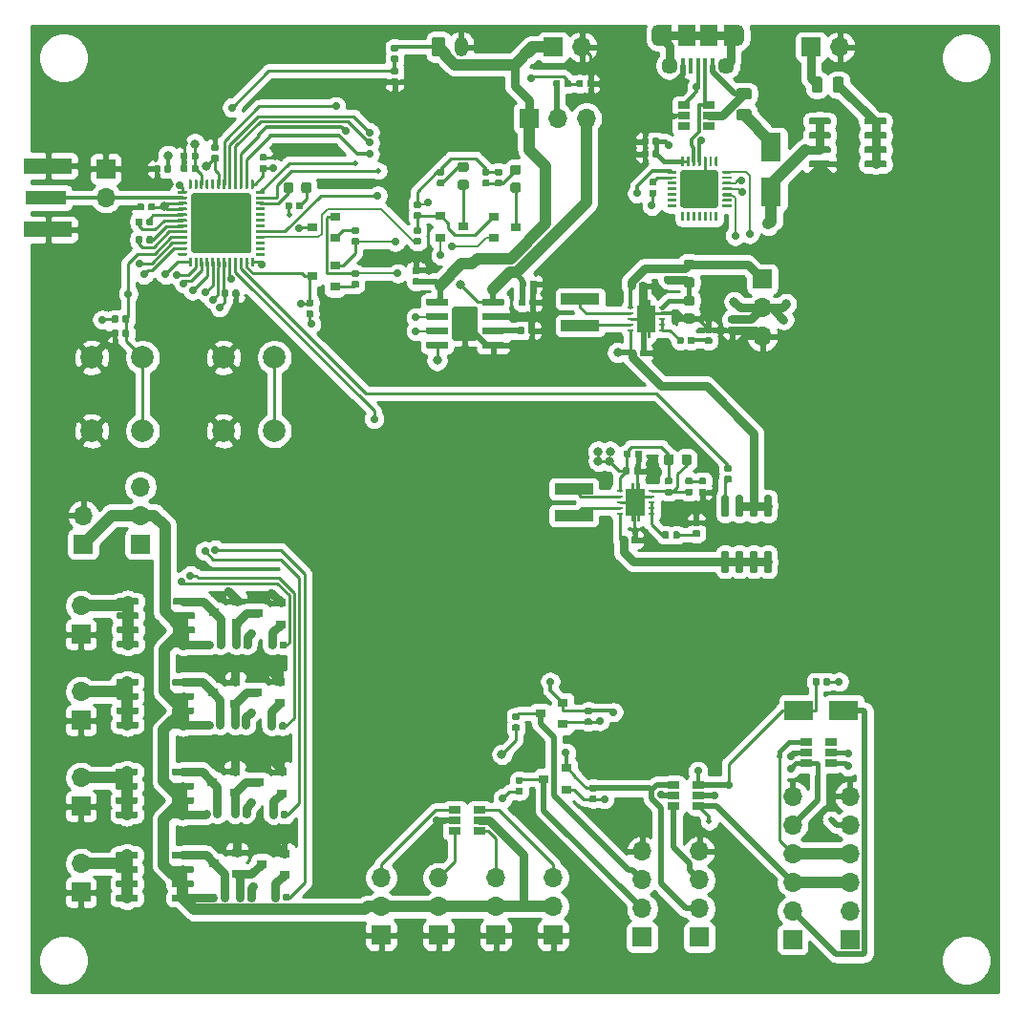
<source format=gbr>
G04 #@! TF.GenerationSoftware,KiCad,Pcbnew,5.1.5+dfsg1-2build2*
G04 #@! TF.CreationDate,2020-12-06T21:44:22-05:00*
G04 #@! TF.ProjectId,eboard,65626f61-7264-42e6-9b69-6361645f7063,rev?*
G04 #@! TF.SameCoordinates,Original*
G04 #@! TF.FileFunction,Copper,L1,Top*
G04 #@! TF.FilePolarity,Positive*
%FSLAX46Y46*%
G04 Gerber Fmt 4.6, Leading zero omitted, Abs format (unit mm)*
G04 Created by KiCad (PCBNEW 5.1.5+dfsg1-2build2) date 2020-12-06 21:44:22*
%MOMM*%
%LPD*%
G04 APERTURE LIST*
%ADD10C,0.100000*%
%ADD11C,0.500000*%
%ADD12R,1.800000X2.500000*%
%ADD13R,1.700000X1.700000*%
%ADD14O,1.700000X1.700000*%
%ADD15R,1.500000X1.900000*%
%ADD16C,1.450000*%
%ADD17R,0.400000X1.350000*%
%ADD18O,1.200000X1.900000*%
%ADD19R,1.200000X1.900000*%
%ADD20R,3.400000X0.980000*%
%ADD21R,1.060000X0.650000*%
%ADD22R,0.600000X0.240000*%
%ADD23R,4.200000X1.350000*%
%ADD24R,3.600000X1.270000*%
%ADD25R,2.500000X1.800000*%
%ADD26R,0.900000X0.800000*%
%ADD27C,2.000000*%
%ADD28O,1.200000X1.750000*%
%ADD29C,0.800000*%
%ADD30C,0.700000*%
%ADD31C,0.250000*%
%ADD32C,0.300000*%
%ADD33C,0.500000*%
%ADD34C,0.750000*%
%ADD35C,0.400000*%
%ADD36C,1.000000*%
%ADD37C,0.200000*%
%ADD38C,0.254000*%
G04 APERTURE END LIST*
G04 #@! TA.AperFunction,SMDPad,CuDef*
D10*
G36*
X79476305Y-56054504D02*
G01*
X79500573Y-56058104D01*
X79524372Y-56064065D01*
X79547471Y-56072330D01*
X79569650Y-56082820D01*
X79590693Y-56095432D01*
X79610399Y-56110047D01*
X79628577Y-56126523D01*
X79645053Y-56144701D01*
X79659668Y-56164407D01*
X79672280Y-56185450D01*
X79682770Y-56207629D01*
X79691035Y-56230728D01*
X79696996Y-56254527D01*
X79700596Y-56278795D01*
X79701800Y-56303299D01*
X79701800Y-58803301D01*
X79700596Y-58827805D01*
X79696996Y-58852073D01*
X79691035Y-58875872D01*
X79682770Y-58898971D01*
X79672280Y-58921150D01*
X79659668Y-58942193D01*
X79645053Y-58961899D01*
X79628577Y-58980077D01*
X79610399Y-58996553D01*
X79590693Y-59011168D01*
X79569650Y-59023780D01*
X79547471Y-59034270D01*
X79524372Y-59042535D01*
X79500573Y-59048496D01*
X79476305Y-59052096D01*
X79451801Y-59053300D01*
X77661799Y-59053300D01*
X77637295Y-59052096D01*
X77613027Y-59048496D01*
X77589228Y-59042535D01*
X77566129Y-59034270D01*
X77543950Y-59023780D01*
X77522907Y-59011168D01*
X77503201Y-58996553D01*
X77485023Y-58980077D01*
X77468547Y-58961899D01*
X77453932Y-58942193D01*
X77441320Y-58921150D01*
X77430830Y-58898971D01*
X77422565Y-58875872D01*
X77416604Y-58852073D01*
X77413004Y-58827805D01*
X77411800Y-58803301D01*
X77411800Y-56303299D01*
X77413004Y-56278795D01*
X77416604Y-56254527D01*
X77422565Y-56230728D01*
X77430830Y-56207629D01*
X77441320Y-56185450D01*
X77453932Y-56164407D01*
X77468547Y-56144701D01*
X77485023Y-56126523D01*
X77503201Y-56110047D01*
X77522907Y-56095432D01*
X77543950Y-56082820D01*
X77566129Y-56072330D01*
X77589228Y-56064065D01*
X77613027Y-56058104D01*
X77637295Y-56054504D01*
X77661799Y-56053300D01*
X79451801Y-56053300D01*
X79476305Y-56054504D01*
G37*
G04 #@! TD.AperFunction*
D11*
X79206800Y-58553300D03*
X77906800Y-58553300D03*
X79206800Y-57553300D03*
X77906800Y-57553300D03*
X79206800Y-56553300D03*
X77906800Y-56553300D03*
G04 #@! TA.AperFunction,SMDPad,CuDef*
D10*
G36*
X81871503Y-59159022D02*
G01*
X81886064Y-59161182D01*
X81900343Y-59164759D01*
X81914203Y-59169718D01*
X81927510Y-59176012D01*
X81940136Y-59183580D01*
X81951959Y-59192348D01*
X81962866Y-59202234D01*
X81972752Y-59213141D01*
X81981520Y-59224964D01*
X81989088Y-59237590D01*
X81995382Y-59250897D01*
X82000341Y-59264757D01*
X82003918Y-59279036D01*
X82006078Y-59293597D01*
X82006800Y-59308300D01*
X82006800Y-59608300D01*
X82006078Y-59623003D01*
X82003918Y-59637564D01*
X82000341Y-59651843D01*
X81995382Y-59665703D01*
X81989088Y-59679010D01*
X81981520Y-59691636D01*
X81972752Y-59703459D01*
X81962866Y-59714366D01*
X81951959Y-59724252D01*
X81940136Y-59733020D01*
X81927510Y-59740588D01*
X81914203Y-59746882D01*
X81900343Y-59751841D01*
X81886064Y-59755418D01*
X81871503Y-59757578D01*
X81856800Y-59758300D01*
X80206800Y-59758300D01*
X80192097Y-59757578D01*
X80177536Y-59755418D01*
X80163257Y-59751841D01*
X80149397Y-59746882D01*
X80136090Y-59740588D01*
X80123464Y-59733020D01*
X80111641Y-59724252D01*
X80100734Y-59714366D01*
X80090848Y-59703459D01*
X80082080Y-59691636D01*
X80074512Y-59679010D01*
X80068218Y-59665703D01*
X80063259Y-59651843D01*
X80059682Y-59637564D01*
X80057522Y-59623003D01*
X80056800Y-59608300D01*
X80056800Y-59308300D01*
X80057522Y-59293597D01*
X80059682Y-59279036D01*
X80063259Y-59264757D01*
X80068218Y-59250897D01*
X80074512Y-59237590D01*
X80082080Y-59224964D01*
X80090848Y-59213141D01*
X80100734Y-59202234D01*
X80111641Y-59192348D01*
X80123464Y-59183580D01*
X80136090Y-59176012D01*
X80149397Y-59169718D01*
X80163257Y-59164759D01*
X80177536Y-59161182D01*
X80192097Y-59159022D01*
X80206800Y-59158300D01*
X81856800Y-59158300D01*
X81871503Y-59159022D01*
G37*
G04 #@! TD.AperFunction*
G04 #@! TA.AperFunction,SMDPad,CuDef*
G36*
X81871503Y-57889022D02*
G01*
X81886064Y-57891182D01*
X81900343Y-57894759D01*
X81914203Y-57899718D01*
X81927510Y-57906012D01*
X81940136Y-57913580D01*
X81951959Y-57922348D01*
X81962866Y-57932234D01*
X81972752Y-57943141D01*
X81981520Y-57954964D01*
X81989088Y-57967590D01*
X81995382Y-57980897D01*
X82000341Y-57994757D01*
X82003918Y-58009036D01*
X82006078Y-58023597D01*
X82006800Y-58038300D01*
X82006800Y-58338300D01*
X82006078Y-58353003D01*
X82003918Y-58367564D01*
X82000341Y-58381843D01*
X81995382Y-58395703D01*
X81989088Y-58409010D01*
X81981520Y-58421636D01*
X81972752Y-58433459D01*
X81962866Y-58444366D01*
X81951959Y-58454252D01*
X81940136Y-58463020D01*
X81927510Y-58470588D01*
X81914203Y-58476882D01*
X81900343Y-58481841D01*
X81886064Y-58485418D01*
X81871503Y-58487578D01*
X81856800Y-58488300D01*
X80206800Y-58488300D01*
X80192097Y-58487578D01*
X80177536Y-58485418D01*
X80163257Y-58481841D01*
X80149397Y-58476882D01*
X80136090Y-58470588D01*
X80123464Y-58463020D01*
X80111641Y-58454252D01*
X80100734Y-58444366D01*
X80090848Y-58433459D01*
X80082080Y-58421636D01*
X80074512Y-58409010D01*
X80068218Y-58395703D01*
X80063259Y-58381843D01*
X80059682Y-58367564D01*
X80057522Y-58353003D01*
X80056800Y-58338300D01*
X80056800Y-58038300D01*
X80057522Y-58023597D01*
X80059682Y-58009036D01*
X80063259Y-57994757D01*
X80068218Y-57980897D01*
X80074512Y-57967590D01*
X80082080Y-57954964D01*
X80090848Y-57943141D01*
X80100734Y-57932234D01*
X80111641Y-57922348D01*
X80123464Y-57913580D01*
X80136090Y-57906012D01*
X80149397Y-57899718D01*
X80163257Y-57894759D01*
X80177536Y-57891182D01*
X80192097Y-57889022D01*
X80206800Y-57888300D01*
X81856800Y-57888300D01*
X81871503Y-57889022D01*
G37*
G04 #@! TD.AperFunction*
G04 #@! TA.AperFunction,SMDPad,CuDef*
G36*
X81871503Y-56619022D02*
G01*
X81886064Y-56621182D01*
X81900343Y-56624759D01*
X81914203Y-56629718D01*
X81927510Y-56636012D01*
X81940136Y-56643580D01*
X81951959Y-56652348D01*
X81962866Y-56662234D01*
X81972752Y-56673141D01*
X81981520Y-56684964D01*
X81989088Y-56697590D01*
X81995382Y-56710897D01*
X82000341Y-56724757D01*
X82003918Y-56739036D01*
X82006078Y-56753597D01*
X82006800Y-56768300D01*
X82006800Y-57068300D01*
X82006078Y-57083003D01*
X82003918Y-57097564D01*
X82000341Y-57111843D01*
X81995382Y-57125703D01*
X81989088Y-57139010D01*
X81981520Y-57151636D01*
X81972752Y-57163459D01*
X81962866Y-57174366D01*
X81951959Y-57184252D01*
X81940136Y-57193020D01*
X81927510Y-57200588D01*
X81914203Y-57206882D01*
X81900343Y-57211841D01*
X81886064Y-57215418D01*
X81871503Y-57217578D01*
X81856800Y-57218300D01*
X80206800Y-57218300D01*
X80192097Y-57217578D01*
X80177536Y-57215418D01*
X80163257Y-57211841D01*
X80149397Y-57206882D01*
X80136090Y-57200588D01*
X80123464Y-57193020D01*
X80111641Y-57184252D01*
X80100734Y-57174366D01*
X80090848Y-57163459D01*
X80082080Y-57151636D01*
X80074512Y-57139010D01*
X80068218Y-57125703D01*
X80063259Y-57111843D01*
X80059682Y-57097564D01*
X80057522Y-57083003D01*
X80056800Y-57068300D01*
X80056800Y-56768300D01*
X80057522Y-56753597D01*
X80059682Y-56739036D01*
X80063259Y-56724757D01*
X80068218Y-56710897D01*
X80074512Y-56697590D01*
X80082080Y-56684964D01*
X80090848Y-56673141D01*
X80100734Y-56662234D01*
X80111641Y-56652348D01*
X80123464Y-56643580D01*
X80136090Y-56636012D01*
X80149397Y-56629718D01*
X80163257Y-56624759D01*
X80177536Y-56621182D01*
X80192097Y-56619022D01*
X80206800Y-56618300D01*
X81856800Y-56618300D01*
X81871503Y-56619022D01*
G37*
G04 #@! TD.AperFunction*
G04 #@! TA.AperFunction,SMDPad,CuDef*
G36*
X81871503Y-55349022D02*
G01*
X81886064Y-55351182D01*
X81900343Y-55354759D01*
X81914203Y-55359718D01*
X81927510Y-55366012D01*
X81940136Y-55373580D01*
X81951959Y-55382348D01*
X81962866Y-55392234D01*
X81972752Y-55403141D01*
X81981520Y-55414964D01*
X81989088Y-55427590D01*
X81995382Y-55440897D01*
X82000341Y-55454757D01*
X82003918Y-55469036D01*
X82006078Y-55483597D01*
X82006800Y-55498300D01*
X82006800Y-55798300D01*
X82006078Y-55813003D01*
X82003918Y-55827564D01*
X82000341Y-55841843D01*
X81995382Y-55855703D01*
X81989088Y-55869010D01*
X81981520Y-55881636D01*
X81972752Y-55893459D01*
X81962866Y-55904366D01*
X81951959Y-55914252D01*
X81940136Y-55923020D01*
X81927510Y-55930588D01*
X81914203Y-55936882D01*
X81900343Y-55941841D01*
X81886064Y-55945418D01*
X81871503Y-55947578D01*
X81856800Y-55948300D01*
X80206800Y-55948300D01*
X80192097Y-55947578D01*
X80177536Y-55945418D01*
X80163257Y-55941841D01*
X80149397Y-55936882D01*
X80136090Y-55930588D01*
X80123464Y-55923020D01*
X80111641Y-55914252D01*
X80100734Y-55904366D01*
X80090848Y-55893459D01*
X80082080Y-55881636D01*
X80074512Y-55869010D01*
X80068218Y-55855703D01*
X80063259Y-55841843D01*
X80059682Y-55827564D01*
X80057522Y-55813003D01*
X80056800Y-55798300D01*
X80056800Y-55498300D01*
X80057522Y-55483597D01*
X80059682Y-55469036D01*
X80063259Y-55454757D01*
X80068218Y-55440897D01*
X80074512Y-55427590D01*
X80082080Y-55414964D01*
X80090848Y-55403141D01*
X80100734Y-55392234D01*
X80111641Y-55382348D01*
X80123464Y-55373580D01*
X80136090Y-55366012D01*
X80149397Y-55359718D01*
X80163257Y-55354759D01*
X80177536Y-55351182D01*
X80192097Y-55349022D01*
X80206800Y-55348300D01*
X81856800Y-55348300D01*
X81871503Y-55349022D01*
G37*
G04 #@! TD.AperFunction*
G04 #@! TA.AperFunction,SMDPad,CuDef*
G36*
X76921503Y-55349022D02*
G01*
X76936064Y-55351182D01*
X76950343Y-55354759D01*
X76964203Y-55359718D01*
X76977510Y-55366012D01*
X76990136Y-55373580D01*
X77001959Y-55382348D01*
X77012866Y-55392234D01*
X77022752Y-55403141D01*
X77031520Y-55414964D01*
X77039088Y-55427590D01*
X77045382Y-55440897D01*
X77050341Y-55454757D01*
X77053918Y-55469036D01*
X77056078Y-55483597D01*
X77056800Y-55498300D01*
X77056800Y-55798300D01*
X77056078Y-55813003D01*
X77053918Y-55827564D01*
X77050341Y-55841843D01*
X77045382Y-55855703D01*
X77039088Y-55869010D01*
X77031520Y-55881636D01*
X77022752Y-55893459D01*
X77012866Y-55904366D01*
X77001959Y-55914252D01*
X76990136Y-55923020D01*
X76977510Y-55930588D01*
X76964203Y-55936882D01*
X76950343Y-55941841D01*
X76936064Y-55945418D01*
X76921503Y-55947578D01*
X76906800Y-55948300D01*
X75256800Y-55948300D01*
X75242097Y-55947578D01*
X75227536Y-55945418D01*
X75213257Y-55941841D01*
X75199397Y-55936882D01*
X75186090Y-55930588D01*
X75173464Y-55923020D01*
X75161641Y-55914252D01*
X75150734Y-55904366D01*
X75140848Y-55893459D01*
X75132080Y-55881636D01*
X75124512Y-55869010D01*
X75118218Y-55855703D01*
X75113259Y-55841843D01*
X75109682Y-55827564D01*
X75107522Y-55813003D01*
X75106800Y-55798300D01*
X75106800Y-55498300D01*
X75107522Y-55483597D01*
X75109682Y-55469036D01*
X75113259Y-55454757D01*
X75118218Y-55440897D01*
X75124512Y-55427590D01*
X75132080Y-55414964D01*
X75140848Y-55403141D01*
X75150734Y-55392234D01*
X75161641Y-55382348D01*
X75173464Y-55373580D01*
X75186090Y-55366012D01*
X75199397Y-55359718D01*
X75213257Y-55354759D01*
X75227536Y-55351182D01*
X75242097Y-55349022D01*
X75256800Y-55348300D01*
X76906800Y-55348300D01*
X76921503Y-55349022D01*
G37*
G04 #@! TD.AperFunction*
G04 #@! TA.AperFunction,SMDPad,CuDef*
G36*
X76921503Y-56619022D02*
G01*
X76936064Y-56621182D01*
X76950343Y-56624759D01*
X76964203Y-56629718D01*
X76977510Y-56636012D01*
X76990136Y-56643580D01*
X77001959Y-56652348D01*
X77012866Y-56662234D01*
X77022752Y-56673141D01*
X77031520Y-56684964D01*
X77039088Y-56697590D01*
X77045382Y-56710897D01*
X77050341Y-56724757D01*
X77053918Y-56739036D01*
X77056078Y-56753597D01*
X77056800Y-56768300D01*
X77056800Y-57068300D01*
X77056078Y-57083003D01*
X77053918Y-57097564D01*
X77050341Y-57111843D01*
X77045382Y-57125703D01*
X77039088Y-57139010D01*
X77031520Y-57151636D01*
X77022752Y-57163459D01*
X77012866Y-57174366D01*
X77001959Y-57184252D01*
X76990136Y-57193020D01*
X76977510Y-57200588D01*
X76964203Y-57206882D01*
X76950343Y-57211841D01*
X76936064Y-57215418D01*
X76921503Y-57217578D01*
X76906800Y-57218300D01*
X75256800Y-57218300D01*
X75242097Y-57217578D01*
X75227536Y-57215418D01*
X75213257Y-57211841D01*
X75199397Y-57206882D01*
X75186090Y-57200588D01*
X75173464Y-57193020D01*
X75161641Y-57184252D01*
X75150734Y-57174366D01*
X75140848Y-57163459D01*
X75132080Y-57151636D01*
X75124512Y-57139010D01*
X75118218Y-57125703D01*
X75113259Y-57111843D01*
X75109682Y-57097564D01*
X75107522Y-57083003D01*
X75106800Y-57068300D01*
X75106800Y-56768300D01*
X75107522Y-56753597D01*
X75109682Y-56739036D01*
X75113259Y-56724757D01*
X75118218Y-56710897D01*
X75124512Y-56697590D01*
X75132080Y-56684964D01*
X75140848Y-56673141D01*
X75150734Y-56662234D01*
X75161641Y-56652348D01*
X75173464Y-56643580D01*
X75186090Y-56636012D01*
X75199397Y-56629718D01*
X75213257Y-56624759D01*
X75227536Y-56621182D01*
X75242097Y-56619022D01*
X75256800Y-56618300D01*
X76906800Y-56618300D01*
X76921503Y-56619022D01*
G37*
G04 #@! TD.AperFunction*
G04 #@! TA.AperFunction,SMDPad,CuDef*
G36*
X76921503Y-57889022D02*
G01*
X76936064Y-57891182D01*
X76950343Y-57894759D01*
X76964203Y-57899718D01*
X76977510Y-57906012D01*
X76990136Y-57913580D01*
X77001959Y-57922348D01*
X77012866Y-57932234D01*
X77022752Y-57943141D01*
X77031520Y-57954964D01*
X77039088Y-57967590D01*
X77045382Y-57980897D01*
X77050341Y-57994757D01*
X77053918Y-58009036D01*
X77056078Y-58023597D01*
X77056800Y-58038300D01*
X77056800Y-58338300D01*
X77056078Y-58353003D01*
X77053918Y-58367564D01*
X77050341Y-58381843D01*
X77045382Y-58395703D01*
X77039088Y-58409010D01*
X77031520Y-58421636D01*
X77022752Y-58433459D01*
X77012866Y-58444366D01*
X77001959Y-58454252D01*
X76990136Y-58463020D01*
X76977510Y-58470588D01*
X76964203Y-58476882D01*
X76950343Y-58481841D01*
X76936064Y-58485418D01*
X76921503Y-58487578D01*
X76906800Y-58488300D01*
X75256800Y-58488300D01*
X75242097Y-58487578D01*
X75227536Y-58485418D01*
X75213257Y-58481841D01*
X75199397Y-58476882D01*
X75186090Y-58470588D01*
X75173464Y-58463020D01*
X75161641Y-58454252D01*
X75150734Y-58444366D01*
X75140848Y-58433459D01*
X75132080Y-58421636D01*
X75124512Y-58409010D01*
X75118218Y-58395703D01*
X75113259Y-58381843D01*
X75109682Y-58367564D01*
X75107522Y-58353003D01*
X75106800Y-58338300D01*
X75106800Y-58038300D01*
X75107522Y-58023597D01*
X75109682Y-58009036D01*
X75113259Y-57994757D01*
X75118218Y-57980897D01*
X75124512Y-57967590D01*
X75132080Y-57954964D01*
X75140848Y-57943141D01*
X75150734Y-57932234D01*
X75161641Y-57922348D01*
X75173464Y-57913580D01*
X75186090Y-57906012D01*
X75199397Y-57899718D01*
X75213257Y-57894759D01*
X75227536Y-57891182D01*
X75242097Y-57889022D01*
X75256800Y-57888300D01*
X76906800Y-57888300D01*
X76921503Y-57889022D01*
G37*
G04 #@! TD.AperFunction*
G04 #@! TA.AperFunction,SMDPad,CuDef*
G36*
X76921503Y-59159022D02*
G01*
X76936064Y-59161182D01*
X76950343Y-59164759D01*
X76964203Y-59169718D01*
X76977510Y-59176012D01*
X76990136Y-59183580D01*
X77001959Y-59192348D01*
X77012866Y-59202234D01*
X77022752Y-59213141D01*
X77031520Y-59224964D01*
X77039088Y-59237590D01*
X77045382Y-59250897D01*
X77050341Y-59264757D01*
X77053918Y-59279036D01*
X77056078Y-59293597D01*
X77056800Y-59308300D01*
X77056800Y-59608300D01*
X77056078Y-59623003D01*
X77053918Y-59637564D01*
X77050341Y-59651843D01*
X77045382Y-59665703D01*
X77039088Y-59679010D01*
X77031520Y-59691636D01*
X77022752Y-59703459D01*
X77012866Y-59714366D01*
X77001959Y-59724252D01*
X76990136Y-59733020D01*
X76977510Y-59740588D01*
X76964203Y-59746882D01*
X76950343Y-59751841D01*
X76936064Y-59755418D01*
X76921503Y-59757578D01*
X76906800Y-59758300D01*
X75256800Y-59758300D01*
X75242097Y-59757578D01*
X75227536Y-59755418D01*
X75213257Y-59751841D01*
X75199397Y-59746882D01*
X75186090Y-59740588D01*
X75173464Y-59733020D01*
X75161641Y-59724252D01*
X75150734Y-59714366D01*
X75140848Y-59703459D01*
X75132080Y-59691636D01*
X75124512Y-59679010D01*
X75118218Y-59665703D01*
X75113259Y-59651843D01*
X75109682Y-59637564D01*
X75107522Y-59623003D01*
X75106800Y-59608300D01*
X75106800Y-59308300D01*
X75107522Y-59293597D01*
X75109682Y-59279036D01*
X75113259Y-59264757D01*
X75118218Y-59250897D01*
X75124512Y-59237590D01*
X75132080Y-59224964D01*
X75140848Y-59213141D01*
X75150734Y-59202234D01*
X75161641Y-59192348D01*
X75173464Y-59183580D01*
X75186090Y-59176012D01*
X75199397Y-59169718D01*
X75213257Y-59164759D01*
X75227536Y-59161182D01*
X75242097Y-59159022D01*
X75256800Y-59158300D01*
X76906800Y-59158300D01*
X76921503Y-59159022D01*
G37*
G04 #@! TD.AperFunction*
G04 #@! TA.AperFunction,SMDPad,CuDef*
G36*
X49816558Y-48220110D02*
G01*
X49830876Y-48222234D01*
X49844917Y-48225751D01*
X49858546Y-48230628D01*
X49871631Y-48236817D01*
X49884047Y-48244258D01*
X49895673Y-48252881D01*
X49906398Y-48262602D01*
X49916119Y-48273327D01*
X49924742Y-48284953D01*
X49932183Y-48297369D01*
X49938372Y-48310454D01*
X49943249Y-48324083D01*
X49946766Y-48338124D01*
X49948890Y-48352442D01*
X49949600Y-48366900D01*
X49949600Y-48711900D01*
X49948890Y-48726358D01*
X49946766Y-48740676D01*
X49943249Y-48754717D01*
X49938372Y-48768346D01*
X49932183Y-48781431D01*
X49924742Y-48793847D01*
X49916119Y-48805473D01*
X49906398Y-48816198D01*
X49895673Y-48825919D01*
X49884047Y-48834542D01*
X49871631Y-48841983D01*
X49858546Y-48848172D01*
X49844917Y-48853049D01*
X49830876Y-48856566D01*
X49816558Y-48858690D01*
X49802100Y-48859400D01*
X49507100Y-48859400D01*
X49492642Y-48858690D01*
X49478324Y-48856566D01*
X49464283Y-48853049D01*
X49450654Y-48848172D01*
X49437569Y-48841983D01*
X49425153Y-48834542D01*
X49413527Y-48825919D01*
X49402802Y-48816198D01*
X49393081Y-48805473D01*
X49384458Y-48793847D01*
X49377017Y-48781431D01*
X49370828Y-48768346D01*
X49365951Y-48754717D01*
X49362434Y-48740676D01*
X49360310Y-48726358D01*
X49359600Y-48711900D01*
X49359600Y-48366900D01*
X49360310Y-48352442D01*
X49362434Y-48338124D01*
X49365951Y-48324083D01*
X49370828Y-48310454D01*
X49377017Y-48297369D01*
X49384458Y-48284953D01*
X49393081Y-48273327D01*
X49402802Y-48262602D01*
X49413527Y-48252881D01*
X49425153Y-48244258D01*
X49437569Y-48236817D01*
X49450654Y-48230628D01*
X49464283Y-48225751D01*
X49478324Y-48222234D01*
X49492642Y-48220110D01*
X49507100Y-48219400D01*
X49802100Y-48219400D01*
X49816558Y-48220110D01*
G37*
G04 #@! TD.AperFunction*
G04 #@! TA.AperFunction,SMDPad,CuDef*
G36*
X50786558Y-48220110D02*
G01*
X50800876Y-48222234D01*
X50814917Y-48225751D01*
X50828546Y-48230628D01*
X50841631Y-48236817D01*
X50854047Y-48244258D01*
X50865673Y-48252881D01*
X50876398Y-48262602D01*
X50886119Y-48273327D01*
X50894742Y-48284953D01*
X50902183Y-48297369D01*
X50908372Y-48310454D01*
X50913249Y-48324083D01*
X50916766Y-48338124D01*
X50918890Y-48352442D01*
X50919600Y-48366900D01*
X50919600Y-48711900D01*
X50918890Y-48726358D01*
X50916766Y-48740676D01*
X50913249Y-48754717D01*
X50908372Y-48768346D01*
X50902183Y-48781431D01*
X50894742Y-48793847D01*
X50886119Y-48805473D01*
X50876398Y-48816198D01*
X50865673Y-48825919D01*
X50854047Y-48834542D01*
X50841631Y-48841983D01*
X50828546Y-48848172D01*
X50814917Y-48853049D01*
X50800876Y-48856566D01*
X50786558Y-48858690D01*
X50772100Y-48859400D01*
X50477100Y-48859400D01*
X50462642Y-48858690D01*
X50448324Y-48856566D01*
X50434283Y-48853049D01*
X50420654Y-48848172D01*
X50407569Y-48841983D01*
X50395153Y-48834542D01*
X50383527Y-48825919D01*
X50372802Y-48816198D01*
X50363081Y-48805473D01*
X50354458Y-48793847D01*
X50347017Y-48781431D01*
X50340828Y-48768346D01*
X50335951Y-48754717D01*
X50332434Y-48740676D01*
X50330310Y-48726358D01*
X50329600Y-48711900D01*
X50329600Y-48366900D01*
X50330310Y-48352442D01*
X50332434Y-48338124D01*
X50335951Y-48324083D01*
X50340828Y-48310454D01*
X50347017Y-48297369D01*
X50354458Y-48284953D01*
X50363081Y-48273327D01*
X50372802Y-48262602D01*
X50383527Y-48252881D01*
X50395153Y-48244258D01*
X50407569Y-48236817D01*
X50420654Y-48230628D01*
X50434283Y-48225751D01*
X50448324Y-48222234D01*
X50462642Y-48220110D01*
X50477100Y-48219400D01*
X50772100Y-48219400D01*
X50786558Y-48220110D01*
G37*
G04 #@! TD.AperFunction*
G04 #@! TA.AperFunction,SMDPad,CuDef*
G36*
X95646958Y-41080710D02*
G01*
X95661276Y-41082834D01*
X95675317Y-41086351D01*
X95688946Y-41091228D01*
X95702031Y-41097417D01*
X95714447Y-41104858D01*
X95726073Y-41113481D01*
X95736798Y-41123202D01*
X95746519Y-41133927D01*
X95755142Y-41145553D01*
X95762583Y-41157969D01*
X95768772Y-41171054D01*
X95773649Y-41184683D01*
X95777166Y-41198724D01*
X95779290Y-41213042D01*
X95780000Y-41227500D01*
X95780000Y-41572500D01*
X95779290Y-41586958D01*
X95777166Y-41601276D01*
X95773649Y-41615317D01*
X95768772Y-41628946D01*
X95762583Y-41642031D01*
X95755142Y-41654447D01*
X95746519Y-41666073D01*
X95736798Y-41676798D01*
X95726073Y-41686519D01*
X95714447Y-41695142D01*
X95702031Y-41702583D01*
X95688946Y-41708772D01*
X95675317Y-41713649D01*
X95661276Y-41717166D01*
X95646958Y-41719290D01*
X95632500Y-41720000D01*
X95337500Y-41720000D01*
X95323042Y-41719290D01*
X95308724Y-41717166D01*
X95294683Y-41713649D01*
X95281054Y-41708772D01*
X95267969Y-41702583D01*
X95255553Y-41695142D01*
X95243927Y-41686519D01*
X95233202Y-41676798D01*
X95223481Y-41666073D01*
X95214858Y-41654447D01*
X95207417Y-41642031D01*
X95201228Y-41628946D01*
X95196351Y-41615317D01*
X95192834Y-41601276D01*
X95190710Y-41586958D01*
X95190000Y-41572500D01*
X95190000Y-41227500D01*
X95190710Y-41213042D01*
X95192834Y-41198724D01*
X95196351Y-41184683D01*
X95201228Y-41171054D01*
X95207417Y-41157969D01*
X95214858Y-41145553D01*
X95223481Y-41133927D01*
X95233202Y-41123202D01*
X95243927Y-41113481D01*
X95255553Y-41104858D01*
X95267969Y-41097417D01*
X95281054Y-41091228D01*
X95294683Y-41086351D01*
X95308724Y-41082834D01*
X95323042Y-41080710D01*
X95337500Y-41080000D01*
X95632500Y-41080000D01*
X95646958Y-41080710D01*
G37*
G04 #@! TD.AperFunction*
G04 #@! TA.AperFunction,SMDPad,CuDef*
G36*
X94676958Y-41080710D02*
G01*
X94691276Y-41082834D01*
X94705317Y-41086351D01*
X94718946Y-41091228D01*
X94732031Y-41097417D01*
X94744447Y-41104858D01*
X94756073Y-41113481D01*
X94766798Y-41123202D01*
X94776519Y-41133927D01*
X94785142Y-41145553D01*
X94792583Y-41157969D01*
X94798772Y-41171054D01*
X94803649Y-41184683D01*
X94807166Y-41198724D01*
X94809290Y-41213042D01*
X94810000Y-41227500D01*
X94810000Y-41572500D01*
X94809290Y-41586958D01*
X94807166Y-41601276D01*
X94803649Y-41615317D01*
X94798772Y-41628946D01*
X94792583Y-41642031D01*
X94785142Y-41654447D01*
X94776519Y-41666073D01*
X94766798Y-41676798D01*
X94756073Y-41686519D01*
X94744447Y-41695142D01*
X94732031Y-41702583D01*
X94718946Y-41708772D01*
X94705317Y-41713649D01*
X94691276Y-41717166D01*
X94676958Y-41719290D01*
X94662500Y-41720000D01*
X94367500Y-41720000D01*
X94353042Y-41719290D01*
X94338724Y-41717166D01*
X94324683Y-41713649D01*
X94311054Y-41708772D01*
X94297969Y-41702583D01*
X94285553Y-41695142D01*
X94273927Y-41686519D01*
X94263202Y-41676798D01*
X94253481Y-41666073D01*
X94244858Y-41654447D01*
X94237417Y-41642031D01*
X94231228Y-41628946D01*
X94226351Y-41615317D01*
X94222834Y-41601276D01*
X94220710Y-41586958D01*
X94220000Y-41572500D01*
X94220000Y-41227500D01*
X94220710Y-41213042D01*
X94222834Y-41198724D01*
X94226351Y-41184683D01*
X94231228Y-41171054D01*
X94237417Y-41157969D01*
X94244858Y-41145553D01*
X94253481Y-41133927D01*
X94263202Y-41123202D01*
X94273927Y-41113481D01*
X94285553Y-41104858D01*
X94297969Y-41097417D01*
X94311054Y-41091228D01*
X94324683Y-41086351D01*
X94338724Y-41082834D01*
X94353042Y-41080710D01*
X94367500Y-41080000D01*
X94662500Y-41080000D01*
X94676958Y-41080710D01*
G37*
G04 #@! TD.AperFunction*
G04 #@! TA.AperFunction,SMDPad,CuDef*
G36*
X53816958Y-42368710D02*
G01*
X53831276Y-42370834D01*
X53845317Y-42374351D01*
X53858946Y-42379228D01*
X53872031Y-42385417D01*
X53884447Y-42392858D01*
X53896073Y-42401481D01*
X53906798Y-42411202D01*
X53916519Y-42421927D01*
X53925142Y-42433553D01*
X53932583Y-42445969D01*
X53938772Y-42459054D01*
X53943649Y-42472683D01*
X53947166Y-42486724D01*
X53949290Y-42501042D01*
X53950000Y-42515500D01*
X53950000Y-42860500D01*
X53949290Y-42874958D01*
X53947166Y-42889276D01*
X53943649Y-42903317D01*
X53938772Y-42916946D01*
X53932583Y-42930031D01*
X53925142Y-42942447D01*
X53916519Y-42954073D01*
X53906798Y-42964798D01*
X53896073Y-42974519D01*
X53884447Y-42983142D01*
X53872031Y-42990583D01*
X53858946Y-42996772D01*
X53845317Y-43001649D01*
X53831276Y-43005166D01*
X53816958Y-43007290D01*
X53802500Y-43008000D01*
X53507500Y-43008000D01*
X53493042Y-43007290D01*
X53478724Y-43005166D01*
X53464683Y-43001649D01*
X53451054Y-42996772D01*
X53437969Y-42990583D01*
X53425553Y-42983142D01*
X53413927Y-42974519D01*
X53403202Y-42964798D01*
X53393481Y-42954073D01*
X53384858Y-42942447D01*
X53377417Y-42930031D01*
X53371228Y-42916946D01*
X53366351Y-42903317D01*
X53362834Y-42889276D01*
X53360710Y-42874958D01*
X53360000Y-42860500D01*
X53360000Y-42515500D01*
X53360710Y-42501042D01*
X53362834Y-42486724D01*
X53366351Y-42472683D01*
X53371228Y-42459054D01*
X53377417Y-42445969D01*
X53384858Y-42433553D01*
X53393481Y-42421927D01*
X53403202Y-42411202D01*
X53413927Y-42401481D01*
X53425553Y-42392858D01*
X53437969Y-42385417D01*
X53451054Y-42379228D01*
X53464683Y-42374351D01*
X53478724Y-42370834D01*
X53493042Y-42368710D01*
X53507500Y-42368000D01*
X53802500Y-42368000D01*
X53816958Y-42368710D01*
G37*
G04 #@! TD.AperFunction*
G04 #@! TA.AperFunction,SMDPad,CuDef*
G36*
X54786958Y-42368710D02*
G01*
X54801276Y-42370834D01*
X54815317Y-42374351D01*
X54828946Y-42379228D01*
X54842031Y-42385417D01*
X54854447Y-42392858D01*
X54866073Y-42401481D01*
X54876798Y-42411202D01*
X54886519Y-42421927D01*
X54895142Y-42433553D01*
X54902583Y-42445969D01*
X54908772Y-42459054D01*
X54913649Y-42472683D01*
X54917166Y-42486724D01*
X54919290Y-42501042D01*
X54920000Y-42515500D01*
X54920000Y-42860500D01*
X54919290Y-42874958D01*
X54917166Y-42889276D01*
X54913649Y-42903317D01*
X54908772Y-42916946D01*
X54902583Y-42930031D01*
X54895142Y-42942447D01*
X54886519Y-42954073D01*
X54876798Y-42964798D01*
X54866073Y-42974519D01*
X54854447Y-42983142D01*
X54842031Y-42990583D01*
X54828946Y-42996772D01*
X54815317Y-43001649D01*
X54801276Y-43005166D01*
X54786958Y-43007290D01*
X54772500Y-43008000D01*
X54477500Y-43008000D01*
X54463042Y-43007290D01*
X54448724Y-43005166D01*
X54434683Y-43001649D01*
X54421054Y-42996772D01*
X54407969Y-42990583D01*
X54395553Y-42983142D01*
X54383927Y-42974519D01*
X54373202Y-42964798D01*
X54363481Y-42954073D01*
X54354858Y-42942447D01*
X54347417Y-42930031D01*
X54341228Y-42916946D01*
X54336351Y-42903317D01*
X54332834Y-42889276D01*
X54330710Y-42874958D01*
X54330000Y-42860500D01*
X54330000Y-42515500D01*
X54330710Y-42501042D01*
X54332834Y-42486724D01*
X54336351Y-42472683D01*
X54341228Y-42459054D01*
X54347417Y-42445969D01*
X54354858Y-42433553D01*
X54363481Y-42421927D01*
X54373202Y-42411202D01*
X54383927Y-42401481D01*
X54395553Y-42392858D01*
X54407969Y-42385417D01*
X54421054Y-42379228D01*
X54434683Y-42374351D01*
X54448724Y-42370834D01*
X54463042Y-42368710D01*
X54477500Y-42368000D01*
X54772500Y-42368000D01*
X54786958Y-42368710D01*
G37*
G04 #@! TD.AperFunction*
G04 #@! TA.AperFunction,SMDPad,CuDef*
G36*
X50938958Y-46873910D02*
G01*
X50953276Y-46876034D01*
X50967317Y-46879551D01*
X50980946Y-46884428D01*
X50994031Y-46890617D01*
X51006447Y-46898058D01*
X51018073Y-46906681D01*
X51028798Y-46916402D01*
X51038519Y-46927127D01*
X51047142Y-46938753D01*
X51054583Y-46951169D01*
X51060772Y-46964254D01*
X51065649Y-46977883D01*
X51069166Y-46991924D01*
X51071290Y-47006242D01*
X51072000Y-47020700D01*
X51072000Y-47365700D01*
X51071290Y-47380158D01*
X51069166Y-47394476D01*
X51065649Y-47408517D01*
X51060772Y-47422146D01*
X51054583Y-47435231D01*
X51047142Y-47447647D01*
X51038519Y-47459273D01*
X51028798Y-47469998D01*
X51018073Y-47479719D01*
X51006447Y-47488342D01*
X50994031Y-47495783D01*
X50980946Y-47501972D01*
X50967317Y-47506849D01*
X50953276Y-47510366D01*
X50938958Y-47512490D01*
X50924500Y-47513200D01*
X50629500Y-47513200D01*
X50615042Y-47512490D01*
X50600724Y-47510366D01*
X50586683Y-47506849D01*
X50573054Y-47501972D01*
X50559969Y-47495783D01*
X50547553Y-47488342D01*
X50535927Y-47479719D01*
X50525202Y-47469998D01*
X50515481Y-47459273D01*
X50506858Y-47447647D01*
X50499417Y-47435231D01*
X50493228Y-47422146D01*
X50488351Y-47408517D01*
X50484834Y-47394476D01*
X50482710Y-47380158D01*
X50482000Y-47365700D01*
X50482000Y-47020700D01*
X50482710Y-47006242D01*
X50484834Y-46991924D01*
X50488351Y-46977883D01*
X50493228Y-46964254D01*
X50499417Y-46951169D01*
X50506858Y-46938753D01*
X50515481Y-46927127D01*
X50525202Y-46916402D01*
X50535927Y-46906681D01*
X50547553Y-46898058D01*
X50559969Y-46890617D01*
X50573054Y-46884428D01*
X50586683Y-46879551D01*
X50600724Y-46876034D01*
X50615042Y-46873910D01*
X50629500Y-46873200D01*
X50924500Y-46873200D01*
X50938958Y-46873910D01*
G37*
G04 #@! TD.AperFunction*
G04 #@! TA.AperFunction,SMDPad,CuDef*
G36*
X49968958Y-46873910D02*
G01*
X49983276Y-46876034D01*
X49997317Y-46879551D01*
X50010946Y-46884428D01*
X50024031Y-46890617D01*
X50036447Y-46898058D01*
X50048073Y-46906681D01*
X50058798Y-46916402D01*
X50068519Y-46927127D01*
X50077142Y-46938753D01*
X50084583Y-46951169D01*
X50090772Y-46964254D01*
X50095649Y-46977883D01*
X50099166Y-46991924D01*
X50101290Y-47006242D01*
X50102000Y-47020700D01*
X50102000Y-47365700D01*
X50101290Y-47380158D01*
X50099166Y-47394476D01*
X50095649Y-47408517D01*
X50090772Y-47422146D01*
X50084583Y-47435231D01*
X50077142Y-47447647D01*
X50068519Y-47459273D01*
X50058798Y-47469998D01*
X50048073Y-47479719D01*
X50036447Y-47488342D01*
X50024031Y-47495783D01*
X50010946Y-47501972D01*
X49997317Y-47506849D01*
X49983276Y-47510366D01*
X49968958Y-47512490D01*
X49954500Y-47513200D01*
X49659500Y-47513200D01*
X49645042Y-47512490D01*
X49630724Y-47510366D01*
X49616683Y-47506849D01*
X49603054Y-47501972D01*
X49589969Y-47495783D01*
X49577553Y-47488342D01*
X49565927Y-47479719D01*
X49555202Y-47469998D01*
X49545481Y-47459273D01*
X49536858Y-47447647D01*
X49529417Y-47435231D01*
X49523228Y-47422146D01*
X49518351Y-47408517D01*
X49514834Y-47394476D01*
X49512710Y-47380158D01*
X49512000Y-47365700D01*
X49512000Y-47020700D01*
X49512710Y-47006242D01*
X49514834Y-46991924D01*
X49518351Y-46977883D01*
X49523228Y-46964254D01*
X49529417Y-46951169D01*
X49536858Y-46938753D01*
X49545481Y-46927127D01*
X49555202Y-46916402D01*
X49565927Y-46906681D01*
X49577553Y-46898058D01*
X49589969Y-46890617D01*
X49603054Y-46884428D01*
X49616683Y-46879551D01*
X49630724Y-46876034D01*
X49645042Y-46873910D01*
X49659500Y-46873200D01*
X49954500Y-46873200D01*
X49968958Y-46873910D01*
G37*
G04 #@! TD.AperFunction*
G04 #@! TA.AperFunction,SMDPad,CuDef*
G36*
X60842158Y-42527710D02*
G01*
X60856476Y-42529834D01*
X60870517Y-42533351D01*
X60884146Y-42538228D01*
X60897231Y-42544417D01*
X60909647Y-42551858D01*
X60921273Y-42560481D01*
X60931998Y-42570202D01*
X60941719Y-42580927D01*
X60950342Y-42592553D01*
X60957783Y-42604969D01*
X60963972Y-42618054D01*
X60968849Y-42631683D01*
X60972366Y-42645724D01*
X60974490Y-42660042D01*
X60975200Y-42674500D01*
X60975200Y-42969500D01*
X60974490Y-42983958D01*
X60972366Y-42998276D01*
X60968849Y-43012317D01*
X60963972Y-43025946D01*
X60957783Y-43039031D01*
X60950342Y-43051447D01*
X60941719Y-43063073D01*
X60931998Y-43073798D01*
X60921273Y-43083519D01*
X60909647Y-43092142D01*
X60897231Y-43099583D01*
X60884146Y-43105772D01*
X60870517Y-43110649D01*
X60856476Y-43114166D01*
X60842158Y-43116290D01*
X60827700Y-43117000D01*
X60482700Y-43117000D01*
X60468242Y-43116290D01*
X60453924Y-43114166D01*
X60439883Y-43110649D01*
X60426254Y-43105772D01*
X60413169Y-43099583D01*
X60400753Y-43092142D01*
X60389127Y-43083519D01*
X60378402Y-43073798D01*
X60368681Y-43063073D01*
X60360058Y-43051447D01*
X60352617Y-43039031D01*
X60346428Y-43025946D01*
X60341551Y-43012317D01*
X60338034Y-42998276D01*
X60335910Y-42983958D01*
X60335200Y-42969500D01*
X60335200Y-42674500D01*
X60335910Y-42660042D01*
X60338034Y-42645724D01*
X60341551Y-42631683D01*
X60346428Y-42618054D01*
X60352617Y-42604969D01*
X60360058Y-42592553D01*
X60368681Y-42580927D01*
X60378402Y-42570202D01*
X60389127Y-42560481D01*
X60400753Y-42551858D01*
X60413169Y-42544417D01*
X60426254Y-42538228D01*
X60439883Y-42533351D01*
X60453924Y-42529834D01*
X60468242Y-42527710D01*
X60482700Y-42527000D01*
X60827700Y-42527000D01*
X60842158Y-42527710D01*
G37*
G04 #@! TD.AperFunction*
G04 #@! TA.AperFunction,SMDPad,CuDef*
G36*
X60842158Y-43497710D02*
G01*
X60856476Y-43499834D01*
X60870517Y-43503351D01*
X60884146Y-43508228D01*
X60897231Y-43514417D01*
X60909647Y-43521858D01*
X60921273Y-43530481D01*
X60931998Y-43540202D01*
X60941719Y-43550927D01*
X60950342Y-43562553D01*
X60957783Y-43574969D01*
X60963972Y-43588054D01*
X60968849Y-43601683D01*
X60972366Y-43615724D01*
X60974490Y-43630042D01*
X60975200Y-43644500D01*
X60975200Y-43939500D01*
X60974490Y-43953958D01*
X60972366Y-43968276D01*
X60968849Y-43982317D01*
X60963972Y-43995946D01*
X60957783Y-44009031D01*
X60950342Y-44021447D01*
X60941719Y-44033073D01*
X60931998Y-44043798D01*
X60921273Y-44053519D01*
X60909647Y-44062142D01*
X60897231Y-44069583D01*
X60884146Y-44075772D01*
X60870517Y-44080649D01*
X60856476Y-44084166D01*
X60842158Y-44086290D01*
X60827700Y-44087000D01*
X60482700Y-44087000D01*
X60468242Y-44086290D01*
X60453924Y-44084166D01*
X60439883Y-44080649D01*
X60426254Y-44075772D01*
X60413169Y-44069583D01*
X60400753Y-44062142D01*
X60389127Y-44053519D01*
X60378402Y-44043798D01*
X60368681Y-44033073D01*
X60360058Y-44021447D01*
X60352617Y-44009031D01*
X60346428Y-43995946D01*
X60341551Y-43982317D01*
X60338034Y-43968276D01*
X60335910Y-43953958D01*
X60335200Y-43939500D01*
X60335200Y-43644500D01*
X60335910Y-43630042D01*
X60338034Y-43615724D01*
X60341551Y-43601683D01*
X60346428Y-43588054D01*
X60352617Y-43574969D01*
X60360058Y-43562553D01*
X60368681Y-43550927D01*
X60378402Y-43540202D01*
X60389127Y-43530481D01*
X60400753Y-43521858D01*
X60413169Y-43514417D01*
X60426254Y-43508228D01*
X60439883Y-43503351D01*
X60453924Y-43499834D01*
X60468242Y-43497710D01*
X60482700Y-43497000D01*
X60827700Y-43497000D01*
X60842158Y-43497710D01*
G37*
G04 #@! TD.AperFunction*
G04 #@! TA.AperFunction,SMDPad,CuDef*
G36*
X51416758Y-43521110D02*
G01*
X51431076Y-43523234D01*
X51445117Y-43526751D01*
X51458746Y-43531628D01*
X51471831Y-43537817D01*
X51484247Y-43545258D01*
X51495873Y-43553881D01*
X51506598Y-43563602D01*
X51516319Y-43574327D01*
X51524942Y-43585953D01*
X51532383Y-43598369D01*
X51538572Y-43611454D01*
X51543449Y-43625083D01*
X51546966Y-43639124D01*
X51549090Y-43653442D01*
X51549800Y-43667900D01*
X51549800Y-44012900D01*
X51549090Y-44027358D01*
X51546966Y-44041676D01*
X51543449Y-44055717D01*
X51538572Y-44069346D01*
X51532383Y-44082431D01*
X51524942Y-44094847D01*
X51516319Y-44106473D01*
X51506598Y-44117198D01*
X51495873Y-44126919D01*
X51484247Y-44135542D01*
X51471831Y-44142983D01*
X51458746Y-44149172D01*
X51445117Y-44154049D01*
X51431076Y-44157566D01*
X51416758Y-44159690D01*
X51402300Y-44160400D01*
X51107300Y-44160400D01*
X51092842Y-44159690D01*
X51078524Y-44157566D01*
X51064483Y-44154049D01*
X51050854Y-44149172D01*
X51037769Y-44142983D01*
X51025353Y-44135542D01*
X51013727Y-44126919D01*
X51003002Y-44117198D01*
X50993281Y-44106473D01*
X50984658Y-44094847D01*
X50977217Y-44082431D01*
X50971028Y-44069346D01*
X50966151Y-44055717D01*
X50962634Y-44041676D01*
X50960510Y-44027358D01*
X50959800Y-44012900D01*
X50959800Y-43667900D01*
X50960510Y-43653442D01*
X50962634Y-43639124D01*
X50966151Y-43625083D01*
X50971028Y-43611454D01*
X50977217Y-43598369D01*
X50984658Y-43585953D01*
X50993281Y-43574327D01*
X51003002Y-43563602D01*
X51013727Y-43553881D01*
X51025353Y-43545258D01*
X51037769Y-43537817D01*
X51050854Y-43531628D01*
X51064483Y-43526751D01*
X51078524Y-43523234D01*
X51092842Y-43521110D01*
X51107300Y-43520400D01*
X51402300Y-43520400D01*
X51416758Y-43521110D01*
G37*
G04 #@! TD.AperFunction*
G04 #@! TA.AperFunction,SMDPad,CuDef*
G36*
X52386758Y-43521110D02*
G01*
X52401076Y-43523234D01*
X52415117Y-43526751D01*
X52428746Y-43531628D01*
X52441831Y-43537817D01*
X52454247Y-43545258D01*
X52465873Y-43553881D01*
X52476598Y-43563602D01*
X52486319Y-43574327D01*
X52494942Y-43585953D01*
X52502383Y-43598369D01*
X52508572Y-43611454D01*
X52513449Y-43625083D01*
X52516966Y-43639124D01*
X52519090Y-43653442D01*
X52519800Y-43667900D01*
X52519800Y-44012900D01*
X52519090Y-44027358D01*
X52516966Y-44041676D01*
X52513449Y-44055717D01*
X52508572Y-44069346D01*
X52502383Y-44082431D01*
X52494942Y-44094847D01*
X52486319Y-44106473D01*
X52476598Y-44117198D01*
X52465873Y-44126919D01*
X52454247Y-44135542D01*
X52441831Y-44142983D01*
X52428746Y-44149172D01*
X52415117Y-44154049D01*
X52401076Y-44157566D01*
X52386758Y-44159690D01*
X52372300Y-44160400D01*
X52077300Y-44160400D01*
X52062842Y-44159690D01*
X52048524Y-44157566D01*
X52034483Y-44154049D01*
X52020854Y-44149172D01*
X52007769Y-44142983D01*
X51995353Y-44135542D01*
X51983727Y-44126919D01*
X51973002Y-44117198D01*
X51963281Y-44106473D01*
X51954658Y-44094847D01*
X51947217Y-44082431D01*
X51941028Y-44069346D01*
X51936151Y-44055717D01*
X51932634Y-44041676D01*
X51930510Y-44027358D01*
X51929800Y-44012900D01*
X51929800Y-43667900D01*
X51930510Y-43653442D01*
X51932634Y-43639124D01*
X51936151Y-43625083D01*
X51941028Y-43611454D01*
X51947217Y-43598369D01*
X51954658Y-43585953D01*
X51963281Y-43574327D01*
X51973002Y-43563602D01*
X51983727Y-43553881D01*
X51995353Y-43545258D01*
X52007769Y-43537817D01*
X52020854Y-43531628D01*
X52034483Y-43526751D01*
X52048524Y-43523234D01*
X52062842Y-43521110D01*
X52077300Y-43520400D01*
X52372300Y-43520400D01*
X52386758Y-43521110D01*
G37*
G04 #@! TD.AperFunction*
G04 #@! TA.AperFunction,SMDPad,CuDef*
G36*
X56574958Y-41638710D02*
G01*
X56589276Y-41640834D01*
X56603317Y-41644351D01*
X56616946Y-41649228D01*
X56630031Y-41655417D01*
X56642447Y-41662858D01*
X56654073Y-41671481D01*
X56664798Y-41681202D01*
X56674519Y-41691927D01*
X56683142Y-41703553D01*
X56690583Y-41715969D01*
X56696772Y-41729054D01*
X56701649Y-41742683D01*
X56705166Y-41756724D01*
X56707290Y-41771042D01*
X56708000Y-41785500D01*
X56708000Y-42080500D01*
X56707290Y-42094958D01*
X56705166Y-42109276D01*
X56701649Y-42123317D01*
X56696772Y-42136946D01*
X56690583Y-42150031D01*
X56683142Y-42162447D01*
X56674519Y-42174073D01*
X56664798Y-42184798D01*
X56654073Y-42194519D01*
X56642447Y-42203142D01*
X56630031Y-42210583D01*
X56616946Y-42216772D01*
X56603317Y-42221649D01*
X56589276Y-42225166D01*
X56574958Y-42227290D01*
X56560500Y-42228000D01*
X56215500Y-42228000D01*
X56201042Y-42227290D01*
X56186724Y-42225166D01*
X56172683Y-42221649D01*
X56159054Y-42216772D01*
X56145969Y-42210583D01*
X56133553Y-42203142D01*
X56121927Y-42194519D01*
X56111202Y-42184798D01*
X56101481Y-42174073D01*
X56092858Y-42162447D01*
X56085417Y-42150031D01*
X56079228Y-42136946D01*
X56074351Y-42123317D01*
X56070834Y-42109276D01*
X56068710Y-42094958D01*
X56068000Y-42080500D01*
X56068000Y-41785500D01*
X56068710Y-41771042D01*
X56070834Y-41756724D01*
X56074351Y-41742683D01*
X56079228Y-41729054D01*
X56085417Y-41715969D01*
X56092858Y-41703553D01*
X56101481Y-41691927D01*
X56111202Y-41681202D01*
X56121927Y-41671481D01*
X56133553Y-41662858D01*
X56145969Y-41655417D01*
X56159054Y-41649228D01*
X56172683Y-41644351D01*
X56186724Y-41640834D01*
X56201042Y-41638710D01*
X56215500Y-41638000D01*
X56560500Y-41638000D01*
X56574958Y-41638710D01*
G37*
G04 #@! TD.AperFunction*
G04 #@! TA.AperFunction,SMDPad,CuDef*
G36*
X56574958Y-42608710D02*
G01*
X56589276Y-42610834D01*
X56603317Y-42614351D01*
X56616946Y-42619228D01*
X56630031Y-42625417D01*
X56642447Y-42632858D01*
X56654073Y-42641481D01*
X56664798Y-42651202D01*
X56674519Y-42661927D01*
X56683142Y-42673553D01*
X56690583Y-42685969D01*
X56696772Y-42699054D01*
X56701649Y-42712683D01*
X56705166Y-42726724D01*
X56707290Y-42741042D01*
X56708000Y-42755500D01*
X56708000Y-43050500D01*
X56707290Y-43064958D01*
X56705166Y-43079276D01*
X56701649Y-43093317D01*
X56696772Y-43106946D01*
X56690583Y-43120031D01*
X56683142Y-43132447D01*
X56674519Y-43144073D01*
X56664798Y-43154798D01*
X56654073Y-43164519D01*
X56642447Y-43173142D01*
X56630031Y-43180583D01*
X56616946Y-43186772D01*
X56603317Y-43191649D01*
X56589276Y-43195166D01*
X56574958Y-43197290D01*
X56560500Y-43198000D01*
X56215500Y-43198000D01*
X56201042Y-43197290D01*
X56186724Y-43195166D01*
X56172683Y-43191649D01*
X56159054Y-43186772D01*
X56145969Y-43180583D01*
X56133553Y-43173142D01*
X56121927Y-43164519D01*
X56111202Y-43154798D01*
X56101481Y-43144073D01*
X56092858Y-43132447D01*
X56085417Y-43120031D01*
X56079228Y-43106946D01*
X56074351Y-43093317D01*
X56070834Y-43079276D01*
X56068710Y-43064958D01*
X56068000Y-43050500D01*
X56068000Y-42755500D01*
X56068710Y-42741042D01*
X56070834Y-42726724D01*
X56074351Y-42712683D01*
X56079228Y-42699054D01*
X56085417Y-42685969D01*
X56092858Y-42673553D01*
X56101481Y-42661927D01*
X56111202Y-42651202D01*
X56121927Y-42641481D01*
X56133553Y-42632858D01*
X56145969Y-42625417D01*
X56159054Y-42619228D01*
X56172683Y-42614351D01*
X56186724Y-42610834D01*
X56201042Y-42608710D01*
X56215500Y-42608000D01*
X56560500Y-42608000D01*
X56574958Y-42608710D01*
G37*
G04 #@! TD.AperFunction*
G04 #@! TA.AperFunction,SMDPad,CuDef*
G36*
X54786958Y-43468710D02*
G01*
X54801276Y-43470834D01*
X54815317Y-43474351D01*
X54828946Y-43479228D01*
X54842031Y-43485417D01*
X54854447Y-43492858D01*
X54866073Y-43501481D01*
X54876798Y-43511202D01*
X54886519Y-43521927D01*
X54895142Y-43533553D01*
X54902583Y-43545969D01*
X54908772Y-43559054D01*
X54913649Y-43572683D01*
X54917166Y-43586724D01*
X54919290Y-43601042D01*
X54920000Y-43615500D01*
X54920000Y-43960500D01*
X54919290Y-43974958D01*
X54917166Y-43989276D01*
X54913649Y-44003317D01*
X54908772Y-44016946D01*
X54902583Y-44030031D01*
X54895142Y-44042447D01*
X54886519Y-44054073D01*
X54876798Y-44064798D01*
X54866073Y-44074519D01*
X54854447Y-44083142D01*
X54842031Y-44090583D01*
X54828946Y-44096772D01*
X54815317Y-44101649D01*
X54801276Y-44105166D01*
X54786958Y-44107290D01*
X54772500Y-44108000D01*
X54477500Y-44108000D01*
X54463042Y-44107290D01*
X54448724Y-44105166D01*
X54434683Y-44101649D01*
X54421054Y-44096772D01*
X54407969Y-44090583D01*
X54395553Y-44083142D01*
X54383927Y-44074519D01*
X54373202Y-44064798D01*
X54363481Y-44054073D01*
X54354858Y-44042447D01*
X54347417Y-44030031D01*
X54341228Y-44016946D01*
X54336351Y-44003317D01*
X54332834Y-43989276D01*
X54330710Y-43974958D01*
X54330000Y-43960500D01*
X54330000Y-43615500D01*
X54330710Y-43601042D01*
X54332834Y-43586724D01*
X54336351Y-43572683D01*
X54341228Y-43559054D01*
X54347417Y-43545969D01*
X54354858Y-43533553D01*
X54363481Y-43521927D01*
X54373202Y-43511202D01*
X54383927Y-43501481D01*
X54395553Y-43492858D01*
X54407969Y-43485417D01*
X54421054Y-43479228D01*
X54434683Y-43474351D01*
X54448724Y-43470834D01*
X54463042Y-43468710D01*
X54477500Y-43468000D01*
X54772500Y-43468000D01*
X54786958Y-43468710D01*
G37*
G04 #@! TD.AperFunction*
G04 #@! TA.AperFunction,SMDPad,CuDef*
G36*
X53816958Y-43468710D02*
G01*
X53831276Y-43470834D01*
X53845317Y-43474351D01*
X53858946Y-43479228D01*
X53872031Y-43485417D01*
X53884447Y-43492858D01*
X53896073Y-43501481D01*
X53906798Y-43511202D01*
X53916519Y-43521927D01*
X53925142Y-43533553D01*
X53932583Y-43545969D01*
X53938772Y-43559054D01*
X53943649Y-43572683D01*
X53947166Y-43586724D01*
X53949290Y-43601042D01*
X53950000Y-43615500D01*
X53950000Y-43960500D01*
X53949290Y-43974958D01*
X53947166Y-43989276D01*
X53943649Y-44003317D01*
X53938772Y-44016946D01*
X53932583Y-44030031D01*
X53925142Y-44042447D01*
X53916519Y-44054073D01*
X53906798Y-44064798D01*
X53896073Y-44074519D01*
X53884447Y-44083142D01*
X53872031Y-44090583D01*
X53858946Y-44096772D01*
X53845317Y-44101649D01*
X53831276Y-44105166D01*
X53816958Y-44107290D01*
X53802500Y-44108000D01*
X53507500Y-44108000D01*
X53493042Y-44107290D01*
X53478724Y-44105166D01*
X53464683Y-44101649D01*
X53451054Y-44096772D01*
X53437969Y-44090583D01*
X53425553Y-44083142D01*
X53413927Y-44074519D01*
X53403202Y-44064798D01*
X53393481Y-44054073D01*
X53384858Y-44042447D01*
X53377417Y-44030031D01*
X53371228Y-44016946D01*
X53366351Y-44003317D01*
X53362834Y-43989276D01*
X53360710Y-43974958D01*
X53360000Y-43960500D01*
X53360000Y-43615500D01*
X53360710Y-43601042D01*
X53362834Y-43586724D01*
X53366351Y-43572683D01*
X53371228Y-43559054D01*
X53377417Y-43545969D01*
X53384858Y-43533553D01*
X53393481Y-43521927D01*
X53403202Y-43511202D01*
X53413927Y-43501481D01*
X53425553Y-43492858D01*
X53437969Y-43485417D01*
X53451054Y-43479228D01*
X53464683Y-43474351D01*
X53478724Y-43470834D01*
X53493042Y-43468710D01*
X53507500Y-43468000D01*
X53802500Y-43468000D01*
X53816958Y-43468710D01*
G37*
G04 #@! TD.AperFunction*
G04 #@! TA.AperFunction,SMDPad,CuDef*
G36*
X58406558Y-54544710D02*
G01*
X58420876Y-54546834D01*
X58434917Y-54550351D01*
X58448546Y-54555228D01*
X58461631Y-54561417D01*
X58474047Y-54568858D01*
X58485673Y-54577481D01*
X58496398Y-54587202D01*
X58506119Y-54597927D01*
X58514742Y-54609553D01*
X58522183Y-54621969D01*
X58528372Y-54635054D01*
X58533249Y-54648683D01*
X58536766Y-54662724D01*
X58538890Y-54677042D01*
X58539600Y-54691500D01*
X58539600Y-55036500D01*
X58538890Y-55050958D01*
X58536766Y-55065276D01*
X58533249Y-55079317D01*
X58528372Y-55092946D01*
X58522183Y-55106031D01*
X58514742Y-55118447D01*
X58506119Y-55130073D01*
X58496398Y-55140798D01*
X58485673Y-55150519D01*
X58474047Y-55159142D01*
X58461631Y-55166583D01*
X58448546Y-55172772D01*
X58434917Y-55177649D01*
X58420876Y-55181166D01*
X58406558Y-55183290D01*
X58392100Y-55184000D01*
X58097100Y-55184000D01*
X58082642Y-55183290D01*
X58068324Y-55181166D01*
X58054283Y-55177649D01*
X58040654Y-55172772D01*
X58027569Y-55166583D01*
X58015153Y-55159142D01*
X58003527Y-55150519D01*
X57992802Y-55140798D01*
X57983081Y-55130073D01*
X57974458Y-55118447D01*
X57967017Y-55106031D01*
X57960828Y-55092946D01*
X57955951Y-55079317D01*
X57952434Y-55065276D01*
X57950310Y-55050958D01*
X57949600Y-55036500D01*
X57949600Y-54691500D01*
X57950310Y-54677042D01*
X57952434Y-54662724D01*
X57955951Y-54648683D01*
X57960828Y-54635054D01*
X57967017Y-54621969D01*
X57974458Y-54609553D01*
X57983081Y-54597927D01*
X57992802Y-54587202D01*
X58003527Y-54577481D01*
X58015153Y-54568858D01*
X58027569Y-54561417D01*
X58040654Y-54555228D01*
X58054283Y-54550351D01*
X58068324Y-54546834D01*
X58082642Y-54544710D01*
X58097100Y-54544000D01*
X58392100Y-54544000D01*
X58406558Y-54544710D01*
G37*
G04 #@! TD.AperFunction*
G04 #@! TA.AperFunction,SMDPad,CuDef*
G36*
X57436558Y-54544710D02*
G01*
X57450876Y-54546834D01*
X57464917Y-54550351D01*
X57478546Y-54555228D01*
X57491631Y-54561417D01*
X57504047Y-54568858D01*
X57515673Y-54577481D01*
X57526398Y-54587202D01*
X57536119Y-54597927D01*
X57544742Y-54609553D01*
X57552183Y-54621969D01*
X57558372Y-54635054D01*
X57563249Y-54648683D01*
X57566766Y-54662724D01*
X57568890Y-54677042D01*
X57569600Y-54691500D01*
X57569600Y-55036500D01*
X57568890Y-55050958D01*
X57566766Y-55065276D01*
X57563249Y-55079317D01*
X57558372Y-55092946D01*
X57552183Y-55106031D01*
X57544742Y-55118447D01*
X57536119Y-55130073D01*
X57526398Y-55140798D01*
X57515673Y-55150519D01*
X57504047Y-55159142D01*
X57491631Y-55166583D01*
X57478546Y-55172772D01*
X57464917Y-55177649D01*
X57450876Y-55181166D01*
X57436558Y-55183290D01*
X57422100Y-55184000D01*
X57127100Y-55184000D01*
X57112642Y-55183290D01*
X57098324Y-55181166D01*
X57084283Y-55177649D01*
X57070654Y-55172772D01*
X57057569Y-55166583D01*
X57045153Y-55159142D01*
X57033527Y-55150519D01*
X57022802Y-55140798D01*
X57013081Y-55130073D01*
X57004458Y-55118447D01*
X56997017Y-55106031D01*
X56990828Y-55092946D01*
X56985951Y-55079317D01*
X56982434Y-55065276D01*
X56980310Y-55050958D01*
X56979600Y-55036500D01*
X56979600Y-54691500D01*
X56980310Y-54677042D01*
X56982434Y-54662724D01*
X56985951Y-54648683D01*
X56990828Y-54635054D01*
X56997017Y-54621969D01*
X57004458Y-54609553D01*
X57013081Y-54597927D01*
X57022802Y-54587202D01*
X57033527Y-54577481D01*
X57045153Y-54568858D01*
X57057569Y-54561417D01*
X57070654Y-54555228D01*
X57084283Y-54550351D01*
X57098324Y-54546834D01*
X57112642Y-54544710D01*
X57127100Y-54544000D01*
X57422100Y-54544000D01*
X57436558Y-54544710D01*
G37*
G04 #@! TD.AperFunction*
G04 #@! TA.AperFunction,SMDPad,CuDef*
G36*
X93570558Y-59843310D02*
G01*
X93584876Y-59845434D01*
X93598917Y-59848951D01*
X93612546Y-59853828D01*
X93625631Y-59860017D01*
X93638047Y-59867458D01*
X93649673Y-59876081D01*
X93660398Y-59885802D01*
X93670119Y-59896527D01*
X93678742Y-59908153D01*
X93686183Y-59920569D01*
X93692372Y-59933654D01*
X93697249Y-59947283D01*
X93700766Y-59961324D01*
X93702890Y-59975642D01*
X93703600Y-59990100D01*
X93703600Y-60335100D01*
X93702890Y-60349558D01*
X93700766Y-60363876D01*
X93697249Y-60377917D01*
X93692372Y-60391546D01*
X93686183Y-60404631D01*
X93678742Y-60417047D01*
X93670119Y-60428673D01*
X93660398Y-60439398D01*
X93649673Y-60449119D01*
X93638047Y-60457742D01*
X93625631Y-60465183D01*
X93612546Y-60471372D01*
X93598917Y-60476249D01*
X93584876Y-60479766D01*
X93570558Y-60481890D01*
X93556100Y-60482600D01*
X93261100Y-60482600D01*
X93246642Y-60481890D01*
X93232324Y-60479766D01*
X93218283Y-60476249D01*
X93204654Y-60471372D01*
X93191569Y-60465183D01*
X93179153Y-60457742D01*
X93167527Y-60449119D01*
X93156802Y-60439398D01*
X93147081Y-60428673D01*
X93138458Y-60417047D01*
X93131017Y-60404631D01*
X93124828Y-60391546D01*
X93119951Y-60377917D01*
X93116434Y-60363876D01*
X93114310Y-60349558D01*
X93113600Y-60335100D01*
X93113600Y-59990100D01*
X93114310Y-59975642D01*
X93116434Y-59961324D01*
X93119951Y-59947283D01*
X93124828Y-59933654D01*
X93131017Y-59920569D01*
X93138458Y-59908153D01*
X93147081Y-59896527D01*
X93156802Y-59885802D01*
X93167527Y-59876081D01*
X93179153Y-59867458D01*
X93191569Y-59860017D01*
X93204654Y-59853828D01*
X93218283Y-59848951D01*
X93232324Y-59845434D01*
X93246642Y-59843310D01*
X93261100Y-59842600D01*
X93556100Y-59842600D01*
X93570558Y-59843310D01*
G37*
G04 #@! TD.AperFunction*
G04 #@! TA.AperFunction,SMDPad,CuDef*
G36*
X94540558Y-59843310D02*
G01*
X94554876Y-59845434D01*
X94568917Y-59848951D01*
X94582546Y-59853828D01*
X94595631Y-59860017D01*
X94608047Y-59867458D01*
X94619673Y-59876081D01*
X94630398Y-59885802D01*
X94640119Y-59896527D01*
X94648742Y-59908153D01*
X94656183Y-59920569D01*
X94662372Y-59933654D01*
X94667249Y-59947283D01*
X94670766Y-59961324D01*
X94672890Y-59975642D01*
X94673600Y-59990100D01*
X94673600Y-60335100D01*
X94672890Y-60349558D01*
X94670766Y-60363876D01*
X94667249Y-60377917D01*
X94662372Y-60391546D01*
X94656183Y-60404631D01*
X94648742Y-60417047D01*
X94640119Y-60428673D01*
X94630398Y-60439398D01*
X94619673Y-60449119D01*
X94608047Y-60457742D01*
X94595631Y-60465183D01*
X94582546Y-60471372D01*
X94568917Y-60476249D01*
X94554876Y-60479766D01*
X94540558Y-60481890D01*
X94526100Y-60482600D01*
X94231100Y-60482600D01*
X94216642Y-60481890D01*
X94202324Y-60479766D01*
X94188283Y-60476249D01*
X94174654Y-60471372D01*
X94161569Y-60465183D01*
X94149153Y-60457742D01*
X94137527Y-60449119D01*
X94126802Y-60439398D01*
X94117081Y-60428673D01*
X94108458Y-60417047D01*
X94101017Y-60404631D01*
X94094828Y-60391546D01*
X94089951Y-60377917D01*
X94086434Y-60363876D01*
X94084310Y-60349558D01*
X94083600Y-60335100D01*
X94083600Y-59990100D01*
X94084310Y-59975642D01*
X94086434Y-59961324D01*
X94089951Y-59947283D01*
X94094828Y-59933654D01*
X94101017Y-59920569D01*
X94108458Y-59908153D01*
X94117081Y-59896527D01*
X94126802Y-59885802D01*
X94137527Y-59876081D01*
X94149153Y-59867458D01*
X94161569Y-59860017D01*
X94174654Y-59853828D01*
X94188283Y-59848951D01*
X94202324Y-59845434D01*
X94216642Y-59843310D01*
X94231100Y-59842600D01*
X94526100Y-59842600D01*
X94540558Y-59843310D01*
G37*
G04 #@! TD.AperFunction*
G04 #@! TA.AperFunction,SMDPad,CuDef*
G36*
X100328958Y-58778510D02*
G01*
X100343276Y-58780634D01*
X100357317Y-58784151D01*
X100370946Y-58789028D01*
X100384031Y-58795217D01*
X100396447Y-58802658D01*
X100408073Y-58811281D01*
X100418798Y-58821002D01*
X100428519Y-58831727D01*
X100437142Y-58843353D01*
X100444583Y-58855769D01*
X100450772Y-58868854D01*
X100455649Y-58882483D01*
X100459166Y-58896524D01*
X100461290Y-58910842D01*
X100462000Y-58925300D01*
X100462000Y-59220300D01*
X100461290Y-59234758D01*
X100459166Y-59249076D01*
X100455649Y-59263117D01*
X100450772Y-59276746D01*
X100444583Y-59289831D01*
X100437142Y-59302247D01*
X100428519Y-59313873D01*
X100418798Y-59324598D01*
X100408073Y-59334319D01*
X100396447Y-59342942D01*
X100384031Y-59350383D01*
X100370946Y-59356572D01*
X100357317Y-59361449D01*
X100343276Y-59364966D01*
X100328958Y-59367090D01*
X100314500Y-59367800D01*
X99969500Y-59367800D01*
X99955042Y-59367090D01*
X99940724Y-59364966D01*
X99926683Y-59361449D01*
X99913054Y-59356572D01*
X99899969Y-59350383D01*
X99887553Y-59342942D01*
X99875927Y-59334319D01*
X99865202Y-59324598D01*
X99855481Y-59313873D01*
X99846858Y-59302247D01*
X99839417Y-59289831D01*
X99833228Y-59276746D01*
X99828351Y-59263117D01*
X99824834Y-59249076D01*
X99822710Y-59234758D01*
X99822000Y-59220300D01*
X99822000Y-58925300D01*
X99822710Y-58910842D01*
X99824834Y-58896524D01*
X99828351Y-58882483D01*
X99833228Y-58868854D01*
X99839417Y-58855769D01*
X99846858Y-58843353D01*
X99855481Y-58831727D01*
X99865202Y-58821002D01*
X99875927Y-58811281D01*
X99887553Y-58802658D01*
X99899969Y-58795217D01*
X99913054Y-58789028D01*
X99926683Y-58784151D01*
X99940724Y-58780634D01*
X99955042Y-58778510D01*
X99969500Y-58777800D01*
X100314500Y-58777800D01*
X100328958Y-58778510D01*
G37*
G04 #@! TD.AperFunction*
G04 #@! TA.AperFunction,SMDPad,CuDef*
G36*
X100328958Y-57808510D02*
G01*
X100343276Y-57810634D01*
X100357317Y-57814151D01*
X100370946Y-57819028D01*
X100384031Y-57825217D01*
X100396447Y-57832658D01*
X100408073Y-57841281D01*
X100418798Y-57851002D01*
X100428519Y-57861727D01*
X100437142Y-57873353D01*
X100444583Y-57885769D01*
X100450772Y-57898854D01*
X100455649Y-57912483D01*
X100459166Y-57926524D01*
X100461290Y-57940842D01*
X100462000Y-57955300D01*
X100462000Y-58250300D01*
X100461290Y-58264758D01*
X100459166Y-58279076D01*
X100455649Y-58293117D01*
X100450772Y-58306746D01*
X100444583Y-58319831D01*
X100437142Y-58332247D01*
X100428519Y-58343873D01*
X100418798Y-58354598D01*
X100408073Y-58364319D01*
X100396447Y-58372942D01*
X100384031Y-58380383D01*
X100370946Y-58386572D01*
X100357317Y-58391449D01*
X100343276Y-58394966D01*
X100328958Y-58397090D01*
X100314500Y-58397800D01*
X99969500Y-58397800D01*
X99955042Y-58397090D01*
X99940724Y-58394966D01*
X99926683Y-58391449D01*
X99913054Y-58386572D01*
X99899969Y-58380383D01*
X99887553Y-58372942D01*
X99875927Y-58364319D01*
X99865202Y-58354598D01*
X99855481Y-58343873D01*
X99846858Y-58332247D01*
X99839417Y-58319831D01*
X99833228Y-58306746D01*
X99828351Y-58293117D01*
X99824834Y-58279076D01*
X99822710Y-58264758D01*
X99822000Y-58250300D01*
X99822000Y-57955300D01*
X99822710Y-57940842D01*
X99824834Y-57926524D01*
X99828351Y-57912483D01*
X99833228Y-57898854D01*
X99839417Y-57885769D01*
X99846858Y-57873353D01*
X99855481Y-57861727D01*
X99865202Y-57851002D01*
X99875927Y-57841281D01*
X99887553Y-57832658D01*
X99899969Y-57825217D01*
X99913054Y-57819028D01*
X99926683Y-57814151D01*
X99940724Y-57810634D01*
X99955042Y-57808510D01*
X99969500Y-57807800D01*
X100314500Y-57807800D01*
X100328958Y-57808510D01*
G37*
G04 #@! TD.AperFunction*
G04 #@! TA.AperFunction,SMDPad,CuDef*
G36*
X83770958Y-55354410D02*
G01*
X83785276Y-55356534D01*
X83799317Y-55360051D01*
X83812946Y-55364928D01*
X83826031Y-55371117D01*
X83838447Y-55378558D01*
X83850073Y-55387181D01*
X83860798Y-55396902D01*
X83870519Y-55407627D01*
X83879142Y-55419253D01*
X83886583Y-55431669D01*
X83892772Y-55444754D01*
X83897649Y-55458383D01*
X83901166Y-55472424D01*
X83903290Y-55486742D01*
X83904000Y-55501200D01*
X83904000Y-55846200D01*
X83903290Y-55860658D01*
X83901166Y-55874976D01*
X83897649Y-55889017D01*
X83892772Y-55902646D01*
X83886583Y-55915731D01*
X83879142Y-55928147D01*
X83870519Y-55939773D01*
X83860798Y-55950498D01*
X83850073Y-55960219D01*
X83838447Y-55968842D01*
X83826031Y-55976283D01*
X83812946Y-55982472D01*
X83799317Y-55987349D01*
X83785276Y-55990866D01*
X83770958Y-55992990D01*
X83756500Y-55993700D01*
X83461500Y-55993700D01*
X83447042Y-55992990D01*
X83432724Y-55990866D01*
X83418683Y-55987349D01*
X83405054Y-55982472D01*
X83391969Y-55976283D01*
X83379553Y-55968842D01*
X83367927Y-55960219D01*
X83357202Y-55950498D01*
X83347481Y-55939773D01*
X83338858Y-55928147D01*
X83331417Y-55915731D01*
X83325228Y-55902646D01*
X83320351Y-55889017D01*
X83316834Y-55874976D01*
X83314710Y-55860658D01*
X83314000Y-55846200D01*
X83314000Y-55501200D01*
X83314710Y-55486742D01*
X83316834Y-55472424D01*
X83320351Y-55458383D01*
X83325228Y-55444754D01*
X83331417Y-55431669D01*
X83338858Y-55419253D01*
X83347481Y-55407627D01*
X83357202Y-55396902D01*
X83367927Y-55387181D01*
X83379553Y-55378558D01*
X83391969Y-55371117D01*
X83405054Y-55364928D01*
X83418683Y-55360051D01*
X83432724Y-55356534D01*
X83447042Y-55354410D01*
X83461500Y-55353700D01*
X83756500Y-55353700D01*
X83770958Y-55354410D01*
G37*
G04 #@! TD.AperFunction*
G04 #@! TA.AperFunction,SMDPad,CuDef*
G36*
X84740958Y-55354410D02*
G01*
X84755276Y-55356534D01*
X84769317Y-55360051D01*
X84782946Y-55364928D01*
X84796031Y-55371117D01*
X84808447Y-55378558D01*
X84820073Y-55387181D01*
X84830798Y-55396902D01*
X84840519Y-55407627D01*
X84849142Y-55419253D01*
X84856583Y-55431669D01*
X84862772Y-55444754D01*
X84867649Y-55458383D01*
X84871166Y-55472424D01*
X84873290Y-55486742D01*
X84874000Y-55501200D01*
X84874000Y-55846200D01*
X84873290Y-55860658D01*
X84871166Y-55874976D01*
X84867649Y-55889017D01*
X84862772Y-55902646D01*
X84856583Y-55915731D01*
X84849142Y-55928147D01*
X84840519Y-55939773D01*
X84830798Y-55950498D01*
X84820073Y-55960219D01*
X84808447Y-55968842D01*
X84796031Y-55976283D01*
X84782946Y-55982472D01*
X84769317Y-55987349D01*
X84755276Y-55990866D01*
X84740958Y-55992990D01*
X84726500Y-55993700D01*
X84431500Y-55993700D01*
X84417042Y-55992990D01*
X84402724Y-55990866D01*
X84388683Y-55987349D01*
X84375054Y-55982472D01*
X84361969Y-55976283D01*
X84349553Y-55968842D01*
X84337927Y-55960219D01*
X84327202Y-55950498D01*
X84317481Y-55939773D01*
X84308858Y-55928147D01*
X84301417Y-55915731D01*
X84295228Y-55902646D01*
X84290351Y-55889017D01*
X84286834Y-55874976D01*
X84284710Y-55860658D01*
X84284000Y-55846200D01*
X84284000Y-55501200D01*
X84284710Y-55486742D01*
X84286834Y-55472424D01*
X84290351Y-55458383D01*
X84295228Y-55444754D01*
X84301417Y-55431669D01*
X84308858Y-55419253D01*
X84317481Y-55407627D01*
X84327202Y-55396902D01*
X84337927Y-55387181D01*
X84349553Y-55378558D01*
X84361969Y-55371117D01*
X84375054Y-55364928D01*
X84388683Y-55360051D01*
X84402724Y-55356534D01*
X84417042Y-55354410D01*
X84431500Y-55353700D01*
X84726500Y-55353700D01*
X84740958Y-55354410D01*
G37*
G04 #@! TD.AperFunction*
G04 #@! TA.AperFunction,SMDPad,CuDef*
G36*
X96722158Y-53342910D02*
G01*
X96736476Y-53345034D01*
X96750517Y-53348551D01*
X96764146Y-53353428D01*
X96777231Y-53359617D01*
X96789647Y-53367058D01*
X96801273Y-53375681D01*
X96811998Y-53385402D01*
X96821719Y-53396127D01*
X96830342Y-53407753D01*
X96837783Y-53420169D01*
X96843972Y-53433254D01*
X96848849Y-53446883D01*
X96852366Y-53460924D01*
X96854490Y-53475242D01*
X96855200Y-53489700D01*
X96855200Y-53784700D01*
X96854490Y-53799158D01*
X96852366Y-53813476D01*
X96848849Y-53827517D01*
X96843972Y-53841146D01*
X96837783Y-53854231D01*
X96830342Y-53866647D01*
X96821719Y-53878273D01*
X96811998Y-53888998D01*
X96801273Y-53898719D01*
X96789647Y-53907342D01*
X96777231Y-53914783D01*
X96764146Y-53920972D01*
X96750517Y-53925849D01*
X96736476Y-53929366D01*
X96722158Y-53931490D01*
X96707700Y-53932200D01*
X96362700Y-53932200D01*
X96348242Y-53931490D01*
X96333924Y-53929366D01*
X96319883Y-53925849D01*
X96306254Y-53920972D01*
X96293169Y-53914783D01*
X96280753Y-53907342D01*
X96269127Y-53898719D01*
X96258402Y-53888998D01*
X96248681Y-53878273D01*
X96240058Y-53866647D01*
X96232617Y-53854231D01*
X96226428Y-53841146D01*
X96221551Y-53827517D01*
X96218034Y-53813476D01*
X96215910Y-53799158D01*
X96215200Y-53784700D01*
X96215200Y-53489700D01*
X96215910Y-53475242D01*
X96218034Y-53460924D01*
X96221551Y-53446883D01*
X96226428Y-53433254D01*
X96232617Y-53420169D01*
X96240058Y-53407753D01*
X96248681Y-53396127D01*
X96258402Y-53385402D01*
X96269127Y-53375681D01*
X96280753Y-53367058D01*
X96293169Y-53359617D01*
X96306254Y-53353428D01*
X96319883Y-53348551D01*
X96333924Y-53345034D01*
X96348242Y-53342910D01*
X96362700Y-53342200D01*
X96707700Y-53342200D01*
X96722158Y-53342910D01*
G37*
G04 #@! TD.AperFunction*
G04 #@! TA.AperFunction,SMDPad,CuDef*
G36*
X96722158Y-52372910D02*
G01*
X96736476Y-52375034D01*
X96750517Y-52378551D01*
X96764146Y-52383428D01*
X96777231Y-52389617D01*
X96789647Y-52397058D01*
X96801273Y-52405681D01*
X96811998Y-52415402D01*
X96821719Y-52426127D01*
X96830342Y-52437753D01*
X96837783Y-52450169D01*
X96843972Y-52463254D01*
X96848849Y-52476883D01*
X96852366Y-52490924D01*
X96854490Y-52505242D01*
X96855200Y-52519700D01*
X96855200Y-52814700D01*
X96854490Y-52829158D01*
X96852366Y-52843476D01*
X96848849Y-52857517D01*
X96843972Y-52871146D01*
X96837783Y-52884231D01*
X96830342Y-52896647D01*
X96821719Y-52908273D01*
X96811998Y-52918998D01*
X96801273Y-52928719D01*
X96789647Y-52937342D01*
X96777231Y-52944783D01*
X96764146Y-52950972D01*
X96750517Y-52955849D01*
X96736476Y-52959366D01*
X96722158Y-52961490D01*
X96707700Y-52962200D01*
X96362700Y-52962200D01*
X96348242Y-52961490D01*
X96333924Y-52959366D01*
X96319883Y-52955849D01*
X96306254Y-52950972D01*
X96293169Y-52944783D01*
X96280753Y-52937342D01*
X96269127Y-52928719D01*
X96258402Y-52918998D01*
X96248681Y-52908273D01*
X96240058Y-52896647D01*
X96232617Y-52884231D01*
X96226428Y-52871146D01*
X96221551Y-52857517D01*
X96218034Y-52843476D01*
X96215910Y-52829158D01*
X96215200Y-52814700D01*
X96215200Y-52519700D01*
X96215910Y-52505242D01*
X96218034Y-52490924D01*
X96221551Y-52476883D01*
X96226428Y-52463254D01*
X96232617Y-52450169D01*
X96240058Y-52437753D01*
X96248681Y-52426127D01*
X96258402Y-52415402D01*
X96269127Y-52405681D01*
X96280753Y-52397058D01*
X96293169Y-52389617D01*
X96306254Y-52383428D01*
X96319883Y-52378551D01*
X96333924Y-52375034D01*
X96348242Y-52372910D01*
X96362700Y-52372200D01*
X96707700Y-52372200D01*
X96722158Y-52372910D01*
G37*
G04 #@! TD.AperFunction*
G04 #@! TA.AperFunction,SMDPad,CuDef*
G36*
X74396958Y-52550710D02*
G01*
X74411276Y-52552834D01*
X74425317Y-52556351D01*
X74438946Y-52561228D01*
X74452031Y-52567417D01*
X74464447Y-52574858D01*
X74476073Y-52583481D01*
X74486798Y-52593202D01*
X74496519Y-52603927D01*
X74505142Y-52615553D01*
X74512583Y-52627969D01*
X74518772Y-52641054D01*
X74523649Y-52654683D01*
X74527166Y-52668724D01*
X74529290Y-52683042D01*
X74530000Y-52697500D01*
X74530000Y-52992500D01*
X74529290Y-53006958D01*
X74527166Y-53021276D01*
X74523649Y-53035317D01*
X74518772Y-53048946D01*
X74512583Y-53062031D01*
X74505142Y-53074447D01*
X74496519Y-53086073D01*
X74486798Y-53096798D01*
X74476073Y-53106519D01*
X74464447Y-53115142D01*
X74452031Y-53122583D01*
X74438946Y-53128772D01*
X74425317Y-53133649D01*
X74411276Y-53137166D01*
X74396958Y-53139290D01*
X74382500Y-53140000D01*
X74037500Y-53140000D01*
X74023042Y-53139290D01*
X74008724Y-53137166D01*
X73994683Y-53133649D01*
X73981054Y-53128772D01*
X73967969Y-53122583D01*
X73955553Y-53115142D01*
X73943927Y-53106519D01*
X73933202Y-53096798D01*
X73923481Y-53086073D01*
X73914858Y-53074447D01*
X73907417Y-53062031D01*
X73901228Y-53048946D01*
X73896351Y-53035317D01*
X73892834Y-53021276D01*
X73890710Y-53006958D01*
X73890000Y-52992500D01*
X73890000Y-52697500D01*
X73890710Y-52683042D01*
X73892834Y-52668724D01*
X73896351Y-52654683D01*
X73901228Y-52641054D01*
X73907417Y-52627969D01*
X73914858Y-52615553D01*
X73923481Y-52603927D01*
X73933202Y-52593202D01*
X73943927Y-52583481D01*
X73955553Y-52574858D01*
X73967969Y-52567417D01*
X73981054Y-52561228D01*
X73994683Y-52556351D01*
X74008724Y-52552834D01*
X74023042Y-52550710D01*
X74037500Y-52550000D01*
X74382500Y-52550000D01*
X74396958Y-52550710D01*
G37*
G04 #@! TD.AperFunction*
G04 #@! TA.AperFunction,SMDPad,CuDef*
G36*
X74396958Y-53520710D02*
G01*
X74411276Y-53522834D01*
X74425317Y-53526351D01*
X74438946Y-53531228D01*
X74452031Y-53537417D01*
X74464447Y-53544858D01*
X74476073Y-53553481D01*
X74486798Y-53563202D01*
X74496519Y-53573927D01*
X74505142Y-53585553D01*
X74512583Y-53597969D01*
X74518772Y-53611054D01*
X74523649Y-53624683D01*
X74527166Y-53638724D01*
X74529290Y-53653042D01*
X74530000Y-53667500D01*
X74530000Y-53962500D01*
X74529290Y-53976958D01*
X74527166Y-53991276D01*
X74523649Y-54005317D01*
X74518772Y-54018946D01*
X74512583Y-54032031D01*
X74505142Y-54044447D01*
X74496519Y-54056073D01*
X74486798Y-54066798D01*
X74476073Y-54076519D01*
X74464447Y-54085142D01*
X74452031Y-54092583D01*
X74438946Y-54098772D01*
X74425317Y-54103649D01*
X74411276Y-54107166D01*
X74396958Y-54109290D01*
X74382500Y-54110000D01*
X74037500Y-54110000D01*
X74023042Y-54109290D01*
X74008724Y-54107166D01*
X73994683Y-54103649D01*
X73981054Y-54098772D01*
X73967969Y-54092583D01*
X73955553Y-54085142D01*
X73943927Y-54076519D01*
X73933202Y-54066798D01*
X73923481Y-54056073D01*
X73914858Y-54044447D01*
X73907417Y-54032031D01*
X73901228Y-54018946D01*
X73896351Y-54005317D01*
X73892834Y-53991276D01*
X73890710Y-53976958D01*
X73890000Y-53962500D01*
X73890000Y-53667500D01*
X73890710Y-53653042D01*
X73892834Y-53638724D01*
X73896351Y-53624683D01*
X73901228Y-53611054D01*
X73907417Y-53597969D01*
X73914858Y-53585553D01*
X73923481Y-53573927D01*
X73933202Y-53563202D01*
X73943927Y-53553481D01*
X73955553Y-53544858D01*
X73967969Y-53537417D01*
X73981054Y-53531228D01*
X73994683Y-53526351D01*
X74008724Y-53522834D01*
X74023042Y-53520710D01*
X74037500Y-53520000D01*
X74382500Y-53520000D01*
X74396958Y-53520710D01*
G37*
G04 #@! TD.AperFunction*
G04 #@! TA.AperFunction,SMDPad,CuDef*
G36*
X93476958Y-53880710D02*
G01*
X93491276Y-53882834D01*
X93505317Y-53886351D01*
X93518946Y-53891228D01*
X93532031Y-53897417D01*
X93544447Y-53904858D01*
X93556073Y-53913481D01*
X93566798Y-53923202D01*
X93576519Y-53933927D01*
X93585142Y-53945553D01*
X93592583Y-53957969D01*
X93598772Y-53971054D01*
X93603649Y-53984683D01*
X93607166Y-53998724D01*
X93609290Y-54013042D01*
X93610000Y-54027500D01*
X93610000Y-54372500D01*
X93609290Y-54386958D01*
X93607166Y-54401276D01*
X93603649Y-54415317D01*
X93598772Y-54428946D01*
X93592583Y-54442031D01*
X93585142Y-54454447D01*
X93576519Y-54466073D01*
X93566798Y-54476798D01*
X93556073Y-54486519D01*
X93544447Y-54495142D01*
X93532031Y-54502583D01*
X93518946Y-54508772D01*
X93505317Y-54513649D01*
X93491276Y-54517166D01*
X93476958Y-54519290D01*
X93462500Y-54520000D01*
X93167500Y-54520000D01*
X93153042Y-54519290D01*
X93138724Y-54517166D01*
X93124683Y-54513649D01*
X93111054Y-54508772D01*
X93097969Y-54502583D01*
X93085553Y-54495142D01*
X93073927Y-54486519D01*
X93063202Y-54476798D01*
X93053481Y-54466073D01*
X93044858Y-54454447D01*
X93037417Y-54442031D01*
X93031228Y-54428946D01*
X93026351Y-54415317D01*
X93022834Y-54401276D01*
X93020710Y-54386958D01*
X93020000Y-54372500D01*
X93020000Y-54027500D01*
X93020710Y-54013042D01*
X93022834Y-53998724D01*
X93026351Y-53984683D01*
X93031228Y-53971054D01*
X93037417Y-53957969D01*
X93044858Y-53945553D01*
X93053481Y-53933927D01*
X93063202Y-53923202D01*
X93073927Y-53913481D01*
X93085553Y-53904858D01*
X93097969Y-53897417D01*
X93111054Y-53891228D01*
X93124683Y-53886351D01*
X93138724Y-53882834D01*
X93153042Y-53880710D01*
X93167500Y-53880000D01*
X93462500Y-53880000D01*
X93476958Y-53880710D01*
G37*
G04 #@! TD.AperFunction*
G04 #@! TA.AperFunction,SMDPad,CuDef*
G36*
X94446958Y-53880710D02*
G01*
X94461276Y-53882834D01*
X94475317Y-53886351D01*
X94488946Y-53891228D01*
X94502031Y-53897417D01*
X94514447Y-53904858D01*
X94526073Y-53913481D01*
X94536798Y-53923202D01*
X94546519Y-53933927D01*
X94555142Y-53945553D01*
X94562583Y-53957969D01*
X94568772Y-53971054D01*
X94573649Y-53984683D01*
X94577166Y-53998724D01*
X94579290Y-54013042D01*
X94580000Y-54027500D01*
X94580000Y-54372500D01*
X94579290Y-54386958D01*
X94577166Y-54401276D01*
X94573649Y-54415317D01*
X94568772Y-54428946D01*
X94562583Y-54442031D01*
X94555142Y-54454447D01*
X94546519Y-54466073D01*
X94536798Y-54476798D01*
X94526073Y-54486519D01*
X94514447Y-54495142D01*
X94502031Y-54502583D01*
X94488946Y-54508772D01*
X94475317Y-54513649D01*
X94461276Y-54517166D01*
X94446958Y-54519290D01*
X94432500Y-54520000D01*
X94137500Y-54520000D01*
X94123042Y-54519290D01*
X94108724Y-54517166D01*
X94094683Y-54513649D01*
X94081054Y-54508772D01*
X94067969Y-54502583D01*
X94055553Y-54495142D01*
X94043927Y-54486519D01*
X94033202Y-54476798D01*
X94023481Y-54466073D01*
X94014858Y-54454447D01*
X94007417Y-54442031D01*
X94001228Y-54428946D01*
X93996351Y-54415317D01*
X93992834Y-54401276D01*
X93990710Y-54386958D01*
X93990000Y-54372500D01*
X93990000Y-54027500D01*
X93990710Y-54013042D01*
X93992834Y-53998724D01*
X93996351Y-53984683D01*
X94001228Y-53971054D01*
X94007417Y-53957969D01*
X94014858Y-53945553D01*
X94023481Y-53933927D01*
X94033202Y-53923202D01*
X94043927Y-53913481D01*
X94055553Y-53904858D01*
X94067969Y-53897417D01*
X94081054Y-53891228D01*
X94094683Y-53886351D01*
X94108724Y-53882834D01*
X94123042Y-53880710D01*
X94137500Y-53880000D01*
X94432500Y-53880000D01*
X94446958Y-53880710D01*
G37*
G04 #@! TD.AperFunction*
G04 #@! TA.AperFunction,SMDPad,CuDef*
G36*
X102386958Y-57833510D02*
G01*
X102401276Y-57835634D01*
X102415317Y-57839151D01*
X102428946Y-57844028D01*
X102442031Y-57850217D01*
X102454447Y-57857658D01*
X102466073Y-57866281D01*
X102476798Y-57876002D01*
X102486519Y-57886727D01*
X102495142Y-57898353D01*
X102502583Y-57910769D01*
X102508772Y-57923854D01*
X102513649Y-57937483D01*
X102517166Y-57951524D01*
X102519290Y-57965842D01*
X102520000Y-57980300D01*
X102520000Y-58275300D01*
X102519290Y-58289758D01*
X102517166Y-58304076D01*
X102513649Y-58318117D01*
X102508772Y-58331746D01*
X102502583Y-58344831D01*
X102495142Y-58357247D01*
X102486519Y-58368873D01*
X102476798Y-58379598D01*
X102466073Y-58389319D01*
X102454447Y-58397942D01*
X102442031Y-58405383D01*
X102428946Y-58411572D01*
X102415317Y-58416449D01*
X102401276Y-58419966D01*
X102386958Y-58422090D01*
X102372500Y-58422800D01*
X102027500Y-58422800D01*
X102013042Y-58422090D01*
X101998724Y-58419966D01*
X101984683Y-58416449D01*
X101971054Y-58411572D01*
X101957969Y-58405383D01*
X101945553Y-58397942D01*
X101933927Y-58389319D01*
X101923202Y-58379598D01*
X101913481Y-58368873D01*
X101904858Y-58357247D01*
X101897417Y-58344831D01*
X101891228Y-58331746D01*
X101886351Y-58318117D01*
X101882834Y-58304076D01*
X101880710Y-58289758D01*
X101880000Y-58275300D01*
X101880000Y-57980300D01*
X101880710Y-57965842D01*
X101882834Y-57951524D01*
X101886351Y-57937483D01*
X101891228Y-57923854D01*
X101897417Y-57910769D01*
X101904858Y-57898353D01*
X101913481Y-57886727D01*
X101923202Y-57876002D01*
X101933927Y-57866281D01*
X101945553Y-57857658D01*
X101957969Y-57850217D01*
X101971054Y-57844028D01*
X101984683Y-57839151D01*
X101998724Y-57835634D01*
X102013042Y-57833510D01*
X102027500Y-57832800D01*
X102372500Y-57832800D01*
X102386958Y-57833510D01*
G37*
G04 #@! TD.AperFunction*
G04 #@! TA.AperFunction,SMDPad,CuDef*
G36*
X102386958Y-56863510D02*
G01*
X102401276Y-56865634D01*
X102415317Y-56869151D01*
X102428946Y-56874028D01*
X102442031Y-56880217D01*
X102454447Y-56887658D01*
X102466073Y-56896281D01*
X102476798Y-56906002D01*
X102486519Y-56916727D01*
X102495142Y-56928353D01*
X102502583Y-56940769D01*
X102508772Y-56953854D01*
X102513649Y-56967483D01*
X102517166Y-56981524D01*
X102519290Y-56995842D01*
X102520000Y-57010300D01*
X102520000Y-57305300D01*
X102519290Y-57319758D01*
X102517166Y-57334076D01*
X102513649Y-57348117D01*
X102508772Y-57361746D01*
X102502583Y-57374831D01*
X102495142Y-57387247D01*
X102486519Y-57398873D01*
X102476798Y-57409598D01*
X102466073Y-57419319D01*
X102454447Y-57427942D01*
X102442031Y-57435383D01*
X102428946Y-57441572D01*
X102415317Y-57446449D01*
X102401276Y-57449966D01*
X102386958Y-57452090D01*
X102372500Y-57452800D01*
X102027500Y-57452800D01*
X102013042Y-57452090D01*
X101998724Y-57449966D01*
X101984683Y-57446449D01*
X101971054Y-57441572D01*
X101957969Y-57435383D01*
X101945553Y-57427942D01*
X101933927Y-57419319D01*
X101923202Y-57409598D01*
X101913481Y-57398873D01*
X101904858Y-57387247D01*
X101897417Y-57374831D01*
X101891228Y-57361746D01*
X101886351Y-57348117D01*
X101882834Y-57334076D01*
X101880710Y-57319758D01*
X101880000Y-57305300D01*
X101880000Y-57010300D01*
X101880710Y-56995842D01*
X101882834Y-56981524D01*
X101886351Y-56967483D01*
X101891228Y-56953854D01*
X101897417Y-56940769D01*
X101904858Y-56928353D01*
X101913481Y-56916727D01*
X101923202Y-56906002D01*
X101933927Y-56896281D01*
X101945553Y-56887658D01*
X101957969Y-56880217D01*
X101971054Y-56874028D01*
X101984683Y-56869151D01*
X101998724Y-56865634D01*
X102013042Y-56863510D01*
X102027500Y-56862800D01*
X102372500Y-56862800D01*
X102386958Y-56863510D01*
G37*
G04 #@! TD.AperFunction*
G04 #@! TA.AperFunction,SMDPad,CuDef*
G36*
X78674791Y-44795973D02*
G01*
X78696026Y-44799123D01*
X78716850Y-44804339D01*
X78737062Y-44811571D01*
X78756468Y-44820750D01*
X78774881Y-44831786D01*
X78792124Y-44844574D01*
X78808030Y-44858990D01*
X78822446Y-44874896D01*
X78835234Y-44892139D01*
X78846270Y-44910552D01*
X78855449Y-44929958D01*
X78862681Y-44950170D01*
X78867897Y-44970994D01*
X78871047Y-44992229D01*
X78872100Y-45013670D01*
X78872100Y-45451170D01*
X78871047Y-45472611D01*
X78867897Y-45493846D01*
X78862681Y-45514670D01*
X78855449Y-45534882D01*
X78846270Y-45554288D01*
X78835234Y-45572701D01*
X78822446Y-45589944D01*
X78808030Y-45605850D01*
X78792124Y-45620266D01*
X78774881Y-45633054D01*
X78756468Y-45644090D01*
X78737062Y-45653269D01*
X78716850Y-45660501D01*
X78696026Y-45665717D01*
X78674791Y-45668867D01*
X78653350Y-45669920D01*
X78140850Y-45669920D01*
X78119409Y-45668867D01*
X78098174Y-45665717D01*
X78077350Y-45660501D01*
X78057138Y-45653269D01*
X78037732Y-45644090D01*
X78019319Y-45633054D01*
X78002076Y-45620266D01*
X77986170Y-45605850D01*
X77971754Y-45589944D01*
X77958966Y-45572701D01*
X77947930Y-45554288D01*
X77938751Y-45534882D01*
X77931519Y-45514670D01*
X77926303Y-45493846D01*
X77923153Y-45472611D01*
X77922100Y-45451170D01*
X77922100Y-45013670D01*
X77923153Y-44992229D01*
X77926303Y-44970994D01*
X77931519Y-44950170D01*
X77938751Y-44929958D01*
X77947930Y-44910552D01*
X77958966Y-44892139D01*
X77971754Y-44874896D01*
X77986170Y-44858990D01*
X78002076Y-44844574D01*
X78019319Y-44831786D01*
X78037732Y-44820750D01*
X78057138Y-44811571D01*
X78077350Y-44804339D01*
X78098174Y-44799123D01*
X78119409Y-44795973D01*
X78140850Y-44794920D01*
X78653350Y-44794920D01*
X78674791Y-44795973D01*
G37*
G04 #@! TD.AperFunction*
G04 #@! TA.AperFunction,SMDPad,CuDef*
G36*
X78674791Y-43220973D02*
G01*
X78696026Y-43224123D01*
X78716850Y-43229339D01*
X78737062Y-43236571D01*
X78756468Y-43245750D01*
X78774881Y-43256786D01*
X78792124Y-43269574D01*
X78808030Y-43283990D01*
X78822446Y-43299896D01*
X78835234Y-43317139D01*
X78846270Y-43335552D01*
X78855449Y-43354958D01*
X78862681Y-43375170D01*
X78867897Y-43395994D01*
X78871047Y-43417229D01*
X78872100Y-43438670D01*
X78872100Y-43876170D01*
X78871047Y-43897611D01*
X78867897Y-43918846D01*
X78862681Y-43939670D01*
X78855449Y-43959882D01*
X78846270Y-43979288D01*
X78835234Y-43997701D01*
X78822446Y-44014944D01*
X78808030Y-44030850D01*
X78792124Y-44045266D01*
X78774881Y-44058054D01*
X78756468Y-44069090D01*
X78737062Y-44078269D01*
X78716850Y-44085501D01*
X78696026Y-44090717D01*
X78674791Y-44093867D01*
X78653350Y-44094920D01*
X78140850Y-44094920D01*
X78119409Y-44093867D01*
X78098174Y-44090717D01*
X78077350Y-44085501D01*
X78057138Y-44078269D01*
X78037732Y-44069090D01*
X78019319Y-44058054D01*
X78002076Y-44045266D01*
X77986170Y-44030850D01*
X77971754Y-44014944D01*
X77958966Y-43997701D01*
X77947930Y-43979288D01*
X77938751Y-43959882D01*
X77931519Y-43939670D01*
X77926303Y-43918846D01*
X77923153Y-43897611D01*
X77922100Y-43876170D01*
X77922100Y-43438670D01*
X77923153Y-43417229D01*
X77926303Y-43395994D01*
X77931519Y-43375170D01*
X77938751Y-43354958D01*
X77947930Y-43335552D01*
X77958966Y-43317139D01*
X77971754Y-43299896D01*
X77986170Y-43283990D01*
X78002076Y-43269574D01*
X78019319Y-43256786D01*
X78037732Y-43245750D01*
X78057138Y-43236571D01*
X78077350Y-43229339D01*
X78098174Y-43224123D01*
X78119409Y-43220973D01*
X78140850Y-43219920D01*
X78653350Y-43219920D01*
X78674791Y-43220973D01*
G37*
G04 #@! TD.AperFunction*
G04 #@! TA.AperFunction,SMDPad,CuDef*
G36*
X83322991Y-43474973D02*
G01*
X83344226Y-43478123D01*
X83365050Y-43483339D01*
X83385262Y-43490571D01*
X83404668Y-43499750D01*
X83423081Y-43510786D01*
X83440324Y-43523574D01*
X83456230Y-43537990D01*
X83470646Y-43553896D01*
X83483434Y-43571139D01*
X83494470Y-43589552D01*
X83503649Y-43608958D01*
X83510881Y-43629170D01*
X83516097Y-43649994D01*
X83519247Y-43671229D01*
X83520300Y-43692670D01*
X83520300Y-44130170D01*
X83519247Y-44151611D01*
X83516097Y-44172846D01*
X83510881Y-44193670D01*
X83503649Y-44213882D01*
X83494470Y-44233288D01*
X83483434Y-44251701D01*
X83470646Y-44268944D01*
X83456230Y-44284850D01*
X83440324Y-44299266D01*
X83423081Y-44312054D01*
X83404668Y-44323090D01*
X83385262Y-44332269D01*
X83365050Y-44339501D01*
X83344226Y-44344717D01*
X83322991Y-44347867D01*
X83301550Y-44348920D01*
X82789050Y-44348920D01*
X82767609Y-44347867D01*
X82746374Y-44344717D01*
X82725550Y-44339501D01*
X82705338Y-44332269D01*
X82685932Y-44323090D01*
X82667519Y-44312054D01*
X82650276Y-44299266D01*
X82634370Y-44284850D01*
X82619954Y-44268944D01*
X82607166Y-44251701D01*
X82596130Y-44233288D01*
X82586951Y-44213882D01*
X82579719Y-44193670D01*
X82574503Y-44172846D01*
X82571353Y-44151611D01*
X82570300Y-44130170D01*
X82570300Y-43692670D01*
X82571353Y-43671229D01*
X82574503Y-43649994D01*
X82579719Y-43629170D01*
X82586951Y-43608958D01*
X82596130Y-43589552D01*
X82607166Y-43571139D01*
X82619954Y-43553896D01*
X82634370Y-43537990D01*
X82650276Y-43523574D01*
X82667519Y-43510786D01*
X82685932Y-43499750D01*
X82705338Y-43490571D01*
X82725550Y-43483339D01*
X82746374Y-43478123D01*
X82767609Y-43474973D01*
X82789050Y-43473920D01*
X83301550Y-43473920D01*
X83322991Y-43474973D01*
G37*
G04 #@! TD.AperFunction*
G04 #@! TA.AperFunction,SMDPad,CuDef*
G36*
X83322991Y-45049973D02*
G01*
X83344226Y-45053123D01*
X83365050Y-45058339D01*
X83385262Y-45065571D01*
X83404668Y-45074750D01*
X83423081Y-45085786D01*
X83440324Y-45098574D01*
X83456230Y-45112990D01*
X83470646Y-45128896D01*
X83483434Y-45146139D01*
X83494470Y-45164552D01*
X83503649Y-45183958D01*
X83510881Y-45204170D01*
X83516097Y-45224994D01*
X83519247Y-45246229D01*
X83520300Y-45267670D01*
X83520300Y-45705170D01*
X83519247Y-45726611D01*
X83516097Y-45747846D01*
X83510881Y-45768670D01*
X83503649Y-45788882D01*
X83494470Y-45808288D01*
X83483434Y-45826701D01*
X83470646Y-45843944D01*
X83456230Y-45859850D01*
X83440324Y-45874266D01*
X83423081Y-45887054D01*
X83404668Y-45898090D01*
X83385262Y-45907269D01*
X83365050Y-45914501D01*
X83344226Y-45919717D01*
X83322991Y-45922867D01*
X83301550Y-45923920D01*
X82789050Y-45923920D01*
X82767609Y-45922867D01*
X82746374Y-45919717D01*
X82725550Y-45914501D01*
X82705338Y-45907269D01*
X82685932Y-45898090D01*
X82667519Y-45887054D01*
X82650276Y-45874266D01*
X82634370Y-45859850D01*
X82619954Y-45843944D01*
X82607166Y-45826701D01*
X82596130Y-45808288D01*
X82586951Y-45788882D01*
X82579719Y-45768670D01*
X82574503Y-45747846D01*
X82571353Y-45726611D01*
X82570300Y-45705170D01*
X82570300Y-45267670D01*
X82571353Y-45246229D01*
X82574503Y-45224994D01*
X82579719Y-45204170D01*
X82586951Y-45183958D01*
X82596130Y-45164552D01*
X82607166Y-45146139D01*
X82619954Y-45128896D01*
X82634370Y-45112990D01*
X82650276Y-45098574D01*
X82667519Y-45085786D01*
X82685932Y-45074750D01*
X82705338Y-45065571D01*
X82725550Y-45058339D01*
X82746374Y-45053123D01*
X82767609Y-45049973D01*
X82789050Y-45048920D01*
X83301550Y-45048920D01*
X83322991Y-45049973D01*
G37*
G04 #@! TD.AperFunction*
D12*
X105700000Y-45900000D03*
X105700000Y-41900000D03*
G04 #@! TA.AperFunction,SMDPad,CuDef*
D10*
G36*
X110023342Y-35673974D02*
G01*
X110047003Y-35677484D01*
X110070207Y-35683296D01*
X110092729Y-35691354D01*
X110114353Y-35701582D01*
X110134870Y-35713879D01*
X110154083Y-35728129D01*
X110171807Y-35744193D01*
X110187871Y-35761917D01*
X110202121Y-35781130D01*
X110214418Y-35801647D01*
X110224646Y-35823271D01*
X110232704Y-35845793D01*
X110238516Y-35868997D01*
X110242026Y-35892658D01*
X110243200Y-35916550D01*
X110243200Y-36829050D01*
X110242026Y-36852942D01*
X110238516Y-36876603D01*
X110232704Y-36899807D01*
X110224646Y-36922329D01*
X110214418Y-36943953D01*
X110202121Y-36964470D01*
X110187871Y-36983683D01*
X110171807Y-37001407D01*
X110154083Y-37017471D01*
X110134870Y-37031721D01*
X110114353Y-37044018D01*
X110092729Y-37054246D01*
X110070207Y-37062304D01*
X110047003Y-37068116D01*
X110023342Y-37071626D01*
X109999450Y-37072800D01*
X109511950Y-37072800D01*
X109488058Y-37071626D01*
X109464397Y-37068116D01*
X109441193Y-37062304D01*
X109418671Y-37054246D01*
X109397047Y-37044018D01*
X109376530Y-37031721D01*
X109357317Y-37017471D01*
X109339593Y-37001407D01*
X109323529Y-36983683D01*
X109309279Y-36964470D01*
X109296982Y-36943953D01*
X109286754Y-36922329D01*
X109278696Y-36899807D01*
X109272884Y-36876603D01*
X109269374Y-36852942D01*
X109268200Y-36829050D01*
X109268200Y-35916550D01*
X109269374Y-35892658D01*
X109272884Y-35868997D01*
X109278696Y-35845793D01*
X109286754Y-35823271D01*
X109296982Y-35801647D01*
X109309279Y-35781130D01*
X109323529Y-35761917D01*
X109339593Y-35744193D01*
X109357317Y-35728129D01*
X109376530Y-35713879D01*
X109397047Y-35701582D01*
X109418671Y-35691354D01*
X109441193Y-35683296D01*
X109464397Y-35677484D01*
X109488058Y-35673974D01*
X109511950Y-35672800D01*
X109999450Y-35672800D01*
X110023342Y-35673974D01*
G37*
G04 #@! TD.AperFunction*
G04 #@! TA.AperFunction,SMDPad,CuDef*
G36*
X111898342Y-35673974D02*
G01*
X111922003Y-35677484D01*
X111945207Y-35683296D01*
X111967729Y-35691354D01*
X111989353Y-35701582D01*
X112009870Y-35713879D01*
X112029083Y-35728129D01*
X112046807Y-35744193D01*
X112062871Y-35761917D01*
X112077121Y-35781130D01*
X112089418Y-35801647D01*
X112099646Y-35823271D01*
X112107704Y-35845793D01*
X112113516Y-35868997D01*
X112117026Y-35892658D01*
X112118200Y-35916550D01*
X112118200Y-36829050D01*
X112117026Y-36852942D01*
X112113516Y-36876603D01*
X112107704Y-36899807D01*
X112099646Y-36922329D01*
X112089418Y-36943953D01*
X112077121Y-36964470D01*
X112062871Y-36983683D01*
X112046807Y-37001407D01*
X112029083Y-37017471D01*
X112009870Y-37031721D01*
X111989353Y-37044018D01*
X111967729Y-37054246D01*
X111945207Y-37062304D01*
X111922003Y-37068116D01*
X111898342Y-37071626D01*
X111874450Y-37072800D01*
X111386950Y-37072800D01*
X111363058Y-37071626D01*
X111339397Y-37068116D01*
X111316193Y-37062304D01*
X111293671Y-37054246D01*
X111272047Y-37044018D01*
X111251530Y-37031721D01*
X111232317Y-37017471D01*
X111214593Y-37001407D01*
X111198529Y-36983683D01*
X111184279Y-36964470D01*
X111171982Y-36943953D01*
X111161754Y-36922329D01*
X111153696Y-36899807D01*
X111147884Y-36876603D01*
X111144374Y-36852942D01*
X111143200Y-36829050D01*
X111143200Y-35916550D01*
X111144374Y-35892658D01*
X111147884Y-35868997D01*
X111153696Y-35845793D01*
X111161754Y-35823271D01*
X111171982Y-35801647D01*
X111184279Y-35781130D01*
X111198529Y-35761917D01*
X111214593Y-35744193D01*
X111232317Y-35728129D01*
X111251530Y-35713879D01*
X111272047Y-35701582D01*
X111293671Y-35691354D01*
X111316193Y-35683296D01*
X111339397Y-35677484D01*
X111363058Y-35673974D01*
X111386950Y-35672800D01*
X111874450Y-35672800D01*
X111898342Y-35673974D01*
G37*
G04 #@! TD.AperFunction*
G04 #@! TA.AperFunction,SMDPad,CuDef*
G36*
X103756542Y-38551174D02*
G01*
X103780203Y-38554684D01*
X103803407Y-38560496D01*
X103825929Y-38568554D01*
X103847553Y-38578782D01*
X103868070Y-38591079D01*
X103887283Y-38605329D01*
X103905007Y-38621393D01*
X103921071Y-38639117D01*
X103935321Y-38658330D01*
X103947618Y-38678847D01*
X103957846Y-38700471D01*
X103965904Y-38722993D01*
X103971716Y-38746197D01*
X103975226Y-38769858D01*
X103976400Y-38793750D01*
X103976400Y-39281250D01*
X103975226Y-39305142D01*
X103971716Y-39328803D01*
X103965904Y-39352007D01*
X103957846Y-39374529D01*
X103947618Y-39396153D01*
X103935321Y-39416670D01*
X103921071Y-39435883D01*
X103905007Y-39453607D01*
X103887283Y-39469671D01*
X103868070Y-39483921D01*
X103847553Y-39496218D01*
X103825929Y-39506446D01*
X103803407Y-39514504D01*
X103780203Y-39520316D01*
X103756542Y-39523826D01*
X103732650Y-39525000D01*
X102820150Y-39525000D01*
X102796258Y-39523826D01*
X102772597Y-39520316D01*
X102749393Y-39514504D01*
X102726871Y-39506446D01*
X102705247Y-39496218D01*
X102684730Y-39483921D01*
X102665517Y-39469671D01*
X102647793Y-39453607D01*
X102631729Y-39435883D01*
X102617479Y-39416670D01*
X102605182Y-39396153D01*
X102594954Y-39374529D01*
X102586896Y-39352007D01*
X102581084Y-39328803D01*
X102577574Y-39305142D01*
X102576400Y-39281250D01*
X102576400Y-38793750D01*
X102577574Y-38769858D01*
X102581084Y-38746197D01*
X102586896Y-38722993D01*
X102594954Y-38700471D01*
X102605182Y-38678847D01*
X102617479Y-38658330D01*
X102631729Y-38639117D01*
X102647793Y-38621393D01*
X102665517Y-38605329D01*
X102684730Y-38591079D01*
X102705247Y-38578782D01*
X102726871Y-38568554D01*
X102749393Y-38560496D01*
X102772597Y-38554684D01*
X102796258Y-38551174D01*
X102820150Y-38550000D01*
X103732650Y-38550000D01*
X103756542Y-38551174D01*
G37*
G04 #@! TD.AperFunction*
G04 #@! TA.AperFunction,SMDPad,CuDef*
G36*
X103756542Y-36676174D02*
G01*
X103780203Y-36679684D01*
X103803407Y-36685496D01*
X103825929Y-36693554D01*
X103847553Y-36703782D01*
X103868070Y-36716079D01*
X103887283Y-36730329D01*
X103905007Y-36746393D01*
X103921071Y-36764117D01*
X103935321Y-36783330D01*
X103947618Y-36803847D01*
X103957846Y-36825471D01*
X103965904Y-36847993D01*
X103971716Y-36871197D01*
X103975226Y-36894858D01*
X103976400Y-36918750D01*
X103976400Y-37406250D01*
X103975226Y-37430142D01*
X103971716Y-37453803D01*
X103965904Y-37477007D01*
X103957846Y-37499529D01*
X103947618Y-37521153D01*
X103935321Y-37541670D01*
X103921071Y-37560883D01*
X103905007Y-37578607D01*
X103887283Y-37594671D01*
X103868070Y-37608921D01*
X103847553Y-37621218D01*
X103825929Y-37631446D01*
X103803407Y-37639504D01*
X103780203Y-37645316D01*
X103756542Y-37648826D01*
X103732650Y-37650000D01*
X102820150Y-37650000D01*
X102796258Y-37648826D01*
X102772597Y-37645316D01*
X102749393Y-37639504D01*
X102726871Y-37631446D01*
X102705247Y-37621218D01*
X102684730Y-37608921D01*
X102665517Y-37594671D01*
X102647793Y-37578607D01*
X102631729Y-37560883D01*
X102617479Y-37541670D01*
X102605182Y-37521153D01*
X102594954Y-37499529D01*
X102586896Y-37477007D01*
X102581084Y-37453803D01*
X102577574Y-37430142D01*
X102576400Y-37406250D01*
X102576400Y-36918750D01*
X102577574Y-36894858D01*
X102581084Y-36871197D01*
X102586896Y-36847993D01*
X102594954Y-36825471D01*
X102605182Y-36803847D01*
X102617479Y-36783330D01*
X102631729Y-36764117D01*
X102647793Y-36746393D01*
X102665517Y-36730329D01*
X102684730Y-36716079D01*
X102705247Y-36703782D01*
X102726871Y-36693554D01*
X102749393Y-36685496D01*
X102772597Y-36679684D01*
X102796258Y-36676174D01*
X102820150Y-36675000D01*
X103732650Y-36675000D01*
X103756542Y-36676174D01*
G37*
G04 #@! TD.AperFunction*
D13*
X109220000Y-33020000D03*
D14*
X111760000Y-33020000D03*
D15*
X98200000Y-31962500D03*
D16*
X101700000Y-34662500D03*
D17*
X99850000Y-34662500D03*
X100500000Y-34662500D03*
X97900000Y-34662500D03*
X98550000Y-34662500D03*
X99200000Y-34662500D03*
D16*
X96700000Y-34662500D03*
D15*
X100200000Y-31962500D03*
D18*
X102700000Y-31962500D03*
X95700000Y-31962500D03*
D19*
X96300000Y-31962500D03*
X102100000Y-31962500D03*
D13*
X84226400Y-39344600D03*
D14*
X86766400Y-39344600D03*
X89306400Y-39344600D03*
X88900000Y-33020000D03*
D13*
X86360000Y-33020000D03*
D20*
X88747600Y-57725400D03*
X88747600Y-55355400D03*
G04 #@! TA.AperFunction,SMDPad,CuDef*
D10*
G36*
X76577458Y-44790710D02*
G01*
X76591776Y-44792834D01*
X76605817Y-44796351D01*
X76619446Y-44801228D01*
X76632531Y-44807417D01*
X76644947Y-44814858D01*
X76656573Y-44823481D01*
X76667298Y-44833202D01*
X76677019Y-44843927D01*
X76685642Y-44855553D01*
X76693083Y-44867969D01*
X76699272Y-44881054D01*
X76704149Y-44894683D01*
X76707666Y-44908724D01*
X76709790Y-44923042D01*
X76710500Y-44937500D01*
X76710500Y-45232500D01*
X76709790Y-45246958D01*
X76707666Y-45261276D01*
X76704149Y-45275317D01*
X76699272Y-45288946D01*
X76693083Y-45302031D01*
X76685642Y-45314447D01*
X76677019Y-45326073D01*
X76667298Y-45336798D01*
X76656573Y-45346519D01*
X76644947Y-45355142D01*
X76632531Y-45362583D01*
X76619446Y-45368772D01*
X76605817Y-45373649D01*
X76591776Y-45377166D01*
X76577458Y-45379290D01*
X76563000Y-45380000D01*
X76218000Y-45380000D01*
X76203542Y-45379290D01*
X76189224Y-45377166D01*
X76175183Y-45373649D01*
X76161554Y-45368772D01*
X76148469Y-45362583D01*
X76136053Y-45355142D01*
X76124427Y-45346519D01*
X76113702Y-45336798D01*
X76103981Y-45326073D01*
X76095358Y-45314447D01*
X76087917Y-45302031D01*
X76081728Y-45288946D01*
X76076851Y-45275317D01*
X76073334Y-45261276D01*
X76071210Y-45246958D01*
X76070500Y-45232500D01*
X76070500Y-44937500D01*
X76071210Y-44923042D01*
X76073334Y-44908724D01*
X76076851Y-44894683D01*
X76081728Y-44881054D01*
X76087917Y-44867969D01*
X76095358Y-44855553D01*
X76103981Y-44843927D01*
X76113702Y-44833202D01*
X76124427Y-44823481D01*
X76136053Y-44814858D01*
X76148469Y-44807417D01*
X76161554Y-44801228D01*
X76175183Y-44796351D01*
X76189224Y-44792834D01*
X76203542Y-44790710D01*
X76218000Y-44790000D01*
X76563000Y-44790000D01*
X76577458Y-44790710D01*
G37*
G04 #@! TD.AperFunction*
G04 #@! TA.AperFunction,SMDPad,CuDef*
G36*
X76577458Y-43820710D02*
G01*
X76591776Y-43822834D01*
X76605817Y-43826351D01*
X76619446Y-43831228D01*
X76632531Y-43837417D01*
X76644947Y-43844858D01*
X76656573Y-43853481D01*
X76667298Y-43863202D01*
X76677019Y-43873927D01*
X76685642Y-43885553D01*
X76693083Y-43897969D01*
X76699272Y-43911054D01*
X76704149Y-43924683D01*
X76707666Y-43938724D01*
X76709790Y-43953042D01*
X76710500Y-43967500D01*
X76710500Y-44262500D01*
X76709790Y-44276958D01*
X76707666Y-44291276D01*
X76704149Y-44305317D01*
X76699272Y-44318946D01*
X76693083Y-44332031D01*
X76685642Y-44344447D01*
X76677019Y-44356073D01*
X76667298Y-44366798D01*
X76656573Y-44376519D01*
X76644947Y-44385142D01*
X76632531Y-44392583D01*
X76619446Y-44398772D01*
X76605817Y-44403649D01*
X76591776Y-44407166D01*
X76577458Y-44409290D01*
X76563000Y-44410000D01*
X76218000Y-44410000D01*
X76203542Y-44409290D01*
X76189224Y-44407166D01*
X76175183Y-44403649D01*
X76161554Y-44398772D01*
X76148469Y-44392583D01*
X76136053Y-44385142D01*
X76124427Y-44376519D01*
X76113702Y-44366798D01*
X76103981Y-44356073D01*
X76095358Y-44344447D01*
X76087917Y-44332031D01*
X76081728Y-44318946D01*
X76076851Y-44305317D01*
X76073334Y-44291276D01*
X76071210Y-44276958D01*
X76070500Y-44262500D01*
X76070500Y-43967500D01*
X76071210Y-43953042D01*
X76073334Y-43938724D01*
X76076851Y-43924683D01*
X76081728Y-43911054D01*
X76087917Y-43897969D01*
X76095358Y-43885553D01*
X76103981Y-43873927D01*
X76113702Y-43863202D01*
X76124427Y-43853481D01*
X76136053Y-43844858D01*
X76148469Y-43837417D01*
X76161554Y-43831228D01*
X76175183Y-43826351D01*
X76189224Y-43822834D01*
X76203542Y-43820710D01*
X76218000Y-43820000D01*
X76563000Y-43820000D01*
X76577458Y-43820710D01*
G37*
G04 #@! TD.AperFunction*
G04 #@! TA.AperFunction,SMDPad,CuDef*
G36*
X81708658Y-43820710D02*
G01*
X81722976Y-43822834D01*
X81737017Y-43826351D01*
X81750646Y-43831228D01*
X81763731Y-43837417D01*
X81776147Y-43844858D01*
X81787773Y-43853481D01*
X81798498Y-43863202D01*
X81808219Y-43873927D01*
X81816842Y-43885553D01*
X81824283Y-43897969D01*
X81830472Y-43911054D01*
X81835349Y-43924683D01*
X81838866Y-43938724D01*
X81840990Y-43953042D01*
X81841700Y-43967500D01*
X81841700Y-44262500D01*
X81840990Y-44276958D01*
X81838866Y-44291276D01*
X81835349Y-44305317D01*
X81830472Y-44318946D01*
X81824283Y-44332031D01*
X81816842Y-44344447D01*
X81808219Y-44356073D01*
X81798498Y-44366798D01*
X81787773Y-44376519D01*
X81776147Y-44385142D01*
X81763731Y-44392583D01*
X81750646Y-44398772D01*
X81737017Y-44403649D01*
X81722976Y-44407166D01*
X81708658Y-44409290D01*
X81694200Y-44410000D01*
X81349200Y-44410000D01*
X81334742Y-44409290D01*
X81320424Y-44407166D01*
X81306383Y-44403649D01*
X81292754Y-44398772D01*
X81279669Y-44392583D01*
X81267253Y-44385142D01*
X81255627Y-44376519D01*
X81244902Y-44366798D01*
X81235181Y-44356073D01*
X81226558Y-44344447D01*
X81219117Y-44332031D01*
X81212928Y-44318946D01*
X81208051Y-44305317D01*
X81204534Y-44291276D01*
X81202410Y-44276958D01*
X81201700Y-44262500D01*
X81201700Y-43967500D01*
X81202410Y-43953042D01*
X81204534Y-43938724D01*
X81208051Y-43924683D01*
X81212928Y-43911054D01*
X81219117Y-43897969D01*
X81226558Y-43885553D01*
X81235181Y-43873927D01*
X81244902Y-43863202D01*
X81255627Y-43853481D01*
X81267253Y-43844858D01*
X81279669Y-43837417D01*
X81292754Y-43831228D01*
X81306383Y-43826351D01*
X81320424Y-43822834D01*
X81334742Y-43820710D01*
X81349200Y-43820000D01*
X81694200Y-43820000D01*
X81708658Y-43820710D01*
G37*
G04 #@! TD.AperFunction*
G04 #@! TA.AperFunction,SMDPad,CuDef*
G36*
X81708658Y-44790710D02*
G01*
X81722976Y-44792834D01*
X81737017Y-44796351D01*
X81750646Y-44801228D01*
X81763731Y-44807417D01*
X81776147Y-44814858D01*
X81787773Y-44823481D01*
X81798498Y-44833202D01*
X81808219Y-44843927D01*
X81816842Y-44855553D01*
X81824283Y-44867969D01*
X81830472Y-44881054D01*
X81835349Y-44894683D01*
X81838866Y-44908724D01*
X81840990Y-44923042D01*
X81841700Y-44937500D01*
X81841700Y-45232500D01*
X81840990Y-45246958D01*
X81838866Y-45261276D01*
X81835349Y-45275317D01*
X81830472Y-45288946D01*
X81824283Y-45302031D01*
X81816842Y-45314447D01*
X81808219Y-45326073D01*
X81798498Y-45336798D01*
X81787773Y-45346519D01*
X81776147Y-45355142D01*
X81763731Y-45362583D01*
X81750646Y-45368772D01*
X81737017Y-45373649D01*
X81722976Y-45377166D01*
X81708658Y-45379290D01*
X81694200Y-45380000D01*
X81349200Y-45380000D01*
X81334742Y-45379290D01*
X81320424Y-45377166D01*
X81306383Y-45373649D01*
X81292754Y-45368772D01*
X81279669Y-45362583D01*
X81267253Y-45355142D01*
X81255627Y-45346519D01*
X81244902Y-45336798D01*
X81235181Y-45326073D01*
X81226558Y-45314447D01*
X81219117Y-45302031D01*
X81212928Y-45288946D01*
X81208051Y-45275317D01*
X81204534Y-45261276D01*
X81202410Y-45246958D01*
X81201700Y-45232500D01*
X81201700Y-44937500D01*
X81202410Y-44923042D01*
X81204534Y-44908724D01*
X81208051Y-44894683D01*
X81212928Y-44881054D01*
X81219117Y-44867969D01*
X81226558Y-44855553D01*
X81235181Y-44843927D01*
X81244902Y-44833202D01*
X81255627Y-44823481D01*
X81267253Y-44814858D01*
X81279669Y-44807417D01*
X81292754Y-44801228D01*
X81306383Y-44796351D01*
X81320424Y-44792834D01*
X81334742Y-44790710D01*
X81349200Y-44790000D01*
X81694200Y-44790000D01*
X81708658Y-44790710D01*
G37*
G04 #@! TD.AperFunction*
G04 #@! TA.AperFunction,SMDPad,CuDef*
G36*
X80586958Y-44790710D02*
G01*
X80601276Y-44792834D01*
X80615317Y-44796351D01*
X80628946Y-44801228D01*
X80642031Y-44807417D01*
X80654447Y-44814858D01*
X80666073Y-44823481D01*
X80676798Y-44833202D01*
X80686519Y-44843927D01*
X80695142Y-44855553D01*
X80702583Y-44867969D01*
X80708772Y-44881054D01*
X80713649Y-44894683D01*
X80717166Y-44908724D01*
X80719290Y-44923042D01*
X80720000Y-44937500D01*
X80720000Y-45232500D01*
X80719290Y-45246958D01*
X80717166Y-45261276D01*
X80713649Y-45275317D01*
X80708772Y-45288946D01*
X80702583Y-45302031D01*
X80695142Y-45314447D01*
X80686519Y-45326073D01*
X80676798Y-45336798D01*
X80666073Y-45346519D01*
X80654447Y-45355142D01*
X80642031Y-45362583D01*
X80628946Y-45368772D01*
X80615317Y-45373649D01*
X80601276Y-45377166D01*
X80586958Y-45379290D01*
X80572500Y-45380000D01*
X80227500Y-45380000D01*
X80213042Y-45379290D01*
X80198724Y-45377166D01*
X80184683Y-45373649D01*
X80171054Y-45368772D01*
X80157969Y-45362583D01*
X80145553Y-45355142D01*
X80133927Y-45346519D01*
X80123202Y-45336798D01*
X80113481Y-45326073D01*
X80104858Y-45314447D01*
X80097417Y-45302031D01*
X80091228Y-45288946D01*
X80086351Y-45275317D01*
X80082834Y-45261276D01*
X80080710Y-45246958D01*
X80080000Y-45232500D01*
X80080000Y-44937500D01*
X80080710Y-44923042D01*
X80082834Y-44908724D01*
X80086351Y-44894683D01*
X80091228Y-44881054D01*
X80097417Y-44867969D01*
X80104858Y-44855553D01*
X80113481Y-44843927D01*
X80123202Y-44833202D01*
X80133927Y-44823481D01*
X80145553Y-44814858D01*
X80157969Y-44807417D01*
X80171054Y-44801228D01*
X80184683Y-44796351D01*
X80198724Y-44792834D01*
X80213042Y-44790710D01*
X80227500Y-44790000D01*
X80572500Y-44790000D01*
X80586958Y-44790710D01*
G37*
G04 #@! TD.AperFunction*
G04 #@! TA.AperFunction,SMDPad,CuDef*
G36*
X80586958Y-43820710D02*
G01*
X80601276Y-43822834D01*
X80615317Y-43826351D01*
X80628946Y-43831228D01*
X80642031Y-43837417D01*
X80654447Y-43844858D01*
X80666073Y-43853481D01*
X80676798Y-43863202D01*
X80686519Y-43873927D01*
X80695142Y-43885553D01*
X80702583Y-43897969D01*
X80708772Y-43911054D01*
X80713649Y-43924683D01*
X80717166Y-43938724D01*
X80719290Y-43953042D01*
X80720000Y-43967500D01*
X80720000Y-44262500D01*
X80719290Y-44276958D01*
X80717166Y-44291276D01*
X80713649Y-44305317D01*
X80708772Y-44318946D01*
X80702583Y-44332031D01*
X80695142Y-44344447D01*
X80686519Y-44356073D01*
X80676798Y-44366798D01*
X80666073Y-44376519D01*
X80654447Y-44385142D01*
X80642031Y-44392583D01*
X80628946Y-44398772D01*
X80615317Y-44403649D01*
X80601276Y-44407166D01*
X80586958Y-44409290D01*
X80572500Y-44410000D01*
X80227500Y-44410000D01*
X80213042Y-44409290D01*
X80198724Y-44407166D01*
X80184683Y-44403649D01*
X80171054Y-44398772D01*
X80157969Y-44392583D01*
X80145553Y-44385142D01*
X80133927Y-44376519D01*
X80123202Y-44366798D01*
X80113481Y-44356073D01*
X80104858Y-44344447D01*
X80097417Y-44332031D01*
X80091228Y-44318946D01*
X80086351Y-44305317D01*
X80082834Y-44291276D01*
X80080710Y-44276958D01*
X80080000Y-44262500D01*
X80080000Y-43967500D01*
X80080710Y-43953042D01*
X80082834Y-43938724D01*
X80086351Y-43924683D01*
X80091228Y-43911054D01*
X80097417Y-43897969D01*
X80104858Y-43885553D01*
X80113481Y-43873927D01*
X80123202Y-43863202D01*
X80133927Y-43853481D01*
X80145553Y-43844858D01*
X80157969Y-43837417D01*
X80171054Y-43831228D01*
X80184683Y-43826351D01*
X80198724Y-43822834D01*
X80213042Y-43820710D01*
X80227500Y-43820000D01*
X80572500Y-43820000D01*
X80586958Y-43820710D01*
G37*
G04 #@! TD.AperFunction*
G04 #@! TA.AperFunction,SMDPad,CuDef*
G36*
X97786958Y-58725710D02*
G01*
X97801276Y-58727834D01*
X97815317Y-58731351D01*
X97828946Y-58736228D01*
X97842031Y-58742417D01*
X97854447Y-58749858D01*
X97866073Y-58758481D01*
X97876798Y-58768202D01*
X97886519Y-58778927D01*
X97895142Y-58790553D01*
X97902583Y-58802969D01*
X97908772Y-58816054D01*
X97913649Y-58829683D01*
X97917166Y-58843724D01*
X97919290Y-58858042D01*
X97920000Y-58872500D01*
X97920000Y-59217500D01*
X97919290Y-59231958D01*
X97917166Y-59246276D01*
X97913649Y-59260317D01*
X97908772Y-59273946D01*
X97902583Y-59287031D01*
X97895142Y-59299447D01*
X97886519Y-59311073D01*
X97876798Y-59321798D01*
X97866073Y-59331519D01*
X97854447Y-59340142D01*
X97842031Y-59347583D01*
X97828946Y-59353772D01*
X97815317Y-59358649D01*
X97801276Y-59362166D01*
X97786958Y-59364290D01*
X97772500Y-59365000D01*
X97477500Y-59365000D01*
X97463042Y-59364290D01*
X97448724Y-59362166D01*
X97434683Y-59358649D01*
X97421054Y-59353772D01*
X97407969Y-59347583D01*
X97395553Y-59340142D01*
X97383927Y-59331519D01*
X97373202Y-59321798D01*
X97363481Y-59311073D01*
X97354858Y-59299447D01*
X97347417Y-59287031D01*
X97341228Y-59273946D01*
X97336351Y-59260317D01*
X97332834Y-59246276D01*
X97330710Y-59231958D01*
X97330000Y-59217500D01*
X97330000Y-58872500D01*
X97330710Y-58858042D01*
X97332834Y-58843724D01*
X97336351Y-58829683D01*
X97341228Y-58816054D01*
X97347417Y-58802969D01*
X97354858Y-58790553D01*
X97363481Y-58778927D01*
X97373202Y-58768202D01*
X97383927Y-58758481D01*
X97395553Y-58749858D01*
X97407969Y-58742417D01*
X97421054Y-58736228D01*
X97434683Y-58731351D01*
X97448724Y-58727834D01*
X97463042Y-58725710D01*
X97477500Y-58725000D01*
X97772500Y-58725000D01*
X97786958Y-58725710D01*
G37*
G04 #@! TD.AperFunction*
G04 #@! TA.AperFunction,SMDPad,CuDef*
G36*
X98756958Y-58725710D02*
G01*
X98771276Y-58727834D01*
X98785317Y-58731351D01*
X98798946Y-58736228D01*
X98812031Y-58742417D01*
X98824447Y-58749858D01*
X98836073Y-58758481D01*
X98846798Y-58768202D01*
X98856519Y-58778927D01*
X98865142Y-58790553D01*
X98872583Y-58802969D01*
X98878772Y-58816054D01*
X98883649Y-58829683D01*
X98887166Y-58843724D01*
X98889290Y-58858042D01*
X98890000Y-58872500D01*
X98890000Y-59217500D01*
X98889290Y-59231958D01*
X98887166Y-59246276D01*
X98883649Y-59260317D01*
X98878772Y-59273946D01*
X98872583Y-59287031D01*
X98865142Y-59299447D01*
X98856519Y-59311073D01*
X98846798Y-59321798D01*
X98836073Y-59331519D01*
X98824447Y-59340142D01*
X98812031Y-59347583D01*
X98798946Y-59353772D01*
X98785317Y-59358649D01*
X98771276Y-59362166D01*
X98756958Y-59364290D01*
X98742500Y-59365000D01*
X98447500Y-59365000D01*
X98433042Y-59364290D01*
X98418724Y-59362166D01*
X98404683Y-59358649D01*
X98391054Y-59353772D01*
X98377969Y-59347583D01*
X98365553Y-59340142D01*
X98353927Y-59331519D01*
X98343202Y-59321798D01*
X98333481Y-59311073D01*
X98324858Y-59299447D01*
X98317417Y-59287031D01*
X98311228Y-59273946D01*
X98306351Y-59260317D01*
X98302834Y-59246276D01*
X98300710Y-59231958D01*
X98300000Y-59217500D01*
X98300000Y-58872500D01*
X98300710Y-58858042D01*
X98302834Y-58843724D01*
X98306351Y-58829683D01*
X98311228Y-58816054D01*
X98317417Y-58802969D01*
X98324858Y-58790553D01*
X98333481Y-58778927D01*
X98343202Y-58768202D01*
X98353927Y-58758481D01*
X98365553Y-58749858D01*
X98377969Y-58742417D01*
X98391054Y-58736228D01*
X98404683Y-58731351D01*
X98418724Y-58727834D01*
X98433042Y-58725710D01*
X98447500Y-58725000D01*
X98742500Y-58725000D01*
X98756958Y-58725710D01*
G37*
G04 #@! TD.AperFunction*
G04 #@! TA.AperFunction,SMDPad,CuDef*
G36*
X98692491Y-51877453D02*
G01*
X98713726Y-51880603D01*
X98734550Y-51885819D01*
X98754762Y-51893051D01*
X98774168Y-51902230D01*
X98792581Y-51913266D01*
X98809824Y-51926054D01*
X98825730Y-51940470D01*
X98840146Y-51956376D01*
X98852934Y-51973619D01*
X98863970Y-51992032D01*
X98873149Y-52011438D01*
X98880381Y-52031650D01*
X98885597Y-52052474D01*
X98888747Y-52073709D01*
X98889800Y-52095150D01*
X98889800Y-52532650D01*
X98888747Y-52554091D01*
X98885597Y-52575326D01*
X98880381Y-52596150D01*
X98873149Y-52616362D01*
X98863970Y-52635768D01*
X98852934Y-52654181D01*
X98840146Y-52671424D01*
X98825730Y-52687330D01*
X98809824Y-52701746D01*
X98792581Y-52714534D01*
X98774168Y-52725570D01*
X98754762Y-52734749D01*
X98734550Y-52741981D01*
X98713726Y-52747197D01*
X98692491Y-52750347D01*
X98671050Y-52751400D01*
X98158550Y-52751400D01*
X98137109Y-52750347D01*
X98115874Y-52747197D01*
X98095050Y-52741981D01*
X98074838Y-52734749D01*
X98055432Y-52725570D01*
X98037019Y-52714534D01*
X98019776Y-52701746D01*
X98003870Y-52687330D01*
X97989454Y-52671424D01*
X97976666Y-52654181D01*
X97965630Y-52635768D01*
X97956451Y-52616362D01*
X97949219Y-52596150D01*
X97944003Y-52575326D01*
X97940853Y-52554091D01*
X97939800Y-52532650D01*
X97939800Y-52095150D01*
X97940853Y-52073709D01*
X97944003Y-52052474D01*
X97949219Y-52031650D01*
X97956451Y-52011438D01*
X97965630Y-51992032D01*
X97976666Y-51973619D01*
X97989454Y-51956376D01*
X98003870Y-51940470D01*
X98019776Y-51926054D01*
X98037019Y-51913266D01*
X98055432Y-51902230D01*
X98074838Y-51893051D01*
X98095050Y-51885819D01*
X98115874Y-51880603D01*
X98137109Y-51877453D01*
X98158550Y-51876400D01*
X98671050Y-51876400D01*
X98692491Y-51877453D01*
G37*
G04 #@! TD.AperFunction*
G04 #@! TA.AperFunction,SMDPad,CuDef*
G36*
X98692491Y-53452453D02*
G01*
X98713726Y-53455603D01*
X98734550Y-53460819D01*
X98754762Y-53468051D01*
X98774168Y-53477230D01*
X98792581Y-53488266D01*
X98809824Y-53501054D01*
X98825730Y-53515470D01*
X98840146Y-53531376D01*
X98852934Y-53548619D01*
X98863970Y-53567032D01*
X98873149Y-53586438D01*
X98880381Y-53606650D01*
X98885597Y-53627474D01*
X98888747Y-53648709D01*
X98889800Y-53670150D01*
X98889800Y-54107650D01*
X98888747Y-54129091D01*
X98885597Y-54150326D01*
X98880381Y-54171150D01*
X98873149Y-54191362D01*
X98863970Y-54210768D01*
X98852934Y-54229181D01*
X98840146Y-54246424D01*
X98825730Y-54262330D01*
X98809824Y-54276746D01*
X98792581Y-54289534D01*
X98774168Y-54300570D01*
X98754762Y-54309749D01*
X98734550Y-54316981D01*
X98713726Y-54322197D01*
X98692491Y-54325347D01*
X98671050Y-54326400D01*
X98158550Y-54326400D01*
X98137109Y-54325347D01*
X98115874Y-54322197D01*
X98095050Y-54316981D01*
X98074838Y-54309749D01*
X98055432Y-54300570D01*
X98037019Y-54289534D01*
X98019776Y-54276746D01*
X98003870Y-54262330D01*
X97989454Y-54246424D01*
X97976666Y-54229181D01*
X97965630Y-54210768D01*
X97956451Y-54191362D01*
X97949219Y-54171150D01*
X97944003Y-54150326D01*
X97940853Y-54129091D01*
X97939800Y-54107650D01*
X97939800Y-53670150D01*
X97940853Y-53648709D01*
X97944003Y-53627474D01*
X97949219Y-53606650D01*
X97956451Y-53586438D01*
X97965630Y-53567032D01*
X97976666Y-53548619D01*
X97989454Y-53531376D01*
X98003870Y-53515470D01*
X98019776Y-53501054D01*
X98037019Y-53488266D01*
X98055432Y-53477230D01*
X98074838Y-53468051D01*
X98095050Y-53460819D01*
X98115874Y-53455603D01*
X98137109Y-53452453D01*
X98158550Y-53451400D01*
X98671050Y-53451400D01*
X98692491Y-53452453D01*
G37*
G04 #@! TD.AperFunction*
G04 #@! TA.AperFunction,SMDPad,CuDef*
G36*
X98692491Y-56652853D02*
G01*
X98713726Y-56656003D01*
X98734550Y-56661219D01*
X98754762Y-56668451D01*
X98774168Y-56677630D01*
X98792581Y-56688666D01*
X98809824Y-56701454D01*
X98825730Y-56715870D01*
X98840146Y-56731776D01*
X98852934Y-56749019D01*
X98863970Y-56767432D01*
X98873149Y-56786838D01*
X98880381Y-56807050D01*
X98885597Y-56827874D01*
X98888747Y-56849109D01*
X98889800Y-56870550D01*
X98889800Y-57308050D01*
X98888747Y-57329491D01*
X98885597Y-57350726D01*
X98880381Y-57371550D01*
X98873149Y-57391762D01*
X98863970Y-57411168D01*
X98852934Y-57429581D01*
X98840146Y-57446824D01*
X98825730Y-57462730D01*
X98809824Y-57477146D01*
X98792581Y-57489934D01*
X98774168Y-57500970D01*
X98754762Y-57510149D01*
X98734550Y-57517381D01*
X98713726Y-57522597D01*
X98692491Y-57525747D01*
X98671050Y-57526800D01*
X98158550Y-57526800D01*
X98137109Y-57525747D01*
X98115874Y-57522597D01*
X98095050Y-57517381D01*
X98074838Y-57510149D01*
X98055432Y-57500970D01*
X98037019Y-57489934D01*
X98019776Y-57477146D01*
X98003870Y-57462730D01*
X97989454Y-57446824D01*
X97976666Y-57429581D01*
X97965630Y-57411168D01*
X97956451Y-57391762D01*
X97949219Y-57371550D01*
X97944003Y-57350726D01*
X97940853Y-57329491D01*
X97939800Y-57308050D01*
X97939800Y-56870550D01*
X97940853Y-56849109D01*
X97944003Y-56827874D01*
X97949219Y-56807050D01*
X97956451Y-56786838D01*
X97965630Y-56767432D01*
X97976666Y-56749019D01*
X97989454Y-56731776D01*
X98003870Y-56715870D01*
X98019776Y-56701454D01*
X98037019Y-56688666D01*
X98055432Y-56677630D01*
X98074838Y-56668451D01*
X98095050Y-56661219D01*
X98115874Y-56656003D01*
X98137109Y-56652853D01*
X98158550Y-56651800D01*
X98671050Y-56651800D01*
X98692491Y-56652853D01*
G37*
G04 #@! TD.AperFunction*
G04 #@! TA.AperFunction,SMDPad,CuDef*
G36*
X98692491Y-55077853D02*
G01*
X98713726Y-55081003D01*
X98734550Y-55086219D01*
X98754762Y-55093451D01*
X98774168Y-55102630D01*
X98792581Y-55113666D01*
X98809824Y-55126454D01*
X98825730Y-55140870D01*
X98840146Y-55156776D01*
X98852934Y-55174019D01*
X98863970Y-55192432D01*
X98873149Y-55211838D01*
X98880381Y-55232050D01*
X98885597Y-55252874D01*
X98888747Y-55274109D01*
X98889800Y-55295550D01*
X98889800Y-55733050D01*
X98888747Y-55754491D01*
X98885597Y-55775726D01*
X98880381Y-55796550D01*
X98873149Y-55816762D01*
X98863970Y-55836168D01*
X98852934Y-55854581D01*
X98840146Y-55871824D01*
X98825730Y-55887730D01*
X98809824Y-55902146D01*
X98792581Y-55914934D01*
X98774168Y-55925970D01*
X98754762Y-55935149D01*
X98734550Y-55942381D01*
X98713726Y-55947597D01*
X98692491Y-55950747D01*
X98671050Y-55951800D01*
X98158550Y-55951800D01*
X98137109Y-55950747D01*
X98115874Y-55947597D01*
X98095050Y-55942381D01*
X98074838Y-55935149D01*
X98055432Y-55925970D01*
X98037019Y-55914934D01*
X98019776Y-55902146D01*
X98003870Y-55887730D01*
X97989454Y-55871824D01*
X97976666Y-55854581D01*
X97965630Y-55836168D01*
X97956451Y-55816762D01*
X97949219Y-55796550D01*
X97944003Y-55775726D01*
X97940853Y-55754491D01*
X97939800Y-55733050D01*
X97939800Y-55295550D01*
X97940853Y-55274109D01*
X97944003Y-55252874D01*
X97949219Y-55232050D01*
X97956451Y-55211838D01*
X97965630Y-55192432D01*
X97976666Y-55174019D01*
X97989454Y-55156776D01*
X98003870Y-55140870D01*
X98019776Y-55126454D01*
X98037019Y-55113666D01*
X98055432Y-55102630D01*
X98074838Y-55093451D01*
X98095050Y-55086219D01*
X98115874Y-55081003D01*
X98137109Y-55077853D01*
X98158550Y-55076800D01*
X98671050Y-55076800D01*
X98692491Y-55077853D01*
G37*
G04 #@! TD.AperFunction*
G04 #@! TA.AperFunction,SMDPad,CuDef*
G36*
X84639358Y-57843610D02*
G01*
X84653676Y-57845734D01*
X84667717Y-57849251D01*
X84681346Y-57854128D01*
X84694431Y-57860317D01*
X84706847Y-57867758D01*
X84718473Y-57876381D01*
X84729198Y-57886102D01*
X84738919Y-57896827D01*
X84747542Y-57908453D01*
X84754983Y-57920869D01*
X84761172Y-57933954D01*
X84766049Y-57947583D01*
X84769566Y-57961624D01*
X84771690Y-57975942D01*
X84772400Y-57990400D01*
X84772400Y-58335400D01*
X84771690Y-58349858D01*
X84769566Y-58364176D01*
X84766049Y-58378217D01*
X84761172Y-58391846D01*
X84754983Y-58404931D01*
X84747542Y-58417347D01*
X84738919Y-58428973D01*
X84729198Y-58439698D01*
X84718473Y-58449419D01*
X84706847Y-58458042D01*
X84694431Y-58465483D01*
X84681346Y-58471672D01*
X84667717Y-58476549D01*
X84653676Y-58480066D01*
X84639358Y-58482190D01*
X84624900Y-58482900D01*
X84329900Y-58482900D01*
X84315442Y-58482190D01*
X84301124Y-58480066D01*
X84287083Y-58476549D01*
X84273454Y-58471672D01*
X84260369Y-58465483D01*
X84247953Y-58458042D01*
X84236327Y-58449419D01*
X84225602Y-58439698D01*
X84215881Y-58428973D01*
X84207258Y-58417347D01*
X84199817Y-58404931D01*
X84193628Y-58391846D01*
X84188751Y-58378217D01*
X84185234Y-58364176D01*
X84183110Y-58349858D01*
X84182400Y-58335400D01*
X84182400Y-57990400D01*
X84183110Y-57975942D01*
X84185234Y-57961624D01*
X84188751Y-57947583D01*
X84193628Y-57933954D01*
X84199817Y-57920869D01*
X84207258Y-57908453D01*
X84215881Y-57896827D01*
X84225602Y-57886102D01*
X84236327Y-57876381D01*
X84247953Y-57867758D01*
X84260369Y-57860317D01*
X84273454Y-57854128D01*
X84287083Y-57849251D01*
X84301124Y-57845734D01*
X84315442Y-57843610D01*
X84329900Y-57842900D01*
X84624900Y-57842900D01*
X84639358Y-57843610D01*
G37*
G04 #@! TD.AperFunction*
G04 #@! TA.AperFunction,SMDPad,CuDef*
G36*
X83669358Y-57843610D02*
G01*
X83683676Y-57845734D01*
X83697717Y-57849251D01*
X83711346Y-57854128D01*
X83724431Y-57860317D01*
X83736847Y-57867758D01*
X83748473Y-57876381D01*
X83759198Y-57886102D01*
X83768919Y-57896827D01*
X83777542Y-57908453D01*
X83784983Y-57920869D01*
X83791172Y-57933954D01*
X83796049Y-57947583D01*
X83799566Y-57961624D01*
X83801690Y-57975942D01*
X83802400Y-57990400D01*
X83802400Y-58335400D01*
X83801690Y-58349858D01*
X83799566Y-58364176D01*
X83796049Y-58378217D01*
X83791172Y-58391846D01*
X83784983Y-58404931D01*
X83777542Y-58417347D01*
X83768919Y-58428973D01*
X83759198Y-58439698D01*
X83748473Y-58449419D01*
X83736847Y-58458042D01*
X83724431Y-58465483D01*
X83711346Y-58471672D01*
X83697717Y-58476549D01*
X83683676Y-58480066D01*
X83669358Y-58482190D01*
X83654900Y-58482900D01*
X83359900Y-58482900D01*
X83345442Y-58482190D01*
X83331124Y-58480066D01*
X83317083Y-58476549D01*
X83303454Y-58471672D01*
X83290369Y-58465483D01*
X83277953Y-58458042D01*
X83266327Y-58449419D01*
X83255602Y-58439698D01*
X83245881Y-58428973D01*
X83237258Y-58417347D01*
X83229817Y-58404931D01*
X83223628Y-58391846D01*
X83218751Y-58378217D01*
X83215234Y-58364176D01*
X83213110Y-58349858D01*
X83212400Y-58335400D01*
X83212400Y-57990400D01*
X83213110Y-57975942D01*
X83215234Y-57961624D01*
X83218751Y-57947583D01*
X83223628Y-57933954D01*
X83229817Y-57920869D01*
X83237258Y-57908453D01*
X83245881Y-57896827D01*
X83255602Y-57886102D01*
X83266327Y-57876381D01*
X83277953Y-57867758D01*
X83290369Y-57860317D01*
X83303454Y-57854128D01*
X83317083Y-57849251D01*
X83331124Y-57845734D01*
X83345442Y-57843610D01*
X83359900Y-57842900D01*
X83654900Y-57842900D01*
X83669358Y-57843610D01*
G37*
G04 #@! TD.AperFunction*
G04 #@! TA.AperFunction,SMDPad,CuDef*
G36*
X59372504Y-45993204D02*
G01*
X59396773Y-45996804D01*
X59420571Y-46002765D01*
X59443671Y-46011030D01*
X59465849Y-46021520D01*
X59486893Y-46034133D01*
X59506598Y-46048747D01*
X59524777Y-46065223D01*
X59541253Y-46083402D01*
X59555867Y-46103107D01*
X59568480Y-46124151D01*
X59578970Y-46146329D01*
X59587235Y-46169429D01*
X59593196Y-46193227D01*
X59596796Y-46217496D01*
X59598000Y-46242000D01*
X59598000Y-51042000D01*
X59596796Y-51066504D01*
X59593196Y-51090773D01*
X59587235Y-51114571D01*
X59578970Y-51137671D01*
X59568480Y-51159849D01*
X59555867Y-51180893D01*
X59541253Y-51200598D01*
X59524777Y-51218777D01*
X59506598Y-51235253D01*
X59486893Y-51249867D01*
X59465849Y-51262480D01*
X59443671Y-51272970D01*
X59420571Y-51281235D01*
X59396773Y-51287196D01*
X59372504Y-51290796D01*
X59348000Y-51292000D01*
X54548000Y-51292000D01*
X54523496Y-51290796D01*
X54499227Y-51287196D01*
X54475429Y-51281235D01*
X54452329Y-51272970D01*
X54430151Y-51262480D01*
X54409107Y-51249867D01*
X54389402Y-51235253D01*
X54371223Y-51218777D01*
X54354747Y-51200598D01*
X54340133Y-51180893D01*
X54327520Y-51159849D01*
X54317030Y-51137671D01*
X54308765Y-51114571D01*
X54302804Y-51090773D01*
X54299204Y-51066504D01*
X54298000Y-51042000D01*
X54298000Y-46242000D01*
X54299204Y-46217496D01*
X54302804Y-46193227D01*
X54308765Y-46169429D01*
X54317030Y-46146329D01*
X54327520Y-46124151D01*
X54340133Y-46103107D01*
X54354747Y-46083402D01*
X54371223Y-46065223D01*
X54389402Y-46048747D01*
X54409107Y-46034133D01*
X54430151Y-46021520D01*
X54452329Y-46011030D01*
X54475429Y-46002765D01*
X54499227Y-45996804D01*
X54523496Y-45993204D01*
X54548000Y-45992000D01*
X59348000Y-45992000D01*
X59372504Y-45993204D01*
G37*
G04 #@! TD.AperFunction*
G04 #@! TA.AperFunction,SMDPad,CuDef*
G36*
X53841626Y-45767301D02*
G01*
X53847693Y-45768201D01*
X53853643Y-45769691D01*
X53859418Y-45771758D01*
X53864962Y-45774380D01*
X53870223Y-45777533D01*
X53875150Y-45781187D01*
X53879694Y-45785306D01*
X53883813Y-45789850D01*
X53887467Y-45794777D01*
X53890620Y-45800038D01*
X53893242Y-45805582D01*
X53895309Y-45811357D01*
X53896799Y-45817307D01*
X53897699Y-45823374D01*
X53898000Y-45829500D01*
X53898000Y-45954500D01*
X53897699Y-45960626D01*
X53896799Y-45966693D01*
X53895309Y-45972643D01*
X53893242Y-45978418D01*
X53890620Y-45983962D01*
X53887467Y-45989223D01*
X53883813Y-45994150D01*
X53879694Y-45998694D01*
X53875150Y-46002813D01*
X53870223Y-46006467D01*
X53864962Y-46009620D01*
X53859418Y-46012242D01*
X53853643Y-46014309D01*
X53847693Y-46015799D01*
X53841626Y-46016699D01*
X53835500Y-46017000D01*
X53160500Y-46017000D01*
X53154374Y-46016699D01*
X53148307Y-46015799D01*
X53142357Y-46014309D01*
X53136582Y-46012242D01*
X53131038Y-46009620D01*
X53125777Y-46006467D01*
X53120850Y-46002813D01*
X53116306Y-45998694D01*
X53112187Y-45994150D01*
X53108533Y-45989223D01*
X53105380Y-45983962D01*
X53102758Y-45978418D01*
X53100691Y-45972643D01*
X53099201Y-45966693D01*
X53098301Y-45960626D01*
X53098000Y-45954500D01*
X53098000Y-45829500D01*
X53098301Y-45823374D01*
X53099201Y-45817307D01*
X53100691Y-45811357D01*
X53102758Y-45805582D01*
X53105380Y-45800038D01*
X53108533Y-45794777D01*
X53112187Y-45789850D01*
X53116306Y-45785306D01*
X53120850Y-45781187D01*
X53125777Y-45777533D01*
X53131038Y-45774380D01*
X53136582Y-45771758D01*
X53142357Y-45769691D01*
X53148307Y-45768201D01*
X53154374Y-45767301D01*
X53160500Y-45767000D01*
X53835500Y-45767000D01*
X53841626Y-45767301D01*
G37*
G04 #@! TD.AperFunction*
G04 #@! TA.AperFunction,SMDPad,CuDef*
G36*
X53841626Y-46267301D02*
G01*
X53847693Y-46268201D01*
X53853643Y-46269691D01*
X53859418Y-46271758D01*
X53864962Y-46274380D01*
X53870223Y-46277533D01*
X53875150Y-46281187D01*
X53879694Y-46285306D01*
X53883813Y-46289850D01*
X53887467Y-46294777D01*
X53890620Y-46300038D01*
X53893242Y-46305582D01*
X53895309Y-46311357D01*
X53896799Y-46317307D01*
X53897699Y-46323374D01*
X53898000Y-46329500D01*
X53898000Y-46454500D01*
X53897699Y-46460626D01*
X53896799Y-46466693D01*
X53895309Y-46472643D01*
X53893242Y-46478418D01*
X53890620Y-46483962D01*
X53887467Y-46489223D01*
X53883813Y-46494150D01*
X53879694Y-46498694D01*
X53875150Y-46502813D01*
X53870223Y-46506467D01*
X53864962Y-46509620D01*
X53859418Y-46512242D01*
X53853643Y-46514309D01*
X53847693Y-46515799D01*
X53841626Y-46516699D01*
X53835500Y-46517000D01*
X53160500Y-46517000D01*
X53154374Y-46516699D01*
X53148307Y-46515799D01*
X53142357Y-46514309D01*
X53136582Y-46512242D01*
X53131038Y-46509620D01*
X53125777Y-46506467D01*
X53120850Y-46502813D01*
X53116306Y-46498694D01*
X53112187Y-46494150D01*
X53108533Y-46489223D01*
X53105380Y-46483962D01*
X53102758Y-46478418D01*
X53100691Y-46472643D01*
X53099201Y-46466693D01*
X53098301Y-46460626D01*
X53098000Y-46454500D01*
X53098000Y-46329500D01*
X53098301Y-46323374D01*
X53099201Y-46317307D01*
X53100691Y-46311357D01*
X53102758Y-46305582D01*
X53105380Y-46300038D01*
X53108533Y-46294777D01*
X53112187Y-46289850D01*
X53116306Y-46285306D01*
X53120850Y-46281187D01*
X53125777Y-46277533D01*
X53131038Y-46274380D01*
X53136582Y-46271758D01*
X53142357Y-46269691D01*
X53148307Y-46268201D01*
X53154374Y-46267301D01*
X53160500Y-46267000D01*
X53835500Y-46267000D01*
X53841626Y-46267301D01*
G37*
G04 #@! TD.AperFunction*
G04 #@! TA.AperFunction,SMDPad,CuDef*
G36*
X53841626Y-46767301D02*
G01*
X53847693Y-46768201D01*
X53853643Y-46769691D01*
X53859418Y-46771758D01*
X53864962Y-46774380D01*
X53870223Y-46777533D01*
X53875150Y-46781187D01*
X53879694Y-46785306D01*
X53883813Y-46789850D01*
X53887467Y-46794777D01*
X53890620Y-46800038D01*
X53893242Y-46805582D01*
X53895309Y-46811357D01*
X53896799Y-46817307D01*
X53897699Y-46823374D01*
X53898000Y-46829500D01*
X53898000Y-46954500D01*
X53897699Y-46960626D01*
X53896799Y-46966693D01*
X53895309Y-46972643D01*
X53893242Y-46978418D01*
X53890620Y-46983962D01*
X53887467Y-46989223D01*
X53883813Y-46994150D01*
X53879694Y-46998694D01*
X53875150Y-47002813D01*
X53870223Y-47006467D01*
X53864962Y-47009620D01*
X53859418Y-47012242D01*
X53853643Y-47014309D01*
X53847693Y-47015799D01*
X53841626Y-47016699D01*
X53835500Y-47017000D01*
X53160500Y-47017000D01*
X53154374Y-47016699D01*
X53148307Y-47015799D01*
X53142357Y-47014309D01*
X53136582Y-47012242D01*
X53131038Y-47009620D01*
X53125777Y-47006467D01*
X53120850Y-47002813D01*
X53116306Y-46998694D01*
X53112187Y-46994150D01*
X53108533Y-46989223D01*
X53105380Y-46983962D01*
X53102758Y-46978418D01*
X53100691Y-46972643D01*
X53099201Y-46966693D01*
X53098301Y-46960626D01*
X53098000Y-46954500D01*
X53098000Y-46829500D01*
X53098301Y-46823374D01*
X53099201Y-46817307D01*
X53100691Y-46811357D01*
X53102758Y-46805582D01*
X53105380Y-46800038D01*
X53108533Y-46794777D01*
X53112187Y-46789850D01*
X53116306Y-46785306D01*
X53120850Y-46781187D01*
X53125777Y-46777533D01*
X53131038Y-46774380D01*
X53136582Y-46771758D01*
X53142357Y-46769691D01*
X53148307Y-46768201D01*
X53154374Y-46767301D01*
X53160500Y-46767000D01*
X53835500Y-46767000D01*
X53841626Y-46767301D01*
G37*
G04 #@! TD.AperFunction*
G04 #@! TA.AperFunction,SMDPad,CuDef*
G36*
X53841626Y-47267301D02*
G01*
X53847693Y-47268201D01*
X53853643Y-47269691D01*
X53859418Y-47271758D01*
X53864962Y-47274380D01*
X53870223Y-47277533D01*
X53875150Y-47281187D01*
X53879694Y-47285306D01*
X53883813Y-47289850D01*
X53887467Y-47294777D01*
X53890620Y-47300038D01*
X53893242Y-47305582D01*
X53895309Y-47311357D01*
X53896799Y-47317307D01*
X53897699Y-47323374D01*
X53898000Y-47329500D01*
X53898000Y-47454500D01*
X53897699Y-47460626D01*
X53896799Y-47466693D01*
X53895309Y-47472643D01*
X53893242Y-47478418D01*
X53890620Y-47483962D01*
X53887467Y-47489223D01*
X53883813Y-47494150D01*
X53879694Y-47498694D01*
X53875150Y-47502813D01*
X53870223Y-47506467D01*
X53864962Y-47509620D01*
X53859418Y-47512242D01*
X53853643Y-47514309D01*
X53847693Y-47515799D01*
X53841626Y-47516699D01*
X53835500Y-47517000D01*
X53160500Y-47517000D01*
X53154374Y-47516699D01*
X53148307Y-47515799D01*
X53142357Y-47514309D01*
X53136582Y-47512242D01*
X53131038Y-47509620D01*
X53125777Y-47506467D01*
X53120850Y-47502813D01*
X53116306Y-47498694D01*
X53112187Y-47494150D01*
X53108533Y-47489223D01*
X53105380Y-47483962D01*
X53102758Y-47478418D01*
X53100691Y-47472643D01*
X53099201Y-47466693D01*
X53098301Y-47460626D01*
X53098000Y-47454500D01*
X53098000Y-47329500D01*
X53098301Y-47323374D01*
X53099201Y-47317307D01*
X53100691Y-47311357D01*
X53102758Y-47305582D01*
X53105380Y-47300038D01*
X53108533Y-47294777D01*
X53112187Y-47289850D01*
X53116306Y-47285306D01*
X53120850Y-47281187D01*
X53125777Y-47277533D01*
X53131038Y-47274380D01*
X53136582Y-47271758D01*
X53142357Y-47269691D01*
X53148307Y-47268201D01*
X53154374Y-47267301D01*
X53160500Y-47267000D01*
X53835500Y-47267000D01*
X53841626Y-47267301D01*
G37*
G04 #@! TD.AperFunction*
G04 #@! TA.AperFunction,SMDPad,CuDef*
G36*
X53841626Y-47767301D02*
G01*
X53847693Y-47768201D01*
X53853643Y-47769691D01*
X53859418Y-47771758D01*
X53864962Y-47774380D01*
X53870223Y-47777533D01*
X53875150Y-47781187D01*
X53879694Y-47785306D01*
X53883813Y-47789850D01*
X53887467Y-47794777D01*
X53890620Y-47800038D01*
X53893242Y-47805582D01*
X53895309Y-47811357D01*
X53896799Y-47817307D01*
X53897699Y-47823374D01*
X53898000Y-47829500D01*
X53898000Y-47954500D01*
X53897699Y-47960626D01*
X53896799Y-47966693D01*
X53895309Y-47972643D01*
X53893242Y-47978418D01*
X53890620Y-47983962D01*
X53887467Y-47989223D01*
X53883813Y-47994150D01*
X53879694Y-47998694D01*
X53875150Y-48002813D01*
X53870223Y-48006467D01*
X53864962Y-48009620D01*
X53859418Y-48012242D01*
X53853643Y-48014309D01*
X53847693Y-48015799D01*
X53841626Y-48016699D01*
X53835500Y-48017000D01*
X53160500Y-48017000D01*
X53154374Y-48016699D01*
X53148307Y-48015799D01*
X53142357Y-48014309D01*
X53136582Y-48012242D01*
X53131038Y-48009620D01*
X53125777Y-48006467D01*
X53120850Y-48002813D01*
X53116306Y-47998694D01*
X53112187Y-47994150D01*
X53108533Y-47989223D01*
X53105380Y-47983962D01*
X53102758Y-47978418D01*
X53100691Y-47972643D01*
X53099201Y-47966693D01*
X53098301Y-47960626D01*
X53098000Y-47954500D01*
X53098000Y-47829500D01*
X53098301Y-47823374D01*
X53099201Y-47817307D01*
X53100691Y-47811357D01*
X53102758Y-47805582D01*
X53105380Y-47800038D01*
X53108533Y-47794777D01*
X53112187Y-47789850D01*
X53116306Y-47785306D01*
X53120850Y-47781187D01*
X53125777Y-47777533D01*
X53131038Y-47774380D01*
X53136582Y-47771758D01*
X53142357Y-47769691D01*
X53148307Y-47768201D01*
X53154374Y-47767301D01*
X53160500Y-47767000D01*
X53835500Y-47767000D01*
X53841626Y-47767301D01*
G37*
G04 #@! TD.AperFunction*
G04 #@! TA.AperFunction,SMDPad,CuDef*
G36*
X53841626Y-48267301D02*
G01*
X53847693Y-48268201D01*
X53853643Y-48269691D01*
X53859418Y-48271758D01*
X53864962Y-48274380D01*
X53870223Y-48277533D01*
X53875150Y-48281187D01*
X53879694Y-48285306D01*
X53883813Y-48289850D01*
X53887467Y-48294777D01*
X53890620Y-48300038D01*
X53893242Y-48305582D01*
X53895309Y-48311357D01*
X53896799Y-48317307D01*
X53897699Y-48323374D01*
X53898000Y-48329500D01*
X53898000Y-48454500D01*
X53897699Y-48460626D01*
X53896799Y-48466693D01*
X53895309Y-48472643D01*
X53893242Y-48478418D01*
X53890620Y-48483962D01*
X53887467Y-48489223D01*
X53883813Y-48494150D01*
X53879694Y-48498694D01*
X53875150Y-48502813D01*
X53870223Y-48506467D01*
X53864962Y-48509620D01*
X53859418Y-48512242D01*
X53853643Y-48514309D01*
X53847693Y-48515799D01*
X53841626Y-48516699D01*
X53835500Y-48517000D01*
X53160500Y-48517000D01*
X53154374Y-48516699D01*
X53148307Y-48515799D01*
X53142357Y-48514309D01*
X53136582Y-48512242D01*
X53131038Y-48509620D01*
X53125777Y-48506467D01*
X53120850Y-48502813D01*
X53116306Y-48498694D01*
X53112187Y-48494150D01*
X53108533Y-48489223D01*
X53105380Y-48483962D01*
X53102758Y-48478418D01*
X53100691Y-48472643D01*
X53099201Y-48466693D01*
X53098301Y-48460626D01*
X53098000Y-48454500D01*
X53098000Y-48329500D01*
X53098301Y-48323374D01*
X53099201Y-48317307D01*
X53100691Y-48311357D01*
X53102758Y-48305582D01*
X53105380Y-48300038D01*
X53108533Y-48294777D01*
X53112187Y-48289850D01*
X53116306Y-48285306D01*
X53120850Y-48281187D01*
X53125777Y-48277533D01*
X53131038Y-48274380D01*
X53136582Y-48271758D01*
X53142357Y-48269691D01*
X53148307Y-48268201D01*
X53154374Y-48267301D01*
X53160500Y-48267000D01*
X53835500Y-48267000D01*
X53841626Y-48267301D01*
G37*
G04 #@! TD.AperFunction*
G04 #@! TA.AperFunction,SMDPad,CuDef*
G36*
X53841626Y-48767301D02*
G01*
X53847693Y-48768201D01*
X53853643Y-48769691D01*
X53859418Y-48771758D01*
X53864962Y-48774380D01*
X53870223Y-48777533D01*
X53875150Y-48781187D01*
X53879694Y-48785306D01*
X53883813Y-48789850D01*
X53887467Y-48794777D01*
X53890620Y-48800038D01*
X53893242Y-48805582D01*
X53895309Y-48811357D01*
X53896799Y-48817307D01*
X53897699Y-48823374D01*
X53898000Y-48829500D01*
X53898000Y-48954500D01*
X53897699Y-48960626D01*
X53896799Y-48966693D01*
X53895309Y-48972643D01*
X53893242Y-48978418D01*
X53890620Y-48983962D01*
X53887467Y-48989223D01*
X53883813Y-48994150D01*
X53879694Y-48998694D01*
X53875150Y-49002813D01*
X53870223Y-49006467D01*
X53864962Y-49009620D01*
X53859418Y-49012242D01*
X53853643Y-49014309D01*
X53847693Y-49015799D01*
X53841626Y-49016699D01*
X53835500Y-49017000D01*
X53160500Y-49017000D01*
X53154374Y-49016699D01*
X53148307Y-49015799D01*
X53142357Y-49014309D01*
X53136582Y-49012242D01*
X53131038Y-49009620D01*
X53125777Y-49006467D01*
X53120850Y-49002813D01*
X53116306Y-48998694D01*
X53112187Y-48994150D01*
X53108533Y-48989223D01*
X53105380Y-48983962D01*
X53102758Y-48978418D01*
X53100691Y-48972643D01*
X53099201Y-48966693D01*
X53098301Y-48960626D01*
X53098000Y-48954500D01*
X53098000Y-48829500D01*
X53098301Y-48823374D01*
X53099201Y-48817307D01*
X53100691Y-48811357D01*
X53102758Y-48805582D01*
X53105380Y-48800038D01*
X53108533Y-48794777D01*
X53112187Y-48789850D01*
X53116306Y-48785306D01*
X53120850Y-48781187D01*
X53125777Y-48777533D01*
X53131038Y-48774380D01*
X53136582Y-48771758D01*
X53142357Y-48769691D01*
X53148307Y-48768201D01*
X53154374Y-48767301D01*
X53160500Y-48767000D01*
X53835500Y-48767000D01*
X53841626Y-48767301D01*
G37*
G04 #@! TD.AperFunction*
G04 #@! TA.AperFunction,SMDPad,CuDef*
G36*
X53841626Y-49267301D02*
G01*
X53847693Y-49268201D01*
X53853643Y-49269691D01*
X53859418Y-49271758D01*
X53864962Y-49274380D01*
X53870223Y-49277533D01*
X53875150Y-49281187D01*
X53879694Y-49285306D01*
X53883813Y-49289850D01*
X53887467Y-49294777D01*
X53890620Y-49300038D01*
X53893242Y-49305582D01*
X53895309Y-49311357D01*
X53896799Y-49317307D01*
X53897699Y-49323374D01*
X53898000Y-49329500D01*
X53898000Y-49454500D01*
X53897699Y-49460626D01*
X53896799Y-49466693D01*
X53895309Y-49472643D01*
X53893242Y-49478418D01*
X53890620Y-49483962D01*
X53887467Y-49489223D01*
X53883813Y-49494150D01*
X53879694Y-49498694D01*
X53875150Y-49502813D01*
X53870223Y-49506467D01*
X53864962Y-49509620D01*
X53859418Y-49512242D01*
X53853643Y-49514309D01*
X53847693Y-49515799D01*
X53841626Y-49516699D01*
X53835500Y-49517000D01*
X53160500Y-49517000D01*
X53154374Y-49516699D01*
X53148307Y-49515799D01*
X53142357Y-49514309D01*
X53136582Y-49512242D01*
X53131038Y-49509620D01*
X53125777Y-49506467D01*
X53120850Y-49502813D01*
X53116306Y-49498694D01*
X53112187Y-49494150D01*
X53108533Y-49489223D01*
X53105380Y-49483962D01*
X53102758Y-49478418D01*
X53100691Y-49472643D01*
X53099201Y-49466693D01*
X53098301Y-49460626D01*
X53098000Y-49454500D01*
X53098000Y-49329500D01*
X53098301Y-49323374D01*
X53099201Y-49317307D01*
X53100691Y-49311357D01*
X53102758Y-49305582D01*
X53105380Y-49300038D01*
X53108533Y-49294777D01*
X53112187Y-49289850D01*
X53116306Y-49285306D01*
X53120850Y-49281187D01*
X53125777Y-49277533D01*
X53131038Y-49274380D01*
X53136582Y-49271758D01*
X53142357Y-49269691D01*
X53148307Y-49268201D01*
X53154374Y-49267301D01*
X53160500Y-49267000D01*
X53835500Y-49267000D01*
X53841626Y-49267301D01*
G37*
G04 #@! TD.AperFunction*
G04 #@! TA.AperFunction,SMDPad,CuDef*
G36*
X53841626Y-49767301D02*
G01*
X53847693Y-49768201D01*
X53853643Y-49769691D01*
X53859418Y-49771758D01*
X53864962Y-49774380D01*
X53870223Y-49777533D01*
X53875150Y-49781187D01*
X53879694Y-49785306D01*
X53883813Y-49789850D01*
X53887467Y-49794777D01*
X53890620Y-49800038D01*
X53893242Y-49805582D01*
X53895309Y-49811357D01*
X53896799Y-49817307D01*
X53897699Y-49823374D01*
X53898000Y-49829500D01*
X53898000Y-49954500D01*
X53897699Y-49960626D01*
X53896799Y-49966693D01*
X53895309Y-49972643D01*
X53893242Y-49978418D01*
X53890620Y-49983962D01*
X53887467Y-49989223D01*
X53883813Y-49994150D01*
X53879694Y-49998694D01*
X53875150Y-50002813D01*
X53870223Y-50006467D01*
X53864962Y-50009620D01*
X53859418Y-50012242D01*
X53853643Y-50014309D01*
X53847693Y-50015799D01*
X53841626Y-50016699D01*
X53835500Y-50017000D01*
X53160500Y-50017000D01*
X53154374Y-50016699D01*
X53148307Y-50015799D01*
X53142357Y-50014309D01*
X53136582Y-50012242D01*
X53131038Y-50009620D01*
X53125777Y-50006467D01*
X53120850Y-50002813D01*
X53116306Y-49998694D01*
X53112187Y-49994150D01*
X53108533Y-49989223D01*
X53105380Y-49983962D01*
X53102758Y-49978418D01*
X53100691Y-49972643D01*
X53099201Y-49966693D01*
X53098301Y-49960626D01*
X53098000Y-49954500D01*
X53098000Y-49829500D01*
X53098301Y-49823374D01*
X53099201Y-49817307D01*
X53100691Y-49811357D01*
X53102758Y-49805582D01*
X53105380Y-49800038D01*
X53108533Y-49794777D01*
X53112187Y-49789850D01*
X53116306Y-49785306D01*
X53120850Y-49781187D01*
X53125777Y-49777533D01*
X53131038Y-49774380D01*
X53136582Y-49771758D01*
X53142357Y-49769691D01*
X53148307Y-49768201D01*
X53154374Y-49767301D01*
X53160500Y-49767000D01*
X53835500Y-49767000D01*
X53841626Y-49767301D01*
G37*
G04 #@! TD.AperFunction*
G04 #@! TA.AperFunction,SMDPad,CuDef*
G36*
X53841626Y-50267301D02*
G01*
X53847693Y-50268201D01*
X53853643Y-50269691D01*
X53859418Y-50271758D01*
X53864962Y-50274380D01*
X53870223Y-50277533D01*
X53875150Y-50281187D01*
X53879694Y-50285306D01*
X53883813Y-50289850D01*
X53887467Y-50294777D01*
X53890620Y-50300038D01*
X53893242Y-50305582D01*
X53895309Y-50311357D01*
X53896799Y-50317307D01*
X53897699Y-50323374D01*
X53898000Y-50329500D01*
X53898000Y-50454500D01*
X53897699Y-50460626D01*
X53896799Y-50466693D01*
X53895309Y-50472643D01*
X53893242Y-50478418D01*
X53890620Y-50483962D01*
X53887467Y-50489223D01*
X53883813Y-50494150D01*
X53879694Y-50498694D01*
X53875150Y-50502813D01*
X53870223Y-50506467D01*
X53864962Y-50509620D01*
X53859418Y-50512242D01*
X53853643Y-50514309D01*
X53847693Y-50515799D01*
X53841626Y-50516699D01*
X53835500Y-50517000D01*
X53160500Y-50517000D01*
X53154374Y-50516699D01*
X53148307Y-50515799D01*
X53142357Y-50514309D01*
X53136582Y-50512242D01*
X53131038Y-50509620D01*
X53125777Y-50506467D01*
X53120850Y-50502813D01*
X53116306Y-50498694D01*
X53112187Y-50494150D01*
X53108533Y-50489223D01*
X53105380Y-50483962D01*
X53102758Y-50478418D01*
X53100691Y-50472643D01*
X53099201Y-50466693D01*
X53098301Y-50460626D01*
X53098000Y-50454500D01*
X53098000Y-50329500D01*
X53098301Y-50323374D01*
X53099201Y-50317307D01*
X53100691Y-50311357D01*
X53102758Y-50305582D01*
X53105380Y-50300038D01*
X53108533Y-50294777D01*
X53112187Y-50289850D01*
X53116306Y-50285306D01*
X53120850Y-50281187D01*
X53125777Y-50277533D01*
X53131038Y-50274380D01*
X53136582Y-50271758D01*
X53142357Y-50269691D01*
X53148307Y-50268201D01*
X53154374Y-50267301D01*
X53160500Y-50267000D01*
X53835500Y-50267000D01*
X53841626Y-50267301D01*
G37*
G04 #@! TD.AperFunction*
G04 #@! TA.AperFunction,SMDPad,CuDef*
G36*
X53841626Y-50767301D02*
G01*
X53847693Y-50768201D01*
X53853643Y-50769691D01*
X53859418Y-50771758D01*
X53864962Y-50774380D01*
X53870223Y-50777533D01*
X53875150Y-50781187D01*
X53879694Y-50785306D01*
X53883813Y-50789850D01*
X53887467Y-50794777D01*
X53890620Y-50800038D01*
X53893242Y-50805582D01*
X53895309Y-50811357D01*
X53896799Y-50817307D01*
X53897699Y-50823374D01*
X53898000Y-50829500D01*
X53898000Y-50954500D01*
X53897699Y-50960626D01*
X53896799Y-50966693D01*
X53895309Y-50972643D01*
X53893242Y-50978418D01*
X53890620Y-50983962D01*
X53887467Y-50989223D01*
X53883813Y-50994150D01*
X53879694Y-50998694D01*
X53875150Y-51002813D01*
X53870223Y-51006467D01*
X53864962Y-51009620D01*
X53859418Y-51012242D01*
X53853643Y-51014309D01*
X53847693Y-51015799D01*
X53841626Y-51016699D01*
X53835500Y-51017000D01*
X53160500Y-51017000D01*
X53154374Y-51016699D01*
X53148307Y-51015799D01*
X53142357Y-51014309D01*
X53136582Y-51012242D01*
X53131038Y-51009620D01*
X53125777Y-51006467D01*
X53120850Y-51002813D01*
X53116306Y-50998694D01*
X53112187Y-50994150D01*
X53108533Y-50989223D01*
X53105380Y-50983962D01*
X53102758Y-50978418D01*
X53100691Y-50972643D01*
X53099201Y-50966693D01*
X53098301Y-50960626D01*
X53098000Y-50954500D01*
X53098000Y-50829500D01*
X53098301Y-50823374D01*
X53099201Y-50817307D01*
X53100691Y-50811357D01*
X53102758Y-50805582D01*
X53105380Y-50800038D01*
X53108533Y-50794777D01*
X53112187Y-50789850D01*
X53116306Y-50785306D01*
X53120850Y-50781187D01*
X53125777Y-50777533D01*
X53131038Y-50774380D01*
X53136582Y-50771758D01*
X53142357Y-50769691D01*
X53148307Y-50768201D01*
X53154374Y-50767301D01*
X53160500Y-50767000D01*
X53835500Y-50767000D01*
X53841626Y-50767301D01*
G37*
G04 #@! TD.AperFunction*
G04 #@! TA.AperFunction,SMDPad,CuDef*
G36*
X53841626Y-51267301D02*
G01*
X53847693Y-51268201D01*
X53853643Y-51269691D01*
X53859418Y-51271758D01*
X53864962Y-51274380D01*
X53870223Y-51277533D01*
X53875150Y-51281187D01*
X53879694Y-51285306D01*
X53883813Y-51289850D01*
X53887467Y-51294777D01*
X53890620Y-51300038D01*
X53893242Y-51305582D01*
X53895309Y-51311357D01*
X53896799Y-51317307D01*
X53897699Y-51323374D01*
X53898000Y-51329500D01*
X53898000Y-51454500D01*
X53897699Y-51460626D01*
X53896799Y-51466693D01*
X53895309Y-51472643D01*
X53893242Y-51478418D01*
X53890620Y-51483962D01*
X53887467Y-51489223D01*
X53883813Y-51494150D01*
X53879694Y-51498694D01*
X53875150Y-51502813D01*
X53870223Y-51506467D01*
X53864962Y-51509620D01*
X53859418Y-51512242D01*
X53853643Y-51514309D01*
X53847693Y-51515799D01*
X53841626Y-51516699D01*
X53835500Y-51517000D01*
X53160500Y-51517000D01*
X53154374Y-51516699D01*
X53148307Y-51515799D01*
X53142357Y-51514309D01*
X53136582Y-51512242D01*
X53131038Y-51509620D01*
X53125777Y-51506467D01*
X53120850Y-51502813D01*
X53116306Y-51498694D01*
X53112187Y-51494150D01*
X53108533Y-51489223D01*
X53105380Y-51483962D01*
X53102758Y-51478418D01*
X53100691Y-51472643D01*
X53099201Y-51466693D01*
X53098301Y-51460626D01*
X53098000Y-51454500D01*
X53098000Y-51329500D01*
X53098301Y-51323374D01*
X53099201Y-51317307D01*
X53100691Y-51311357D01*
X53102758Y-51305582D01*
X53105380Y-51300038D01*
X53108533Y-51294777D01*
X53112187Y-51289850D01*
X53116306Y-51285306D01*
X53120850Y-51281187D01*
X53125777Y-51277533D01*
X53131038Y-51274380D01*
X53136582Y-51271758D01*
X53142357Y-51269691D01*
X53148307Y-51268201D01*
X53154374Y-51267301D01*
X53160500Y-51267000D01*
X53835500Y-51267000D01*
X53841626Y-51267301D01*
G37*
G04 #@! TD.AperFunction*
G04 #@! TA.AperFunction,SMDPad,CuDef*
G36*
X54266626Y-51692301D02*
G01*
X54272693Y-51693201D01*
X54278643Y-51694691D01*
X54284418Y-51696758D01*
X54289962Y-51699380D01*
X54295223Y-51702533D01*
X54300150Y-51706187D01*
X54304694Y-51710306D01*
X54308813Y-51714850D01*
X54312467Y-51719777D01*
X54315620Y-51725038D01*
X54318242Y-51730582D01*
X54320309Y-51736357D01*
X54321799Y-51742307D01*
X54322699Y-51748374D01*
X54323000Y-51754500D01*
X54323000Y-52429500D01*
X54322699Y-52435626D01*
X54321799Y-52441693D01*
X54320309Y-52447643D01*
X54318242Y-52453418D01*
X54315620Y-52458962D01*
X54312467Y-52464223D01*
X54308813Y-52469150D01*
X54304694Y-52473694D01*
X54300150Y-52477813D01*
X54295223Y-52481467D01*
X54289962Y-52484620D01*
X54284418Y-52487242D01*
X54278643Y-52489309D01*
X54272693Y-52490799D01*
X54266626Y-52491699D01*
X54260500Y-52492000D01*
X54135500Y-52492000D01*
X54129374Y-52491699D01*
X54123307Y-52490799D01*
X54117357Y-52489309D01*
X54111582Y-52487242D01*
X54106038Y-52484620D01*
X54100777Y-52481467D01*
X54095850Y-52477813D01*
X54091306Y-52473694D01*
X54087187Y-52469150D01*
X54083533Y-52464223D01*
X54080380Y-52458962D01*
X54077758Y-52453418D01*
X54075691Y-52447643D01*
X54074201Y-52441693D01*
X54073301Y-52435626D01*
X54073000Y-52429500D01*
X54073000Y-51754500D01*
X54073301Y-51748374D01*
X54074201Y-51742307D01*
X54075691Y-51736357D01*
X54077758Y-51730582D01*
X54080380Y-51725038D01*
X54083533Y-51719777D01*
X54087187Y-51714850D01*
X54091306Y-51710306D01*
X54095850Y-51706187D01*
X54100777Y-51702533D01*
X54106038Y-51699380D01*
X54111582Y-51696758D01*
X54117357Y-51694691D01*
X54123307Y-51693201D01*
X54129374Y-51692301D01*
X54135500Y-51692000D01*
X54260500Y-51692000D01*
X54266626Y-51692301D01*
G37*
G04 #@! TD.AperFunction*
G04 #@! TA.AperFunction,SMDPad,CuDef*
G36*
X54766626Y-51692301D02*
G01*
X54772693Y-51693201D01*
X54778643Y-51694691D01*
X54784418Y-51696758D01*
X54789962Y-51699380D01*
X54795223Y-51702533D01*
X54800150Y-51706187D01*
X54804694Y-51710306D01*
X54808813Y-51714850D01*
X54812467Y-51719777D01*
X54815620Y-51725038D01*
X54818242Y-51730582D01*
X54820309Y-51736357D01*
X54821799Y-51742307D01*
X54822699Y-51748374D01*
X54823000Y-51754500D01*
X54823000Y-52429500D01*
X54822699Y-52435626D01*
X54821799Y-52441693D01*
X54820309Y-52447643D01*
X54818242Y-52453418D01*
X54815620Y-52458962D01*
X54812467Y-52464223D01*
X54808813Y-52469150D01*
X54804694Y-52473694D01*
X54800150Y-52477813D01*
X54795223Y-52481467D01*
X54789962Y-52484620D01*
X54784418Y-52487242D01*
X54778643Y-52489309D01*
X54772693Y-52490799D01*
X54766626Y-52491699D01*
X54760500Y-52492000D01*
X54635500Y-52492000D01*
X54629374Y-52491699D01*
X54623307Y-52490799D01*
X54617357Y-52489309D01*
X54611582Y-52487242D01*
X54606038Y-52484620D01*
X54600777Y-52481467D01*
X54595850Y-52477813D01*
X54591306Y-52473694D01*
X54587187Y-52469150D01*
X54583533Y-52464223D01*
X54580380Y-52458962D01*
X54577758Y-52453418D01*
X54575691Y-52447643D01*
X54574201Y-52441693D01*
X54573301Y-52435626D01*
X54573000Y-52429500D01*
X54573000Y-51754500D01*
X54573301Y-51748374D01*
X54574201Y-51742307D01*
X54575691Y-51736357D01*
X54577758Y-51730582D01*
X54580380Y-51725038D01*
X54583533Y-51719777D01*
X54587187Y-51714850D01*
X54591306Y-51710306D01*
X54595850Y-51706187D01*
X54600777Y-51702533D01*
X54606038Y-51699380D01*
X54611582Y-51696758D01*
X54617357Y-51694691D01*
X54623307Y-51693201D01*
X54629374Y-51692301D01*
X54635500Y-51692000D01*
X54760500Y-51692000D01*
X54766626Y-51692301D01*
G37*
G04 #@! TD.AperFunction*
G04 #@! TA.AperFunction,SMDPad,CuDef*
G36*
X55266626Y-51692301D02*
G01*
X55272693Y-51693201D01*
X55278643Y-51694691D01*
X55284418Y-51696758D01*
X55289962Y-51699380D01*
X55295223Y-51702533D01*
X55300150Y-51706187D01*
X55304694Y-51710306D01*
X55308813Y-51714850D01*
X55312467Y-51719777D01*
X55315620Y-51725038D01*
X55318242Y-51730582D01*
X55320309Y-51736357D01*
X55321799Y-51742307D01*
X55322699Y-51748374D01*
X55323000Y-51754500D01*
X55323000Y-52429500D01*
X55322699Y-52435626D01*
X55321799Y-52441693D01*
X55320309Y-52447643D01*
X55318242Y-52453418D01*
X55315620Y-52458962D01*
X55312467Y-52464223D01*
X55308813Y-52469150D01*
X55304694Y-52473694D01*
X55300150Y-52477813D01*
X55295223Y-52481467D01*
X55289962Y-52484620D01*
X55284418Y-52487242D01*
X55278643Y-52489309D01*
X55272693Y-52490799D01*
X55266626Y-52491699D01*
X55260500Y-52492000D01*
X55135500Y-52492000D01*
X55129374Y-52491699D01*
X55123307Y-52490799D01*
X55117357Y-52489309D01*
X55111582Y-52487242D01*
X55106038Y-52484620D01*
X55100777Y-52481467D01*
X55095850Y-52477813D01*
X55091306Y-52473694D01*
X55087187Y-52469150D01*
X55083533Y-52464223D01*
X55080380Y-52458962D01*
X55077758Y-52453418D01*
X55075691Y-52447643D01*
X55074201Y-52441693D01*
X55073301Y-52435626D01*
X55073000Y-52429500D01*
X55073000Y-51754500D01*
X55073301Y-51748374D01*
X55074201Y-51742307D01*
X55075691Y-51736357D01*
X55077758Y-51730582D01*
X55080380Y-51725038D01*
X55083533Y-51719777D01*
X55087187Y-51714850D01*
X55091306Y-51710306D01*
X55095850Y-51706187D01*
X55100777Y-51702533D01*
X55106038Y-51699380D01*
X55111582Y-51696758D01*
X55117357Y-51694691D01*
X55123307Y-51693201D01*
X55129374Y-51692301D01*
X55135500Y-51692000D01*
X55260500Y-51692000D01*
X55266626Y-51692301D01*
G37*
G04 #@! TD.AperFunction*
G04 #@! TA.AperFunction,SMDPad,CuDef*
G36*
X55766626Y-51692301D02*
G01*
X55772693Y-51693201D01*
X55778643Y-51694691D01*
X55784418Y-51696758D01*
X55789962Y-51699380D01*
X55795223Y-51702533D01*
X55800150Y-51706187D01*
X55804694Y-51710306D01*
X55808813Y-51714850D01*
X55812467Y-51719777D01*
X55815620Y-51725038D01*
X55818242Y-51730582D01*
X55820309Y-51736357D01*
X55821799Y-51742307D01*
X55822699Y-51748374D01*
X55823000Y-51754500D01*
X55823000Y-52429500D01*
X55822699Y-52435626D01*
X55821799Y-52441693D01*
X55820309Y-52447643D01*
X55818242Y-52453418D01*
X55815620Y-52458962D01*
X55812467Y-52464223D01*
X55808813Y-52469150D01*
X55804694Y-52473694D01*
X55800150Y-52477813D01*
X55795223Y-52481467D01*
X55789962Y-52484620D01*
X55784418Y-52487242D01*
X55778643Y-52489309D01*
X55772693Y-52490799D01*
X55766626Y-52491699D01*
X55760500Y-52492000D01*
X55635500Y-52492000D01*
X55629374Y-52491699D01*
X55623307Y-52490799D01*
X55617357Y-52489309D01*
X55611582Y-52487242D01*
X55606038Y-52484620D01*
X55600777Y-52481467D01*
X55595850Y-52477813D01*
X55591306Y-52473694D01*
X55587187Y-52469150D01*
X55583533Y-52464223D01*
X55580380Y-52458962D01*
X55577758Y-52453418D01*
X55575691Y-52447643D01*
X55574201Y-52441693D01*
X55573301Y-52435626D01*
X55573000Y-52429500D01*
X55573000Y-51754500D01*
X55573301Y-51748374D01*
X55574201Y-51742307D01*
X55575691Y-51736357D01*
X55577758Y-51730582D01*
X55580380Y-51725038D01*
X55583533Y-51719777D01*
X55587187Y-51714850D01*
X55591306Y-51710306D01*
X55595850Y-51706187D01*
X55600777Y-51702533D01*
X55606038Y-51699380D01*
X55611582Y-51696758D01*
X55617357Y-51694691D01*
X55623307Y-51693201D01*
X55629374Y-51692301D01*
X55635500Y-51692000D01*
X55760500Y-51692000D01*
X55766626Y-51692301D01*
G37*
G04 #@! TD.AperFunction*
G04 #@! TA.AperFunction,SMDPad,CuDef*
G36*
X56266626Y-51692301D02*
G01*
X56272693Y-51693201D01*
X56278643Y-51694691D01*
X56284418Y-51696758D01*
X56289962Y-51699380D01*
X56295223Y-51702533D01*
X56300150Y-51706187D01*
X56304694Y-51710306D01*
X56308813Y-51714850D01*
X56312467Y-51719777D01*
X56315620Y-51725038D01*
X56318242Y-51730582D01*
X56320309Y-51736357D01*
X56321799Y-51742307D01*
X56322699Y-51748374D01*
X56323000Y-51754500D01*
X56323000Y-52429500D01*
X56322699Y-52435626D01*
X56321799Y-52441693D01*
X56320309Y-52447643D01*
X56318242Y-52453418D01*
X56315620Y-52458962D01*
X56312467Y-52464223D01*
X56308813Y-52469150D01*
X56304694Y-52473694D01*
X56300150Y-52477813D01*
X56295223Y-52481467D01*
X56289962Y-52484620D01*
X56284418Y-52487242D01*
X56278643Y-52489309D01*
X56272693Y-52490799D01*
X56266626Y-52491699D01*
X56260500Y-52492000D01*
X56135500Y-52492000D01*
X56129374Y-52491699D01*
X56123307Y-52490799D01*
X56117357Y-52489309D01*
X56111582Y-52487242D01*
X56106038Y-52484620D01*
X56100777Y-52481467D01*
X56095850Y-52477813D01*
X56091306Y-52473694D01*
X56087187Y-52469150D01*
X56083533Y-52464223D01*
X56080380Y-52458962D01*
X56077758Y-52453418D01*
X56075691Y-52447643D01*
X56074201Y-52441693D01*
X56073301Y-52435626D01*
X56073000Y-52429500D01*
X56073000Y-51754500D01*
X56073301Y-51748374D01*
X56074201Y-51742307D01*
X56075691Y-51736357D01*
X56077758Y-51730582D01*
X56080380Y-51725038D01*
X56083533Y-51719777D01*
X56087187Y-51714850D01*
X56091306Y-51710306D01*
X56095850Y-51706187D01*
X56100777Y-51702533D01*
X56106038Y-51699380D01*
X56111582Y-51696758D01*
X56117357Y-51694691D01*
X56123307Y-51693201D01*
X56129374Y-51692301D01*
X56135500Y-51692000D01*
X56260500Y-51692000D01*
X56266626Y-51692301D01*
G37*
G04 #@! TD.AperFunction*
G04 #@! TA.AperFunction,SMDPad,CuDef*
G36*
X56766626Y-51692301D02*
G01*
X56772693Y-51693201D01*
X56778643Y-51694691D01*
X56784418Y-51696758D01*
X56789962Y-51699380D01*
X56795223Y-51702533D01*
X56800150Y-51706187D01*
X56804694Y-51710306D01*
X56808813Y-51714850D01*
X56812467Y-51719777D01*
X56815620Y-51725038D01*
X56818242Y-51730582D01*
X56820309Y-51736357D01*
X56821799Y-51742307D01*
X56822699Y-51748374D01*
X56823000Y-51754500D01*
X56823000Y-52429500D01*
X56822699Y-52435626D01*
X56821799Y-52441693D01*
X56820309Y-52447643D01*
X56818242Y-52453418D01*
X56815620Y-52458962D01*
X56812467Y-52464223D01*
X56808813Y-52469150D01*
X56804694Y-52473694D01*
X56800150Y-52477813D01*
X56795223Y-52481467D01*
X56789962Y-52484620D01*
X56784418Y-52487242D01*
X56778643Y-52489309D01*
X56772693Y-52490799D01*
X56766626Y-52491699D01*
X56760500Y-52492000D01*
X56635500Y-52492000D01*
X56629374Y-52491699D01*
X56623307Y-52490799D01*
X56617357Y-52489309D01*
X56611582Y-52487242D01*
X56606038Y-52484620D01*
X56600777Y-52481467D01*
X56595850Y-52477813D01*
X56591306Y-52473694D01*
X56587187Y-52469150D01*
X56583533Y-52464223D01*
X56580380Y-52458962D01*
X56577758Y-52453418D01*
X56575691Y-52447643D01*
X56574201Y-52441693D01*
X56573301Y-52435626D01*
X56573000Y-52429500D01*
X56573000Y-51754500D01*
X56573301Y-51748374D01*
X56574201Y-51742307D01*
X56575691Y-51736357D01*
X56577758Y-51730582D01*
X56580380Y-51725038D01*
X56583533Y-51719777D01*
X56587187Y-51714850D01*
X56591306Y-51710306D01*
X56595850Y-51706187D01*
X56600777Y-51702533D01*
X56606038Y-51699380D01*
X56611582Y-51696758D01*
X56617357Y-51694691D01*
X56623307Y-51693201D01*
X56629374Y-51692301D01*
X56635500Y-51692000D01*
X56760500Y-51692000D01*
X56766626Y-51692301D01*
G37*
G04 #@! TD.AperFunction*
G04 #@! TA.AperFunction,SMDPad,CuDef*
G36*
X57266626Y-51692301D02*
G01*
X57272693Y-51693201D01*
X57278643Y-51694691D01*
X57284418Y-51696758D01*
X57289962Y-51699380D01*
X57295223Y-51702533D01*
X57300150Y-51706187D01*
X57304694Y-51710306D01*
X57308813Y-51714850D01*
X57312467Y-51719777D01*
X57315620Y-51725038D01*
X57318242Y-51730582D01*
X57320309Y-51736357D01*
X57321799Y-51742307D01*
X57322699Y-51748374D01*
X57323000Y-51754500D01*
X57323000Y-52429500D01*
X57322699Y-52435626D01*
X57321799Y-52441693D01*
X57320309Y-52447643D01*
X57318242Y-52453418D01*
X57315620Y-52458962D01*
X57312467Y-52464223D01*
X57308813Y-52469150D01*
X57304694Y-52473694D01*
X57300150Y-52477813D01*
X57295223Y-52481467D01*
X57289962Y-52484620D01*
X57284418Y-52487242D01*
X57278643Y-52489309D01*
X57272693Y-52490799D01*
X57266626Y-52491699D01*
X57260500Y-52492000D01*
X57135500Y-52492000D01*
X57129374Y-52491699D01*
X57123307Y-52490799D01*
X57117357Y-52489309D01*
X57111582Y-52487242D01*
X57106038Y-52484620D01*
X57100777Y-52481467D01*
X57095850Y-52477813D01*
X57091306Y-52473694D01*
X57087187Y-52469150D01*
X57083533Y-52464223D01*
X57080380Y-52458962D01*
X57077758Y-52453418D01*
X57075691Y-52447643D01*
X57074201Y-52441693D01*
X57073301Y-52435626D01*
X57073000Y-52429500D01*
X57073000Y-51754500D01*
X57073301Y-51748374D01*
X57074201Y-51742307D01*
X57075691Y-51736357D01*
X57077758Y-51730582D01*
X57080380Y-51725038D01*
X57083533Y-51719777D01*
X57087187Y-51714850D01*
X57091306Y-51710306D01*
X57095850Y-51706187D01*
X57100777Y-51702533D01*
X57106038Y-51699380D01*
X57111582Y-51696758D01*
X57117357Y-51694691D01*
X57123307Y-51693201D01*
X57129374Y-51692301D01*
X57135500Y-51692000D01*
X57260500Y-51692000D01*
X57266626Y-51692301D01*
G37*
G04 #@! TD.AperFunction*
G04 #@! TA.AperFunction,SMDPad,CuDef*
G36*
X57766626Y-51692301D02*
G01*
X57772693Y-51693201D01*
X57778643Y-51694691D01*
X57784418Y-51696758D01*
X57789962Y-51699380D01*
X57795223Y-51702533D01*
X57800150Y-51706187D01*
X57804694Y-51710306D01*
X57808813Y-51714850D01*
X57812467Y-51719777D01*
X57815620Y-51725038D01*
X57818242Y-51730582D01*
X57820309Y-51736357D01*
X57821799Y-51742307D01*
X57822699Y-51748374D01*
X57823000Y-51754500D01*
X57823000Y-52429500D01*
X57822699Y-52435626D01*
X57821799Y-52441693D01*
X57820309Y-52447643D01*
X57818242Y-52453418D01*
X57815620Y-52458962D01*
X57812467Y-52464223D01*
X57808813Y-52469150D01*
X57804694Y-52473694D01*
X57800150Y-52477813D01*
X57795223Y-52481467D01*
X57789962Y-52484620D01*
X57784418Y-52487242D01*
X57778643Y-52489309D01*
X57772693Y-52490799D01*
X57766626Y-52491699D01*
X57760500Y-52492000D01*
X57635500Y-52492000D01*
X57629374Y-52491699D01*
X57623307Y-52490799D01*
X57617357Y-52489309D01*
X57611582Y-52487242D01*
X57606038Y-52484620D01*
X57600777Y-52481467D01*
X57595850Y-52477813D01*
X57591306Y-52473694D01*
X57587187Y-52469150D01*
X57583533Y-52464223D01*
X57580380Y-52458962D01*
X57577758Y-52453418D01*
X57575691Y-52447643D01*
X57574201Y-52441693D01*
X57573301Y-52435626D01*
X57573000Y-52429500D01*
X57573000Y-51754500D01*
X57573301Y-51748374D01*
X57574201Y-51742307D01*
X57575691Y-51736357D01*
X57577758Y-51730582D01*
X57580380Y-51725038D01*
X57583533Y-51719777D01*
X57587187Y-51714850D01*
X57591306Y-51710306D01*
X57595850Y-51706187D01*
X57600777Y-51702533D01*
X57606038Y-51699380D01*
X57611582Y-51696758D01*
X57617357Y-51694691D01*
X57623307Y-51693201D01*
X57629374Y-51692301D01*
X57635500Y-51692000D01*
X57760500Y-51692000D01*
X57766626Y-51692301D01*
G37*
G04 #@! TD.AperFunction*
G04 #@! TA.AperFunction,SMDPad,CuDef*
G36*
X58266626Y-51692301D02*
G01*
X58272693Y-51693201D01*
X58278643Y-51694691D01*
X58284418Y-51696758D01*
X58289962Y-51699380D01*
X58295223Y-51702533D01*
X58300150Y-51706187D01*
X58304694Y-51710306D01*
X58308813Y-51714850D01*
X58312467Y-51719777D01*
X58315620Y-51725038D01*
X58318242Y-51730582D01*
X58320309Y-51736357D01*
X58321799Y-51742307D01*
X58322699Y-51748374D01*
X58323000Y-51754500D01*
X58323000Y-52429500D01*
X58322699Y-52435626D01*
X58321799Y-52441693D01*
X58320309Y-52447643D01*
X58318242Y-52453418D01*
X58315620Y-52458962D01*
X58312467Y-52464223D01*
X58308813Y-52469150D01*
X58304694Y-52473694D01*
X58300150Y-52477813D01*
X58295223Y-52481467D01*
X58289962Y-52484620D01*
X58284418Y-52487242D01*
X58278643Y-52489309D01*
X58272693Y-52490799D01*
X58266626Y-52491699D01*
X58260500Y-52492000D01*
X58135500Y-52492000D01*
X58129374Y-52491699D01*
X58123307Y-52490799D01*
X58117357Y-52489309D01*
X58111582Y-52487242D01*
X58106038Y-52484620D01*
X58100777Y-52481467D01*
X58095850Y-52477813D01*
X58091306Y-52473694D01*
X58087187Y-52469150D01*
X58083533Y-52464223D01*
X58080380Y-52458962D01*
X58077758Y-52453418D01*
X58075691Y-52447643D01*
X58074201Y-52441693D01*
X58073301Y-52435626D01*
X58073000Y-52429500D01*
X58073000Y-51754500D01*
X58073301Y-51748374D01*
X58074201Y-51742307D01*
X58075691Y-51736357D01*
X58077758Y-51730582D01*
X58080380Y-51725038D01*
X58083533Y-51719777D01*
X58087187Y-51714850D01*
X58091306Y-51710306D01*
X58095850Y-51706187D01*
X58100777Y-51702533D01*
X58106038Y-51699380D01*
X58111582Y-51696758D01*
X58117357Y-51694691D01*
X58123307Y-51693201D01*
X58129374Y-51692301D01*
X58135500Y-51692000D01*
X58260500Y-51692000D01*
X58266626Y-51692301D01*
G37*
G04 #@! TD.AperFunction*
G04 #@! TA.AperFunction,SMDPad,CuDef*
G36*
X58766626Y-51692301D02*
G01*
X58772693Y-51693201D01*
X58778643Y-51694691D01*
X58784418Y-51696758D01*
X58789962Y-51699380D01*
X58795223Y-51702533D01*
X58800150Y-51706187D01*
X58804694Y-51710306D01*
X58808813Y-51714850D01*
X58812467Y-51719777D01*
X58815620Y-51725038D01*
X58818242Y-51730582D01*
X58820309Y-51736357D01*
X58821799Y-51742307D01*
X58822699Y-51748374D01*
X58823000Y-51754500D01*
X58823000Y-52429500D01*
X58822699Y-52435626D01*
X58821799Y-52441693D01*
X58820309Y-52447643D01*
X58818242Y-52453418D01*
X58815620Y-52458962D01*
X58812467Y-52464223D01*
X58808813Y-52469150D01*
X58804694Y-52473694D01*
X58800150Y-52477813D01*
X58795223Y-52481467D01*
X58789962Y-52484620D01*
X58784418Y-52487242D01*
X58778643Y-52489309D01*
X58772693Y-52490799D01*
X58766626Y-52491699D01*
X58760500Y-52492000D01*
X58635500Y-52492000D01*
X58629374Y-52491699D01*
X58623307Y-52490799D01*
X58617357Y-52489309D01*
X58611582Y-52487242D01*
X58606038Y-52484620D01*
X58600777Y-52481467D01*
X58595850Y-52477813D01*
X58591306Y-52473694D01*
X58587187Y-52469150D01*
X58583533Y-52464223D01*
X58580380Y-52458962D01*
X58577758Y-52453418D01*
X58575691Y-52447643D01*
X58574201Y-52441693D01*
X58573301Y-52435626D01*
X58573000Y-52429500D01*
X58573000Y-51754500D01*
X58573301Y-51748374D01*
X58574201Y-51742307D01*
X58575691Y-51736357D01*
X58577758Y-51730582D01*
X58580380Y-51725038D01*
X58583533Y-51719777D01*
X58587187Y-51714850D01*
X58591306Y-51710306D01*
X58595850Y-51706187D01*
X58600777Y-51702533D01*
X58606038Y-51699380D01*
X58611582Y-51696758D01*
X58617357Y-51694691D01*
X58623307Y-51693201D01*
X58629374Y-51692301D01*
X58635500Y-51692000D01*
X58760500Y-51692000D01*
X58766626Y-51692301D01*
G37*
G04 #@! TD.AperFunction*
G04 #@! TA.AperFunction,SMDPad,CuDef*
G36*
X59266626Y-51692301D02*
G01*
X59272693Y-51693201D01*
X59278643Y-51694691D01*
X59284418Y-51696758D01*
X59289962Y-51699380D01*
X59295223Y-51702533D01*
X59300150Y-51706187D01*
X59304694Y-51710306D01*
X59308813Y-51714850D01*
X59312467Y-51719777D01*
X59315620Y-51725038D01*
X59318242Y-51730582D01*
X59320309Y-51736357D01*
X59321799Y-51742307D01*
X59322699Y-51748374D01*
X59323000Y-51754500D01*
X59323000Y-52429500D01*
X59322699Y-52435626D01*
X59321799Y-52441693D01*
X59320309Y-52447643D01*
X59318242Y-52453418D01*
X59315620Y-52458962D01*
X59312467Y-52464223D01*
X59308813Y-52469150D01*
X59304694Y-52473694D01*
X59300150Y-52477813D01*
X59295223Y-52481467D01*
X59289962Y-52484620D01*
X59284418Y-52487242D01*
X59278643Y-52489309D01*
X59272693Y-52490799D01*
X59266626Y-52491699D01*
X59260500Y-52492000D01*
X59135500Y-52492000D01*
X59129374Y-52491699D01*
X59123307Y-52490799D01*
X59117357Y-52489309D01*
X59111582Y-52487242D01*
X59106038Y-52484620D01*
X59100777Y-52481467D01*
X59095850Y-52477813D01*
X59091306Y-52473694D01*
X59087187Y-52469150D01*
X59083533Y-52464223D01*
X59080380Y-52458962D01*
X59077758Y-52453418D01*
X59075691Y-52447643D01*
X59074201Y-52441693D01*
X59073301Y-52435626D01*
X59073000Y-52429500D01*
X59073000Y-51754500D01*
X59073301Y-51748374D01*
X59074201Y-51742307D01*
X59075691Y-51736357D01*
X59077758Y-51730582D01*
X59080380Y-51725038D01*
X59083533Y-51719777D01*
X59087187Y-51714850D01*
X59091306Y-51710306D01*
X59095850Y-51706187D01*
X59100777Y-51702533D01*
X59106038Y-51699380D01*
X59111582Y-51696758D01*
X59117357Y-51694691D01*
X59123307Y-51693201D01*
X59129374Y-51692301D01*
X59135500Y-51692000D01*
X59260500Y-51692000D01*
X59266626Y-51692301D01*
G37*
G04 #@! TD.AperFunction*
G04 #@! TA.AperFunction,SMDPad,CuDef*
G36*
X59766626Y-51692301D02*
G01*
X59772693Y-51693201D01*
X59778643Y-51694691D01*
X59784418Y-51696758D01*
X59789962Y-51699380D01*
X59795223Y-51702533D01*
X59800150Y-51706187D01*
X59804694Y-51710306D01*
X59808813Y-51714850D01*
X59812467Y-51719777D01*
X59815620Y-51725038D01*
X59818242Y-51730582D01*
X59820309Y-51736357D01*
X59821799Y-51742307D01*
X59822699Y-51748374D01*
X59823000Y-51754500D01*
X59823000Y-52429500D01*
X59822699Y-52435626D01*
X59821799Y-52441693D01*
X59820309Y-52447643D01*
X59818242Y-52453418D01*
X59815620Y-52458962D01*
X59812467Y-52464223D01*
X59808813Y-52469150D01*
X59804694Y-52473694D01*
X59800150Y-52477813D01*
X59795223Y-52481467D01*
X59789962Y-52484620D01*
X59784418Y-52487242D01*
X59778643Y-52489309D01*
X59772693Y-52490799D01*
X59766626Y-52491699D01*
X59760500Y-52492000D01*
X59635500Y-52492000D01*
X59629374Y-52491699D01*
X59623307Y-52490799D01*
X59617357Y-52489309D01*
X59611582Y-52487242D01*
X59606038Y-52484620D01*
X59600777Y-52481467D01*
X59595850Y-52477813D01*
X59591306Y-52473694D01*
X59587187Y-52469150D01*
X59583533Y-52464223D01*
X59580380Y-52458962D01*
X59577758Y-52453418D01*
X59575691Y-52447643D01*
X59574201Y-52441693D01*
X59573301Y-52435626D01*
X59573000Y-52429500D01*
X59573000Y-51754500D01*
X59573301Y-51748374D01*
X59574201Y-51742307D01*
X59575691Y-51736357D01*
X59577758Y-51730582D01*
X59580380Y-51725038D01*
X59583533Y-51719777D01*
X59587187Y-51714850D01*
X59591306Y-51710306D01*
X59595850Y-51706187D01*
X59600777Y-51702533D01*
X59606038Y-51699380D01*
X59611582Y-51696758D01*
X59617357Y-51694691D01*
X59623307Y-51693201D01*
X59629374Y-51692301D01*
X59635500Y-51692000D01*
X59760500Y-51692000D01*
X59766626Y-51692301D01*
G37*
G04 #@! TD.AperFunction*
G04 #@! TA.AperFunction,SMDPad,CuDef*
G36*
X60741626Y-51267301D02*
G01*
X60747693Y-51268201D01*
X60753643Y-51269691D01*
X60759418Y-51271758D01*
X60764962Y-51274380D01*
X60770223Y-51277533D01*
X60775150Y-51281187D01*
X60779694Y-51285306D01*
X60783813Y-51289850D01*
X60787467Y-51294777D01*
X60790620Y-51300038D01*
X60793242Y-51305582D01*
X60795309Y-51311357D01*
X60796799Y-51317307D01*
X60797699Y-51323374D01*
X60798000Y-51329500D01*
X60798000Y-51454500D01*
X60797699Y-51460626D01*
X60796799Y-51466693D01*
X60795309Y-51472643D01*
X60793242Y-51478418D01*
X60790620Y-51483962D01*
X60787467Y-51489223D01*
X60783813Y-51494150D01*
X60779694Y-51498694D01*
X60775150Y-51502813D01*
X60770223Y-51506467D01*
X60764962Y-51509620D01*
X60759418Y-51512242D01*
X60753643Y-51514309D01*
X60747693Y-51515799D01*
X60741626Y-51516699D01*
X60735500Y-51517000D01*
X60060500Y-51517000D01*
X60054374Y-51516699D01*
X60048307Y-51515799D01*
X60042357Y-51514309D01*
X60036582Y-51512242D01*
X60031038Y-51509620D01*
X60025777Y-51506467D01*
X60020850Y-51502813D01*
X60016306Y-51498694D01*
X60012187Y-51494150D01*
X60008533Y-51489223D01*
X60005380Y-51483962D01*
X60002758Y-51478418D01*
X60000691Y-51472643D01*
X59999201Y-51466693D01*
X59998301Y-51460626D01*
X59998000Y-51454500D01*
X59998000Y-51329500D01*
X59998301Y-51323374D01*
X59999201Y-51317307D01*
X60000691Y-51311357D01*
X60002758Y-51305582D01*
X60005380Y-51300038D01*
X60008533Y-51294777D01*
X60012187Y-51289850D01*
X60016306Y-51285306D01*
X60020850Y-51281187D01*
X60025777Y-51277533D01*
X60031038Y-51274380D01*
X60036582Y-51271758D01*
X60042357Y-51269691D01*
X60048307Y-51268201D01*
X60054374Y-51267301D01*
X60060500Y-51267000D01*
X60735500Y-51267000D01*
X60741626Y-51267301D01*
G37*
G04 #@! TD.AperFunction*
G04 #@! TA.AperFunction,SMDPad,CuDef*
G36*
X60741626Y-50767301D02*
G01*
X60747693Y-50768201D01*
X60753643Y-50769691D01*
X60759418Y-50771758D01*
X60764962Y-50774380D01*
X60770223Y-50777533D01*
X60775150Y-50781187D01*
X60779694Y-50785306D01*
X60783813Y-50789850D01*
X60787467Y-50794777D01*
X60790620Y-50800038D01*
X60793242Y-50805582D01*
X60795309Y-50811357D01*
X60796799Y-50817307D01*
X60797699Y-50823374D01*
X60798000Y-50829500D01*
X60798000Y-50954500D01*
X60797699Y-50960626D01*
X60796799Y-50966693D01*
X60795309Y-50972643D01*
X60793242Y-50978418D01*
X60790620Y-50983962D01*
X60787467Y-50989223D01*
X60783813Y-50994150D01*
X60779694Y-50998694D01*
X60775150Y-51002813D01*
X60770223Y-51006467D01*
X60764962Y-51009620D01*
X60759418Y-51012242D01*
X60753643Y-51014309D01*
X60747693Y-51015799D01*
X60741626Y-51016699D01*
X60735500Y-51017000D01*
X60060500Y-51017000D01*
X60054374Y-51016699D01*
X60048307Y-51015799D01*
X60042357Y-51014309D01*
X60036582Y-51012242D01*
X60031038Y-51009620D01*
X60025777Y-51006467D01*
X60020850Y-51002813D01*
X60016306Y-50998694D01*
X60012187Y-50994150D01*
X60008533Y-50989223D01*
X60005380Y-50983962D01*
X60002758Y-50978418D01*
X60000691Y-50972643D01*
X59999201Y-50966693D01*
X59998301Y-50960626D01*
X59998000Y-50954500D01*
X59998000Y-50829500D01*
X59998301Y-50823374D01*
X59999201Y-50817307D01*
X60000691Y-50811357D01*
X60002758Y-50805582D01*
X60005380Y-50800038D01*
X60008533Y-50794777D01*
X60012187Y-50789850D01*
X60016306Y-50785306D01*
X60020850Y-50781187D01*
X60025777Y-50777533D01*
X60031038Y-50774380D01*
X60036582Y-50771758D01*
X60042357Y-50769691D01*
X60048307Y-50768201D01*
X60054374Y-50767301D01*
X60060500Y-50767000D01*
X60735500Y-50767000D01*
X60741626Y-50767301D01*
G37*
G04 #@! TD.AperFunction*
G04 #@! TA.AperFunction,SMDPad,CuDef*
G36*
X60741626Y-50267301D02*
G01*
X60747693Y-50268201D01*
X60753643Y-50269691D01*
X60759418Y-50271758D01*
X60764962Y-50274380D01*
X60770223Y-50277533D01*
X60775150Y-50281187D01*
X60779694Y-50285306D01*
X60783813Y-50289850D01*
X60787467Y-50294777D01*
X60790620Y-50300038D01*
X60793242Y-50305582D01*
X60795309Y-50311357D01*
X60796799Y-50317307D01*
X60797699Y-50323374D01*
X60798000Y-50329500D01*
X60798000Y-50454500D01*
X60797699Y-50460626D01*
X60796799Y-50466693D01*
X60795309Y-50472643D01*
X60793242Y-50478418D01*
X60790620Y-50483962D01*
X60787467Y-50489223D01*
X60783813Y-50494150D01*
X60779694Y-50498694D01*
X60775150Y-50502813D01*
X60770223Y-50506467D01*
X60764962Y-50509620D01*
X60759418Y-50512242D01*
X60753643Y-50514309D01*
X60747693Y-50515799D01*
X60741626Y-50516699D01*
X60735500Y-50517000D01*
X60060500Y-50517000D01*
X60054374Y-50516699D01*
X60048307Y-50515799D01*
X60042357Y-50514309D01*
X60036582Y-50512242D01*
X60031038Y-50509620D01*
X60025777Y-50506467D01*
X60020850Y-50502813D01*
X60016306Y-50498694D01*
X60012187Y-50494150D01*
X60008533Y-50489223D01*
X60005380Y-50483962D01*
X60002758Y-50478418D01*
X60000691Y-50472643D01*
X59999201Y-50466693D01*
X59998301Y-50460626D01*
X59998000Y-50454500D01*
X59998000Y-50329500D01*
X59998301Y-50323374D01*
X59999201Y-50317307D01*
X60000691Y-50311357D01*
X60002758Y-50305582D01*
X60005380Y-50300038D01*
X60008533Y-50294777D01*
X60012187Y-50289850D01*
X60016306Y-50285306D01*
X60020850Y-50281187D01*
X60025777Y-50277533D01*
X60031038Y-50274380D01*
X60036582Y-50271758D01*
X60042357Y-50269691D01*
X60048307Y-50268201D01*
X60054374Y-50267301D01*
X60060500Y-50267000D01*
X60735500Y-50267000D01*
X60741626Y-50267301D01*
G37*
G04 #@! TD.AperFunction*
G04 #@! TA.AperFunction,SMDPad,CuDef*
G36*
X60741626Y-49767301D02*
G01*
X60747693Y-49768201D01*
X60753643Y-49769691D01*
X60759418Y-49771758D01*
X60764962Y-49774380D01*
X60770223Y-49777533D01*
X60775150Y-49781187D01*
X60779694Y-49785306D01*
X60783813Y-49789850D01*
X60787467Y-49794777D01*
X60790620Y-49800038D01*
X60793242Y-49805582D01*
X60795309Y-49811357D01*
X60796799Y-49817307D01*
X60797699Y-49823374D01*
X60798000Y-49829500D01*
X60798000Y-49954500D01*
X60797699Y-49960626D01*
X60796799Y-49966693D01*
X60795309Y-49972643D01*
X60793242Y-49978418D01*
X60790620Y-49983962D01*
X60787467Y-49989223D01*
X60783813Y-49994150D01*
X60779694Y-49998694D01*
X60775150Y-50002813D01*
X60770223Y-50006467D01*
X60764962Y-50009620D01*
X60759418Y-50012242D01*
X60753643Y-50014309D01*
X60747693Y-50015799D01*
X60741626Y-50016699D01*
X60735500Y-50017000D01*
X60060500Y-50017000D01*
X60054374Y-50016699D01*
X60048307Y-50015799D01*
X60042357Y-50014309D01*
X60036582Y-50012242D01*
X60031038Y-50009620D01*
X60025777Y-50006467D01*
X60020850Y-50002813D01*
X60016306Y-49998694D01*
X60012187Y-49994150D01*
X60008533Y-49989223D01*
X60005380Y-49983962D01*
X60002758Y-49978418D01*
X60000691Y-49972643D01*
X59999201Y-49966693D01*
X59998301Y-49960626D01*
X59998000Y-49954500D01*
X59998000Y-49829500D01*
X59998301Y-49823374D01*
X59999201Y-49817307D01*
X60000691Y-49811357D01*
X60002758Y-49805582D01*
X60005380Y-49800038D01*
X60008533Y-49794777D01*
X60012187Y-49789850D01*
X60016306Y-49785306D01*
X60020850Y-49781187D01*
X60025777Y-49777533D01*
X60031038Y-49774380D01*
X60036582Y-49771758D01*
X60042357Y-49769691D01*
X60048307Y-49768201D01*
X60054374Y-49767301D01*
X60060500Y-49767000D01*
X60735500Y-49767000D01*
X60741626Y-49767301D01*
G37*
G04 #@! TD.AperFunction*
G04 #@! TA.AperFunction,SMDPad,CuDef*
G36*
X60741626Y-49267301D02*
G01*
X60747693Y-49268201D01*
X60753643Y-49269691D01*
X60759418Y-49271758D01*
X60764962Y-49274380D01*
X60770223Y-49277533D01*
X60775150Y-49281187D01*
X60779694Y-49285306D01*
X60783813Y-49289850D01*
X60787467Y-49294777D01*
X60790620Y-49300038D01*
X60793242Y-49305582D01*
X60795309Y-49311357D01*
X60796799Y-49317307D01*
X60797699Y-49323374D01*
X60798000Y-49329500D01*
X60798000Y-49454500D01*
X60797699Y-49460626D01*
X60796799Y-49466693D01*
X60795309Y-49472643D01*
X60793242Y-49478418D01*
X60790620Y-49483962D01*
X60787467Y-49489223D01*
X60783813Y-49494150D01*
X60779694Y-49498694D01*
X60775150Y-49502813D01*
X60770223Y-49506467D01*
X60764962Y-49509620D01*
X60759418Y-49512242D01*
X60753643Y-49514309D01*
X60747693Y-49515799D01*
X60741626Y-49516699D01*
X60735500Y-49517000D01*
X60060500Y-49517000D01*
X60054374Y-49516699D01*
X60048307Y-49515799D01*
X60042357Y-49514309D01*
X60036582Y-49512242D01*
X60031038Y-49509620D01*
X60025777Y-49506467D01*
X60020850Y-49502813D01*
X60016306Y-49498694D01*
X60012187Y-49494150D01*
X60008533Y-49489223D01*
X60005380Y-49483962D01*
X60002758Y-49478418D01*
X60000691Y-49472643D01*
X59999201Y-49466693D01*
X59998301Y-49460626D01*
X59998000Y-49454500D01*
X59998000Y-49329500D01*
X59998301Y-49323374D01*
X59999201Y-49317307D01*
X60000691Y-49311357D01*
X60002758Y-49305582D01*
X60005380Y-49300038D01*
X60008533Y-49294777D01*
X60012187Y-49289850D01*
X60016306Y-49285306D01*
X60020850Y-49281187D01*
X60025777Y-49277533D01*
X60031038Y-49274380D01*
X60036582Y-49271758D01*
X60042357Y-49269691D01*
X60048307Y-49268201D01*
X60054374Y-49267301D01*
X60060500Y-49267000D01*
X60735500Y-49267000D01*
X60741626Y-49267301D01*
G37*
G04 #@! TD.AperFunction*
G04 #@! TA.AperFunction,SMDPad,CuDef*
G36*
X60741626Y-48767301D02*
G01*
X60747693Y-48768201D01*
X60753643Y-48769691D01*
X60759418Y-48771758D01*
X60764962Y-48774380D01*
X60770223Y-48777533D01*
X60775150Y-48781187D01*
X60779694Y-48785306D01*
X60783813Y-48789850D01*
X60787467Y-48794777D01*
X60790620Y-48800038D01*
X60793242Y-48805582D01*
X60795309Y-48811357D01*
X60796799Y-48817307D01*
X60797699Y-48823374D01*
X60798000Y-48829500D01*
X60798000Y-48954500D01*
X60797699Y-48960626D01*
X60796799Y-48966693D01*
X60795309Y-48972643D01*
X60793242Y-48978418D01*
X60790620Y-48983962D01*
X60787467Y-48989223D01*
X60783813Y-48994150D01*
X60779694Y-48998694D01*
X60775150Y-49002813D01*
X60770223Y-49006467D01*
X60764962Y-49009620D01*
X60759418Y-49012242D01*
X60753643Y-49014309D01*
X60747693Y-49015799D01*
X60741626Y-49016699D01*
X60735500Y-49017000D01*
X60060500Y-49017000D01*
X60054374Y-49016699D01*
X60048307Y-49015799D01*
X60042357Y-49014309D01*
X60036582Y-49012242D01*
X60031038Y-49009620D01*
X60025777Y-49006467D01*
X60020850Y-49002813D01*
X60016306Y-48998694D01*
X60012187Y-48994150D01*
X60008533Y-48989223D01*
X60005380Y-48983962D01*
X60002758Y-48978418D01*
X60000691Y-48972643D01*
X59999201Y-48966693D01*
X59998301Y-48960626D01*
X59998000Y-48954500D01*
X59998000Y-48829500D01*
X59998301Y-48823374D01*
X59999201Y-48817307D01*
X60000691Y-48811357D01*
X60002758Y-48805582D01*
X60005380Y-48800038D01*
X60008533Y-48794777D01*
X60012187Y-48789850D01*
X60016306Y-48785306D01*
X60020850Y-48781187D01*
X60025777Y-48777533D01*
X60031038Y-48774380D01*
X60036582Y-48771758D01*
X60042357Y-48769691D01*
X60048307Y-48768201D01*
X60054374Y-48767301D01*
X60060500Y-48767000D01*
X60735500Y-48767000D01*
X60741626Y-48767301D01*
G37*
G04 #@! TD.AperFunction*
G04 #@! TA.AperFunction,SMDPad,CuDef*
G36*
X60741626Y-48267301D02*
G01*
X60747693Y-48268201D01*
X60753643Y-48269691D01*
X60759418Y-48271758D01*
X60764962Y-48274380D01*
X60770223Y-48277533D01*
X60775150Y-48281187D01*
X60779694Y-48285306D01*
X60783813Y-48289850D01*
X60787467Y-48294777D01*
X60790620Y-48300038D01*
X60793242Y-48305582D01*
X60795309Y-48311357D01*
X60796799Y-48317307D01*
X60797699Y-48323374D01*
X60798000Y-48329500D01*
X60798000Y-48454500D01*
X60797699Y-48460626D01*
X60796799Y-48466693D01*
X60795309Y-48472643D01*
X60793242Y-48478418D01*
X60790620Y-48483962D01*
X60787467Y-48489223D01*
X60783813Y-48494150D01*
X60779694Y-48498694D01*
X60775150Y-48502813D01*
X60770223Y-48506467D01*
X60764962Y-48509620D01*
X60759418Y-48512242D01*
X60753643Y-48514309D01*
X60747693Y-48515799D01*
X60741626Y-48516699D01*
X60735500Y-48517000D01*
X60060500Y-48517000D01*
X60054374Y-48516699D01*
X60048307Y-48515799D01*
X60042357Y-48514309D01*
X60036582Y-48512242D01*
X60031038Y-48509620D01*
X60025777Y-48506467D01*
X60020850Y-48502813D01*
X60016306Y-48498694D01*
X60012187Y-48494150D01*
X60008533Y-48489223D01*
X60005380Y-48483962D01*
X60002758Y-48478418D01*
X60000691Y-48472643D01*
X59999201Y-48466693D01*
X59998301Y-48460626D01*
X59998000Y-48454500D01*
X59998000Y-48329500D01*
X59998301Y-48323374D01*
X59999201Y-48317307D01*
X60000691Y-48311357D01*
X60002758Y-48305582D01*
X60005380Y-48300038D01*
X60008533Y-48294777D01*
X60012187Y-48289850D01*
X60016306Y-48285306D01*
X60020850Y-48281187D01*
X60025777Y-48277533D01*
X60031038Y-48274380D01*
X60036582Y-48271758D01*
X60042357Y-48269691D01*
X60048307Y-48268201D01*
X60054374Y-48267301D01*
X60060500Y-48267000D01*
X60735500Y-48267000D01*
X60741626Y-48267301D01*
G37*
G04 #@! TD.AperFunction*
G04 #@! TA.AperFunction,SMDPad,CuDef*
G36*
X60741626Y-47767301D02*
G01*
X60747693Y-47768201D01*
X60753643Y-47769691D01*
X60759418Y-47771758D01*
X60764962Y-47774380D01*
X60770223Y-47777533D01*
X60775150Y-47781187D01*
X60779694Y-47785306D01*
X60783813Y-47789850D01*
X60787467Y-47794777D01*
X60790620Y-47800038D01*
X60793242Y-47805582D01*
X60795309Y-47811357D01*
X60796799Y-47817307D01*
X60797699Y-47823374D01*
X60798000Y-47829500D01*
X60798000Y-47954500D01*
X60797699Y-47960626D01*
X60796799Y-47966693D01*
X60795309Y-47972643D01*
X60793242Y-47978418D01*
X60790620Y-47983962D01*
X60787467Y-47989223D01*
X60783813Y-47994150D01*
X60779694Y-47998694D01*
X60775150Y-48002813D01*
X60770223Y-48006467D01*
X60764962Y-48009620D01*
X60759418Y-48012242D01*
X60753643Y-48014309D01*
X60747693Y-48015799D01*
X60741626Y-48016699D01*
X60735500Y-48017000D01*
X60060500Y-48017000D01*
X60054374Y-48016699D01*
X60048307Y-48015799D01*
X60042357Y-48014309D01*
X60036582Y-48012242D01*
X60031038Y-48009620D01*
X60025777Y-48006467D01*
X60020850Y-48002813D01*
X60016306Y-47998694D01*
X60012187Y-47994150D01*
X60008533Y-47989223D01*
X60005380Y-47983962D01*
X60002758Y-47978418D01*
X60000691Y-47972643D01*
X59999201Y-47966693D01*
X59998301Y-47960626D01*
X59998000Y-47954500D01*
X59998000Y-47829500D01*
X59998301Y-47823374D01*
X59999201Y-47817307D01*
X60000691Y-47811357D01*
X60002758Y-47805582D01*
X60005380Y-47800038D01*
X60008533Y-47794777D01*
X60012187Y-47789850D01*
X60016306Y-47785306D01*
X60020850Y-47781187D01*
X60025777Y-47777533D01*
X60031038Y-47774380D01*
X60036582Y-47771758D01*
X60042357Y-47769691D01*
X60048307Y-47768201D01*
X60054374Y-47767301D01*
X60060500Y-47767000D01*
X60735500Y-47767000D01*
X60741626Y-47767301D01*
G37*
G04 #@! TD.AperFunction*
G04 #@! TA.AperFunction,SMDPad,CuDef*
G36*
X60741626Y-47267301D02*
G01*
X60747693Y-47268201D01*
X60753643Y-47269691D01*
X60759418Y-47271758D01*
X60764962Y-47274380D01*
X60770223Y-47277533D01*
X60775150Y-47281187D01*
X60779694Y-47285306D01*
X60783813Y-47289850D01*
X60787467Y-47294777D01*
X60790620Y-47300038D01*
X60793242Y-47305582D01*
X60795309Y-47311357D01*
X60796799Y-47317307D01*
X60797699Y-47323374D01*
X60798000Y-47329500D01*
X60798000Y-47454500D01*
X60797699Y-47460626D01*
X60796799Y-47466693D01*
X60795309Y-47472643D01*
X60793242Y-47478418D01*
X60790620Y-47483962D01*
X60787467Y-47489223D01*
X60783813Y-47494150D01*
X60779694Y-47498694D01*
X60775150Y-47502813D01*
X60770223Y-47506467D01*
X60764962Y-47509620D01*
X60759418Y-47512242D01*
X60753643Y-47514309D01*
X60747693Y-47515799D01*
X60741626Y-47516699D01*
X60735500Y-47517000D01*
X60060500Y-47517000D01*
X60054374Y-47516699D01*
X60048307Y-47515799D01*
X60042357Y-47514309D01*
X60036582Y-47512242D01*
X60031038Y-47509620D01*
X60025777Y-47506467D01*
X60020850Y-47502813D01*
X60016306Y-47498694D01*
X60012187Y-47494150D01*
X60008533Y-47489223D01*
X60005380Y-47483962D01*
X60002758Y-47478418D01*
X60000691Y-47472643D01*
X59999201Y-47466693D01*
X59998301Y-47460626D01*
X59998000Y-47454500D01*
X59998000Y-47329500D01*
X59998301Y-47323374D01*
X59999201Y-47317307D01*
X60000691Y-47311357D01*
X60002758Y-47305582D01*
X60005380Y-47300038D01*
X60008533Y-47294777D01*
X60012187Y-47289850D01*
X60016306Y-47285306D01*
X60020850Y-47281187D01*
X60025777Y-47277533D01*
X60031038Y-47274380D01*
X60036582Y-47271758D01*
X60042357Y-47269691D01*
X60048307Y-47268201D01*
X60054374Y-47267301D01*
X60060500Y-47267000D01*
X60735500Y-47267000D01*
X60741626Y-47267301D01*
G37*
G04 #@! TD.AperFunction*
G04 #@! TA.AperFunction,SMDPad,CuDef*
G36*
X60741626Y-46767301D02*
G01*
X60747693Y-46768201D01*
X60753643Y-46769691D01*
X60759418Y-46771758D01*
X60764962Y-46774380D01*
X60770223Y-46777533D01*
X60775150Y-46781187D01*
X60779694Y-46785306D01*
X60783813Y-46789850D01*
X60787467Y-46794777D01*
X60790620Y-46800038D01*
X60793242Y-46805582D01*
X60795309Y-46811357D01*
X60796799Y-46817307D01*
X60797699Y-46823374D01*
X60798000Y-46829500D01*
X60798000Y-46954500D01*
X60797699Y-46960626D01*
X60796799Y-46966693D01*
X60795309Y-46972643D01*
X60793242Y-46978418D01*
X60790620Y-46983962D01*
X60787467Y-46989223D01*
X60783813Y-46994150D01*
X60779694Y-46998694D01*
X60775150Y-47002813D01*
X60770223Y-47006467D01*
X60764962Y-47009620D01*
X60759418Y-47012242D01*
X60753643Y-47014309D01*
X60747693Y-47015799D01*
X60741626Y-47016699D01*
X60735500Y-47017000D01*
X60060500Y-47017000D01*
X60054374Y-47016699D01*
X60048307Y-47015799D01*
X60042357Y-47014309D01*
X60036582Y-47012242D01*
X60031038Y-47009620D01*
X60025777Y-47006467D01*
X60020850Y-47002813D01*
X60016306Y-46998694D01*
X60012187Y-46994150D01*
X60008533Y-46989223D01*
X60005380Y-46983962D01*
X60002758Y-46978418D01*
X60000691Y-46972643D01*
X59999201Y-46966693D01*
X59998301Y-46960626D01*
X59998000Y-46954500D01*
X59998000Y-46829500D01*
X59998301Y-46823374D01*
X59999201Y-46817307D01*
X60000691Y-46811357D01*
X60002758Y-46805582D01*
X60005380Y-46800038D01*
X60008533Y-46794777D01*
X60012187Y-46789850D01*
X60016306Y-46785306D01*
X60020850Y-46781187D01*
X60025777Y-46777533D01*
X60031038Y-46774380D01*
X60036582Y-46771758D01*
X60042357Y-46769691D01*
X60048307Y-46768201D01*
X60054374Y-46767301D01*
X60060500Y-46767000D01*
X60735500Y-46767000D01*
X60741626Y-46767301D01*
G37*
G04 #@! TD.AperFunction*
G04 #@! TA.AperFunction,SMDPad,CuDef*
G36*
X60741626Y-46267301D02*
G01*
X60747693Y-46268201D01*
X60753643Y-46269691D01*
X60759418Y-46271758D01*
X60764962Y-46274380D01*
X60770223Y-46277533D01*
X60775150Y-46281187D01*
X60779694Y-46285306D01*
X60783813Y-46289850D01*
X60787467Y-46294777D01*
X60790620Y-46300038D01*
X60793242Y-46305582D01*
X60795309Y-46311357D01*
X60796799Y-46317307D01*
X60797699Y-46323374D01*
X60798000Y-46329500D01*
X60798000Y-46454500D01*
X60797699Y-46460626D01*
X60796799Y-46466693D01*
X60795309Y-46472643D01*
X60793242Y-46478418D01*
X60790620Y-46483962D01*
X60787467Y-46489223D01*
X60783813Y-46494150D01*
X60779694Y-46498694D01*
X60775150Y-46502813D01*
X60770223Y-46506467D01*
X60764962Y-46509620D01*
X60759418Y-46512242D01*
X60753643Y-46514309D01*
X60747693Y-46515799D01*
X60741626Y-46516699D01*
X60735500Y-46517000D01*
X60060500Y-46517000D01*
X60054374Y-46516699D01*
X60048307Y-46515799D01*
X60042357Y-46514309D01*
X60036582Y-46512242D01*
X60031038Y-46509620D01*
X60025777Y-46506467D01*
X60020850Y-46502813D01*
X60016306Y-46498694D01*
X60012187Y-46494150D01*
X60008533Y-46489223D01*
X60005380Y-46483962D01*
X60002758Y-46478418D01*
X60000691Y-46472643D01*
X59999201Y-46466693D01*
X59998301Y-46460626D01*
X59998000Y-46454500D01*
X59998000Y-46329500D01*
X59998301Y-46323374D01*
X59999201Y-46317307D01*
X60000691Y-46311357D01*
X60002758Y-46305582D01*
X60005380Y-46300038D01*
X60008533Y-46294777D01*
X60012187Y-46289850D01*
X60016306Y-46285306D01*
X60020850Y-46281187D01*
X60025777Y-46277533D01*
X60031038Y-46274380D01*
X60036582Y-46271758D01*
X60042357Y-46269691D01*
X60048307Y-46268201D01*
X60054374Y-46267301D01*
X60060500Y-46267000D01*
X60735500Y-46267000D01*
X60741626Y-46267301D01*
G37*
G04 #@! TD.AperFunction*
G04 #@! TA.AperFunction,SMDPad,CuDef*
G36*
X60741626Y-45767301D02*
G01*
X60747693Y-45768201D01*
X60753643Y-45769691D01*
X60759418Y-45771758D01*
X60764962Y-45774380D01*
X60770223Y-45777533D01*
X60775150Y-45781187D01*
X60779694Y-45785306D01*
X60783813Y-45789850D01*
X60787467Y-45794777D01*
X60790620Y-45800038D01*
X60793242Y-45805582D01*
X60795309Y-45811357D01*
X60796799Y-45817307D01*
X60797699Y-45823374D01*
X60798000Y-45829500D01*
X60798000Y-45954500D01*
X60797699Y-45960626D01*
X60796799Y-45966693D01*
X60795309Y-45972643D01*
X60793242Y-45978418D01*
X60790620Y-45983962D01*
X60787467Y-45989223D01*
X60783813Y-45994150D01*
X60779694Y-45998694D01*
X60775150Y-46002813D01*
X60770223Y-46006467D01*
X60764962Y-46009620D01*
X60759418Y-46012242D01*
X60753643Y-46014309D01*
X60747693Y-46015799D01*
X60741626Y-46016699D01*
X60735500Y-46017000D01*
X60060500Y-46017000D01*
X60054374Y-46016699D01*
X60048307Y-46015799D01*
X60042357Y-46014309D01*
X60036582Y-46012242D01*
X60031038Y-46009620D01*
X60025777Y-46006467D01*
X60020850Y-46002813D01*
X60016306Y-45998694D01*
X60012187Y-45994150D01*
X60008533Y-45989223D01*
X60005380Y-45983962D01*
X60002758Y-45978418D01*
X60000691Y-45972643D01*
X59999201Y-45966693D01*
X59998301Y-45960626D01*
X59998000Y-45954500D01*
X59998000Y-45829500D01*
X59998301Y-45823374D01*
X59999201Y-45817307D01*
X60000691Y-45811357D01*
X60002758Y-45805582D01*
X60005380Y-45800038D01*
X60008533Y-45794777D01*
X60012187Y-45789850D01*
X60016306Y-45785306D01*
X60020850Y-45781187D01*
X60025777Y-45777533D01*
X60031038Y-45774380D01*
X60036582Y-45771758D01*
X60042357Y-45769691D01*
X60048307Y-45768201D01*
X60054374Y-45767301D01*
X60060500Y-45767000D01*
X60735500Y-45767000D01*
X60741626Y-45767301D01*
G37*
G04 #@! TD.AperFunction*
G04 #@! TA.AperFunction,SMDPad,CuDef*
G36*
X59766626Y-44792301D02*
G01*
X59772693Y-44793201D01*
X59778643Y-44794691D01*
X59784418Y-44796758D01*
X59789962Y-44799380D01*
X59795223Y-44802533D01*
X59800150Y-44806187D01*
X59804694Y-44810306D01*
X59808813Y-44814850D01*
X59812467Y-44819777D01*
X59815620Y-44825038D01*
X59818242Y-44830582D01*
X59820309Y-44836357D01*
X59821799Y-44842307D01*
X59822699Y-44848374D01*
X59823000Y-44854500D01*
X59823000Y-45529500D01*
X59822699Y-45535626D01*
X59821799Y-45541693D01*
X59820309Y-45547643D01*
X59818242Y-45553418D01*
X59815620Y-45558962D01*
X59812467Y-45564223D01*
X59808813Y-45569150D01*
X59804694Y-45573694D01*
X59800150Y-45577813D01*
X59795223Y-45581467D01*
X59789962Y-45584620D01*
X59784418Y-45587242D01*
X59778643Y-45589309D01*
X59772693Y-45590799D01*
X59766626Y-45591699D01*
X59760500Y-45592000D01*
X59635500Y-45592000D01*
X59629374Y-45591699D01*
X59623307Y-45590799D01*
X59617357Y-45589309D01*
X59611582Y-45587242D01*
X59606038Y-45584620D01*
X59600777Y-45581467D01*
X59595850Y-45577813D01*
X59591306Y-45573694D01*
X59587187Y-45569150D01*
X59583533Y-45564223D01*
X59580380Y-45558962D01*
X59577758Y-45553418D01*
X59575691Y-45547643D01*
X59574201Y-45541693D01*
X59573301Y-45535626D01*
X59573000Y-45529500D01*
X59573000Y-44854500D01*
X59573301Y-44848374D01*
X59574201Y-44842307D01*
X59575691Y-44836357D01*
X59577758Y-44830582D01*
X59580380Y-44825038D01*
X59583533Y-44819777D01*
X59587187Y-44814850D01*
X59591306Y-44810306D01*
X59595850Y-44806187D01*
X59600777Y-44802533D01*
X59606038Y-44799380D01*
X59611582Y-44796758D01*
X59617357Y-44794691D01*
X59623307Y-44793201D01*
X59629374Y-44792301D01*
X59635500Y-44792000D01*
X59760500Y-44792000D01*
X59766626Y-44792301D01*
G37*
G04 #@! TD.AperFunction*
G04 #@! TA.AperFunction,SMDPad,CuDef*
G36*
X59266626Y-44792301D02*
G01*
X59272693Y-44793201D01*
X59278643Y-44794691D01*
X59284418Y-44796758D01*
X59289962Y-44799380D01*
X59295223Y-44802533D01*
X59300150Y-44806187D01*
X59304694Y-44810306D01*
X59308813Y-44814850D01*
X59312467Y-44819777D01*
X59315620Y-44825038D01*
X59318242Y-44830582D01*
X59320309Y-44836357D01*
X59321799Y-44842307D01*
X59322699Y-44848374D01*
X59323000Y-44854500D01*
X59323000Y-45529500D01*
X59322699Y-45535626D01*
X59321799Y-45541693D01*
X59320309Y-45547643D01*
X59318242Y-45553418D01*
X59315620Y-45558962D01*
X59312467Y-45564223D01*
X59308813Y-45569150D01*
X59304694Y-45573694D01*
X59300150Y-45577813D01*
X59295223Y-45581467D01*
X59289962Y-45584620D01*
X59284418Y-45587242D01*
X59278643Y-45589309D01*
X59272693Y-45590799D01*
X59266626Y-45591699D01*
X59260500Y-45592000D01*
X59135500Y-45592000D01*
X59129374Y-45591699D01*
X59123307Y-45590799D01*
X59117357Y-45589309D01*
X59111582Y-45587242D01*
X59106038Y-45584620D01*
X59100777Y-45581467D01*
X59095850Y-45577813D01*
X59091306Y-45573694D01*
X59087187Y-45569150D01*
X59083533Y-45564223D01*
X59080380Y-45558962D01*
X59077758Y-45553418D01*
X59075691Y-45547643D01*
X59074201Y-45541693D01*
X59073301Y-45535626D01*
X59073000Y-45529500D01*
X59073000Y-44854500D01*
X59073301Y-44848374D01*
X59074201Y-44842307D01*
X59075691Y-44836357D01*
X59077758Y-44830582D01*
X59080380Y-44825038D01*
X59083533Y-44819777D01*
X59087187Y-44814850D01*
X59091306Y-44810306D01*
X59095850Y-44806187D01*
X59100777Y-44802533D01*
X59106038Y-44799380D01*
X59111582Y-44796758D01*
X59117357Y-44794691D01*
X59123307Y-44793201D01*
X59129374Y-44792301D01*
X59135500Y-44792000D01*
X59260500Y-44792000D01*
X59266626Y-44792301D01*
G37*
G04 #@! TD.AperFunction*
G04 #@! TA.AperFunction,SMDPad,CuDef*
G36*
X58766626Y-44792301D02*
G01*
X58772693Y-44793201D01*
X58778643Y-44794691D01*
X58784418Y-44796758D01*
X58789962Y-44799380D01*
X58795223Y-44802533D01*
X58800150Y-44806187D01*
X58804694Y-44810306D01*
X58808813Y-44814850D01*
X58812467Y-44819777D01*
X58815620Y-44825038D01*
X58818242Y-44830582D01*
X58820309Y-44836357D01*
X58821799Y-44842307D01*
X58822699Y-44848374D01*
X58823000Y-44854500D01*
X58823000Y-45529500D01*
X58822699Y-45535626D01*
X58821799Y-45541693D01*
X58820309Y-45547643D01*
X58818242Y-45553418D01*
X58815620Y-45558962D01*
X58812467Y-45564223D01*
X58808813Y-45569150D01*
X58804694Y-45573694D01*
X58800150Y-45577813D01*
X58795223Y-45581467D01*
X58789962Y-45584620D01*
X58784418Y-45587242D01*
X58778643Y-45589309D01*
X58772693Y-45590799D01*
X58766626Y-45591699D01*
X58760500Y-45592000D01*
X58635500Y-45592000D01*
X58629374Y-45591699D01*
X58623307Y-45590799D01*
X58617357Y-45589309D01*
X58611582Y-45587242D01*
X58606038Y-45584620D01*
X58600777Y-45581467D01*
X58595850Y-45577813D01*
X58591306Y-45573694D01*
X58587187Y-45569150D01*
X58583533Y-45564223D01*
X58580380Y-45558962D01*
X58577758Y-45553418D01*
X58575691Y-45547643D01*
X58574201Y-45541693D01*
X58573301Y-45535626D01*
X58573000Y-45529500D01*
X58573000Y-44854500D01*
X58573301Y-44848374D01*
X58574201Y-44842307D01*
X58575691Y-44836357D01*
X58577758Y-44830582D01*
X58580380Y-44825038D01*
X58583533Y-44819777D01*
X58587187Y-44814850D01*
X58591306Y-44810306D01*
X58595850Y-44806187D01*
X58600777Y-44802533D01*
X58606038Y-44799380D01*
X58611582Y-44796758D01*
X58617357Y-44794691D01*
X58623307Y-44793201D01*
X58629374Y-44792301D01*
X58635500Y-44792000D01*
X58760500Y-44792000D01*
X58766626Y-44792301D01*
G37*
G04 #@! TD.AperFunction*
G04 #@! TA.AperFunction,SMDPad,CuDef*
G36*
X58266626Y-44792301D02*
G01*
X58272693Y-44793201D01*
X58278643Y-44794691D01*
X58284418Y-44796758D01*
X58289962Y-44799380D01*
X58295223Y-44802533D01*
X58300150Y-44806187D01*
X58304694Y-44810306D01*
X58308813Y-44814850D01*
X58312467Y-44819777D01*
X58315620Y-44825038D01*
X58318242Y-44830582D01*
X58320309Y-44836357D01*
X58321799Y-44842307D01*
X58322699Y-44848374D01*
X58323000Y-44854500D01*
X58323000Y-45529500D01*
X58322699Y-45535626D01*
X58321799Y-45541693D01*
X58320309Y-45547643D01*
X58318242Y-45553418D01*
X58315620Y-45558962D01*
X58312467Y-45564223D01*
X58308813Y-45569150D01*
X58304694Y-45573694D01*
X58300150Y-45577813D01*
X58295223Y-45581467D01*
X58289962Y-45584620D01*
X58284418Y-45587242D01*
X58278643Y-45589309D01*
X58272693Y-45590799D01*
X58266626Y-45591699D01*
X58260500Y-45592000D01*
X58135500Y-45592000D01*
X58129374Y-45591699D01*
X58123307Y-45590799D01*
X58117357Y-45589309D01*
X58111582Y-45587242D01*
X58106038Y-45584620D01*
X58100777Y-45581467D01*
X58095850Y-45577813D01*
X58091306Y-45573694D01*
X58087187Y-45569150D01*
X58083533Y-45564223D01*
X58080380Y-45558962D01*
X58077758Y-45553418D01*
X58075691Y-45547643D01*
X58074201Y-45541693D01*
X58073301Y-45535626D01*
X58073000Y-45529500D01*
X58073000Y-44854500D01*
X58073301Y-44848374D01*
X58074201Y-44842307D01*
X58075691Y-44836357D01*
X58077758Y-44830582D01*
X58080380Y-44825038D01*
X58083533Y-44819777D01*
X58087187Y-44814850D01*
X58091306Y-44810306D01*
X58095850Y-44806187D01*
X58100777Y-44802533D01*
X58106038Y-44799380D01*
X58111582Y-44796758D01*
X58117357Y-44794691D01*
X58123307Y-44793201D01*
X58129374Y-44792301D01*
X58135500Y-44792000D01*
X58260500Y-44792000D01*
X58266626Y-44792301D01*
G37*
G04 #@! TD.AperFunction*
G04 #@! TA.AperFunction,SMDPad,CuDef*
G36*
X57766626Y-44792301D02*
G01*
X57772693Y-44793201D01*
X57778643Y-44794691D01*
X57784418Y-44796758D01*
X57789962Y-44799380D01*
X57795223Y-44802533D01*
X57800150Y-44806187D01*
X57804694Y-44810306D01*
X57808813Y-44814850D01*
X57812467Y-44819777D01*
X57815620Y-44825038D01*
X57818242Y-44830582D01*
X57820309Y-44836357D01*
X57821799Y-44842307D01*
X57822699Y-44848374D01*
X57823000Y-44854500D01*
X57823000Y-45529500D01*
X57822699Y-45535626D01*
X57821799Y-45541693D01*
X57820309Y-45547643D01*
X57818242Y-45553418D01*
X57815620Y-45558962D01*
X57812467Y-45564223D01*
X57808813Y-45569150D01*
X57804694Y-45573694D01*
X57800150Y-45577813D01*
X57795223Y-45581467D01*
X57789962Y-45584620D01*
X57784418Y-45587242D01*
X57778643Y-45589309D01*
X57772693Y-45590799D01*
X57766626Y-45591699D01*
X57760500Y-45592000D01*
X57635500Y-45592000D01*
X57629374Y-45591699D01*
X57623307Y-45590799D01*
X57617357Y-45589309D01*
X57611582Y-45587242D01*
X57606038Y-45584620D01*
X57600777Y-45581467D01*
X57595850Y-45577813D01*
X57591306Y-45573694D01*
X57587187Y-45569150D01*
X57583533Y-45564223D01*
X57580380Y-45558962D01*
X57577758Y-45553418D01*
X57575691Y-45547643D01*
X57574201Y-45541693D01*
X57573301Y-45535626D01*
X57573000Y-45529500D01*
X57573000Y-44854500D01*
X57573301Y-44848374D01*
X57574201Y-44842307D01*
X57575691Y-44836357D01*
X57577758Y-44830582D01*
X57580380Y-44825038D01*
X57583533Y-44819777D01*
X57587187Y-44814850D01*
X57591306Y-44810306D01*
X57595850Y-44806187D01*
X57600777Y-44802533D01*
X57606038Y-44799380D01*
X57611582Y-44796758D01*
X57617357Y-44794691D01*
X57623307Y-44793201D01*
X57629374Y-44792301D01*
X57635500Y-44792000D01*
X57760500Y-44792000D01*
X57766626Y-44792301D01*
G37*
G04 #@! TD.AperFunction*
G04 #@! TA.AperFunction,SMDPad,CuDef*
G36*
X57266626Y-44792301D02*
G01*
X57272693Y-44793201D01*
X57278643Y-44794691D01*
X57284418Y-44796758D01*
X57289962Y-44799380D01*
X57295223Y-44802533D01*
X57300150Y-44806187D01*
X57304694Y-44810306D01*
X57308813Y-44814850D01*
X57312467Y-44819777D01*
X57315620Y-44825038D01*
X57318242Y-44830582D01*
X57320309Y-44836357D01*
X57321799Y-44842307D01*
X57322699Y-44848374D01*
X57323000Y-44854500D01*
X57323000Y-45529500D01*
X57322699Y-45535626D01*
X57321799Y-45541693D01*
X57320309Y-45547643D01*
X57318242Y-45553418D01*
X57315620Y-45558962D01*
X57312467Y-45564223D01*
X57308813Y-45569150D01*
X57304694Y-45573694D01*
X57300150Y-45577813D01*
X57295223Y-45581467D01*
X57289962Y-45584620D01*
X57284418Y-45587242D01*
X57278643Y-45589309D01*
X57272693Y-45590799D01*
X57266626Y-45591699D01*
X57260500Y-45592000D01*
X57135500Y-45592000D01*
X57129374Y-45591699D01*
X57123307Y-45590799D01*
X57117357Y-45589309D01*
X57111582Y-45587242D01*
X57106038Y-45584620D01*
X57100777Y-45581467D01*
X57095850Y-45577813D01*
X57091306Y-45573694D01*
X57087187Y-45569150D01*
X57083533Y-45564223D01*
X57080380Y-45558962D01*
X57077758Y-45553418D01*
X57075691Y-45547643D01*
X57074201Y-45541693D01*
X57073301Y-45535626D01*
X57073000Y-45529500D01*
X57073000Y-44854500D01*
X57073301Y-44848374D01*
X57074201Y-44842307D01*
X57075691Y-44836357D01*
X57077758Y-44830582D01*
X57080380Y-44825038D01*
X57083533Y-44819777D01*
X57087187Y-44814850D01*
X57091306Y-44810306D01*
X57095850Y-44806187D01*
X57100777Y-44802533D01*
X57106038Y-44799380D01*
X57111582Y-44796758D01*
X57117357Y-44794691D01*
X57123307Y-44793201D01*
X57129374Y-44792301D01*
X57135500Y-44792000D01*
X57260500Y-44792000D01*
X57266626Y-44792301D01*
G37*
G04 #@! TD.AperFunction*
G04 #@! TA.AperFunction,SMDPad,CuDef*
G36*
X56766626Y-44792301D02*
G01*
X56772693Y-44793201D01*
X56778643Y-44794691D01*
X56784418Y-44796758D01*
X56789962Y-44799380D01*
X56795223Y-44802533D01*
X56800150Y-44806187D01*
X56804694Y-44810306D01*
X56808813Y-44814850D01*
X56812467Y-44819777D01*
X56815620Y-44825038D01*
X56818242Y-44830582D01*
X56820309Y-44836357D01*
X56821799Y-44842307D01*
X56822699Y-44848374D01*
X56823000Y-44854500D01*
X56823000Y-45529500D01*
X56822699Y-45535626D01*
X56821799Y-45541693D01*
X56820309Y-45547643D01*
X56818242Y-45553418D01*
X56815620Y-45558962D01*
X56812467Y-45564223D01*
X56808813Y-45569150D01*
X56804694Y-45573694D01*
X56800150Y-45577813D01*
X56795223Y-45581467D01*
X56789962Y-45584620D01*
X56784418Y-45587242D01*
X56778643Y-45589309D01*
X56772693Y-45590799D01*
X56766626Y-45591699D01*
X56760500Y-45592000D01*
X56635500Y-45592000D01*
X56629374Y-45591699D01*
X56623307Y-45590799D01*
X56617357Y-45589309D01*
X56611582Y-45587242D01*
X56606038Y-45584620D01*
X56600777Y-45581467D01*
X56595850Y-45577813D01*
X56591306Y-45573694D01*
X56587187Y-45569150D01*
X56583533Y-45564223D01*
X56580380Y-45558962D01*
X56577758Y-45553418D01*
X56575691Y-45547643D01*
X56574201Y-45541693D01*
X56573301Y-45535626D01*
X56573000Y-45529500D01*
X56573000Y-44854500D01*
X56573301Y-44848374D01*
X56574201Y-44842307D01*
X56575691Y-44836357D01*
X56577758Y-44830582D01*
X56580380Y-44825038D01*
X56583533Y-44819777D01*
X56587187Y-44814850D01*
X56591306Y-44810306D01*
X56595850Y-44806187D01*
X56600777Y-44802533D01*
X56606038Y-44799380D01*
X56611582Y-44796758D01*
X56617357Y-44794691D01*
X56623307Y-44793201D01*
X56629374Y-44792301D01*
X56635500Y-44792000D01*
X56760500Y-44792000D01*
X56766626Y-44792301D01*
G37*
G04 #@! TD.AperFunction*
G04 #@! TA.AperFunction,SMDPad,CuDef*
G36*
X56266626Y-44792301D02*
G01*
X56272693Y-44793201D01*
X56278643Y-44794691D01*
X56284418Y-44796758D01*
X56289962Y-44799380D01*
X56295223Y-44802533D01*
X56300150Y-44806187D01*
X56304694Y-44810306D01*
X56308813Y-44814850D01*
X56312467Y-44819777D01*
X56315620Y-44825038D01*
X56318242Y-44830582D01*
X56320309Y-44836357D01*
X56321799Y-44842307D01*
X56322699Y-44848374D01*
X56323000Y-44854500D01*
X56323000Y-45529500D01*
X56322699Y-45535626D01*
X56321799Y-45541693D01*
X56320309Y-45547643D01*
X56318242Y-45553418D01*
X56315620Y-45558962D01*
X56312467Y-45564223D01*
X56308813Y-45569150D01*
X56304694Y-45573694D01*
X56300150Y-45577813D01*
X56295223Y-45581467D01*
X56289962Y-45584620D01*
X56284418Y-45587242D01*
X56278643Y-45589309D01*
X56272693Y-45590799D01*
X56266626Y-45591699D01*
X56260500Y-45592000D01*
X56135500Y-45592000D01*
X56129374Y-45591699D01*
X56123307Y-45590799D01*
X56117357Y-45589309D01*
X56111582Y-45587242D01*
X56106038Y-45584620D01*
X56100777Y-45581467D01*
X56095850Y-45577813D01*
X56091306Y-45573694D01*
X56087187Y-45569150D01*
X56083533Y-45564223D01*
X56080380Y-45558962D01*
X56077758Y-45553418D01*
X56075691Y-45547643D01*
X56074201Y-45541693D01*
X56073301Y-45535626D01*
X56073000Y-45529500D01*
X56073000Y-44854500D01*
X56073301Y-44848374D01*
X56074201Y-44842307D01*
X56075691Y-44836357D01*
X56077758Y-44830582D01*
X56080380Y-44825038D01*
X56083533Y-44819777D01*
X56087187Y-44814850D01*
X56091306Y-44810306D01*
X56095850Y-44806187D01*
X56100777Y-44802533D01*
X56106038Y-44799380D01*
X56111582Y-44796758D01*
X56117357Y-44794691D01*
X56123307Y-44793201D01*
X56129374Y-44792301D01*
X56135500Y-44792000D01*
X56260500Y-44792000D01*
X56266626Y-44792301D01*
G37*
G04 #@! TD.AperFunction*
G04 #@! TA.AperFunction,SMDPad,CuDef*
G36*
X55766626Y-44792301D02*
G01*
X55772693Y-44793201D01*
X55778643Y-44794691D01*
X55784418Y-44796758D01*
X55789962Y-44799380D01*
X55795223Y-44802533D01*
X55800150Y-44806187D01*
X55804694Y-44810306D01*
X55808813Y-44814850D01*
X55812467Y-44819777D01*
X55815620Y-44825038D01*
X55818242Y-44830582D01*
X55820309Y-44836357D01*
X55821799Y-44842307D01*
X55822699Y-44848374D01*
X55823000Y-44854500D01*
X55823000Y-45529500D01*
X55822699Y-45535626D01*
X55821799Y-45541693D01*
X55820309Y-45547643D01*
X55818242Y-45553418D01*
X55815620Y-45558962D01*
X55812467Y-45564223D01*
X55808813Y-45569150D01*
X55804694Y-45573694D01*
X55800150Y-45577813D01*
X55795223Y-45581467D01*
X55789962Y-45584620D01*
X55784418Y-45587242D01*
X55778643Y-45589309D01*
X55772693Y-45590799D01*
X55766626Y-45591699D01*
X55760500Y-45592000D01*
X55635500Y-45592000D01*
X55629374Y-45591699D01*
X55623307Y-45590799D01*
X55617357Y-45589309D01*
X55611582Y-45587242D01*
X55606038Y-45584620D01*
X55600777Y-45581467D01*
X55595850Y-45577813D01*
X55591306Y-45573694D01*
X55587187Y-45569150D01*
X55583533Y-45564223D01*
X55580380Y-45558962D01*
X55577758Y-45553418D01*
X55575691Y-45547643D01*
X55574201Y-45541693D01*
X55573301Y-45535626D01*
X55573000Y-45529500D01*
X55573000Y-44854500D01*
X55573301Y-44848374D01*
X55574201Y-44842307D01*
X55575691Y-44836357D01*
X55577758Y-44830582D01*
X55580380Y-44825038D01*
X55583533Y-44819777D01*
X55587187Y-44814850D01*
X55591306Y-44810306D01*
X55595850Y-44806187D01*
X55600777Y-44802533D01*
X55606038Y-44799380D01*
X55611582Y-44796758D01*
X55617357Y-44794691D01*
X55623307Y-44793201D01*
X55629374Y-44792301D01*
X55635500Y-44792000D01*
X55760500Y-44792000D01*
X55766626Y-44792301D01*
G37*
G04 #@! TD.AperFunction*
G04 #@! TA.AperFunction,SMDPad,CuDef*
G36*
X55266626Y-44792301D02*
G01*
X55272693Y-44793201D01*
X55278643Y-44794691D01*
X55284418Y-44796758D01*
X55289962Y-44799380D01*
X55295223Y-44802533D01*
X55300150Y-44806187D01*
X55304694Y-44810306D01*
X55308813Y-44814850D01*
X55312467Y-44819777D01*
X55315620Y-44825038D01*
X55318242Y-44830582D01*
X55320309Y-44836357D01*
X55321799Y-44842307D01*
X55322699Y-44848374D01*
X55323000Y-44854500D01*
X55323000Y-45529500D01*
X55322699Y-45535626D01*
X55321799Y-45541693D01*
X55320309Y-45547643D01*
X55318242Y-45553418D01*
X55315620Y-45558962D01*
X55312467Y-45564223D01*
X55308813Y-45569150D01*
X55304694Y-45573694D01*
X55300150Y-45577813D01*
X55295223Y-45581467D01*
X55289962Y-45584620D01*
X55284418Y-45587242D01*
X55278643Y-45589309D01*
X55272693Y-45590799D01*
X55266626Y-45591699D01*
X55260500Y-45592000D01*
X55135500Y-45592000D01*
X55129374Y-45591699D01*
X55123307Y-45590799D01*
X55117357Y-45589309D01*
X55111582Y-45587242D01*
X55106038Y-45584620D01*
X55100777Y-45581467D01*
X55095850Y-45577813D01*
X55091306Y-45573694D01*
X55087187Y-45569150D01*
X55083533Y-45564223D01*
X55080380Y-45558962D01*
X55077758Y-45553418D01*
X55075691Y-45547643D01*
X55074201Y-45541693D01*
X55073301Y-45535626D01*
X55073000Y-45529500D01*
X55073000Y-44854500D01*
X55073301Y-44848374D01*
X55074201Y-44842307D01*
X55075691Y-44836357D01*
X55077758Y-44830582D01*
X55080380Y-44825038D01*
X55083533Y-44819777D01*
X55087187Y-44814850D01*
X55091306Y-44810306D01*
X55095850Y-44806187D01*
X55100777Y-44802533D01*
X55106038Y-44799380D01*
X55111582Y-44796758D01*
X55117357Y-44794691D01*
X55123307Y-44793201D01*
X55129374Y-44792301D01*
X55135500Y-44792000D01*
X55260500Y-44792000D01*
X55266626Y-44792301D01*
G37*
G04 #@! TD.AperFunction*
G04 #@! TA.AperFunction,SMDPad,CuDef*
G36*
X54766626Y-44792301D02*
G01*
X54772693Y-44793201D01*
X54778643Y-44794691D01*
X54784418Y-44796758D01*
X54789962Y-44799380D01*
X54795223Y-44802533D01*
X54800150Y-44806187D01*
X54804694Y-44810306D01*
X54808813Y-44814850D01*
X54812467Y-44819777D01*
X54815620Y-44825038D01*
X54818242Y-44830582D01*
X54820309Y-44836357D01*
X54821799Y-44842307D01*
X54822699Y-44848374D01*
X54823000Y-44854500D01*
X54823000Y-45529500D01*
X54822699Y-45535626D01*
X54821799Y-45541693D01*
X54820309Y-45547643D01*
X54818242Y-45553418D01*
X54815620Y-45558962D01*
X54812467Y-45564223D01*
X54808813Y-45569150D01*
X54804694Y-45573694D01*
X54800150Y-45577813D01*
X54795223Y-45581467D01*
X54789962Y-45584620D01*
X54784418Y-45587242D01*
X54778643Y-45589309D01*
X54772693Y-45590799D01*
X54766626Y-45591699D01*
X54760500Y-45592000D01*
X54635500Y-45592000D01*
X54629374Y-45591699D01*
X54623307Y-45590799D01*
X54617357Y-45589309D01*
X54611582Y-45587242D01*
X54606038Y-45584620D01*
X54600777Y-45581467D01*
X54595850Y-45577813D01*
X54591306Y-45573694D01*
X54587187Y-45569150D01*
X54583533Y-45564223D01*
X54580380Y-45558962D01*
X54577758Y-45553418D01*
X54575691Y-45547643D01*
X54574201Y-45541693D01*
X54573301Y-45535626D01*
X54573000Y-45529500D01*
X54573000Y-44854500D01*
X54573301Y-44848374D01*
X54574201Y-44842307D01*
X54575691Y-44836357D01*
X54577758Y-44830582D01*
X54580380Y-44825038D01*
X54583533Y-44819777D01*
X54587187Y-44814850D01*
X54591306Y-44810306D01*
X54595850Y-44806187D01*
X54600777Y-44802533D01*
X54606038Y-44799380D01*
X54611582Y-44796758D01*
X54617357Y-44794691D01*
X54623307Y-44793201D01*
X54629374Y-44792301D01*
X54635500Y-44792000D01*
X54760500Y-44792000D01*
X54766626Y-44792301D01*
G37*
G04 #@! TD.AperFunction*
G04 #@! TA.AperFunction,SMDPad,CuDef*
G36*
X54266626Y-44792301D02*
G01*
X54272693Y-44793201D01*
X54278643Y-44794691D01*
X54284418Y-44796758D01*
X54289962Y-44799380D01*
X54295223Y-44802533D01*
X54300150Y-44806187D01*
X54304694Y-44810306D01*
X54308813Y-44814850D01*
X54312467Y-44819777D01*
X54315620Y-44825038D01*
X54318242Y-44830582D01*
X54320309Y-44836357D01*
X54321799Y-44842307D01*
X54322699Y-44848374D01*
X54323000Y-44854500D01*
X54323000Y-45529500D01*
X54322699Y-45535626D01*
X54321799Y-45541693D01*
X54320309Y-45547643D01*
X54318242Y-45553418D01*
X54315620Y-45558962D01*
X54312467Y-45564223D01*
X54308813Y-45569150D01*
X54304694Y-45573694D01*
X54300150Y-45577813D01*
X54295223Y-45581467D01*
X54289962Y-45584620D01*
X54284418Y-45587242D01*
X54278643Y-45589309D01*
X54272693Y-45590799D01*
X54266626Y-45591699D01*
X54260500Y-45592000D01*
X54135500Y-45592000D01*
X54129374Y-45591699D01*
X54123307Y-45590799D01*
X54117357Y-45589309D01*
X54111582Y-45587242D01*
X54106038Y-45584620D01*
X54100777Y-45581467D01*
X54095850Y-45577813D01*
X54091306Y-45573694D01*
X54087187Y-45569150D01*
X54083533Y-45564223D01*
X54080380Y-45558962D01*
X54077758Y-45553418D01*
X54075691Y-45547643D01*
X54074201Y-45541693D01*
X54073301Y-45535626D01*
X54073000Y-45529500D01*
X54073000Y-44854500D01*
X54073301Y-44848374D01*
X54074201Y-44842307D01*
X54075691Y-44836357D01*
X54077758Y-44830582D01*
X54080380Y-44825038D01*
X54083533Y-44819777D01*
X54087187Y-44814850D01*
X54091306Y-44810306D01*
X54095850Y-44806187D01*
X54100777Y-44802533D01*
X54106038Y-44799380D01*
X54111582Y-44796758D01*
X54117357Y-44794691D01*
X54123307Y-44793201D01*
X54129374Y-44792301D01*
X54135500Y-44792000D01*
X54260500Y-44792000D01*
X54266626Y-44792301D01*
G37*
G04 #@! TD.AperFunction*
D21*
X97960000Y-38166000D03*
X97960000Y-39116000D03*
X97960000Y-40066000D03*
X100160000Y-40066000D03*
X100160000Y-38166000D03*
X100160000Y-39116000D03*
D22*
X93224000Y-56143800D03*
X93224000Y-56643800D03*
X93224000Y-57143800D03*
X93224000Y-57643800D03*
X93224000Y-58143800D03*
X96024000Y-58143800D03*
X96024000Y-57643800D03*
X96024000Y-57143800D03*
X96024000Y-56643800D03*
X96024000Y-56143800D03*
G04 #@! TA.AperFunction,SMDPad,CuDef*
D10*
G36*
X94499000Y-55943800D02*
G01*
X94749000Y-55943800D01*
X94749000Y-55443800D01*
X94999000Y-55443800D01*
X94999000Y-55943800D01*
X95449000Y-55943800D01*
X95449000Y-58343800D01*
X94999000Y-58343800D01*
X94999000Y-58843800D01*
X94749000Y-58843800D01*
X94749000Y-58343800D01*
X94499000Y-58343800D01*
X94499000Y-58843800D01*
X94249000Y-58843800D01*
X94249000Y-58343800D01*
X93799000Y-58343800D01*
X93799000Y-55943800D01*
X94249000Y-55943800D01*
X94249000Y-55443800D01*
X94499000Y-55443800D01*
X94499000Y-55943800D01*
G37*
G04 #@! TD.AperFunction*
D11*
X94624000Y-58093800D03*
X94049000Y-57143800D03*
X95199000Y-57143800D03*
X94624000Y-56193800D03*
D23*
X41600000Y-43567000D03*
X41600000Y-49217000D03*
D24*
X41400000Y-46392000D03*
G04 #@! TA.AperFunction,SMDPad,CuDef*
D10*
G36*
X93737958Y-76388710D02*
G01*
X93752276Y-76390834D01*
X93766317Y-76394351D01*
X93779946Y-76399228D01*
X93793031Y-76405417D01*
X93805447Y-76412858D01*
X93817073Y-76421481D01*
X93827798Y-76431202D01*
X93837519Y-76441927D01*
X93846142Y-76453553D01*
X93853583Y-76465969D01*
X93859772Y-76479054D01*
X93864649Y-76492683D01*
X93868166Y-76506724D01*
X93870290Y-76521042D01*
X93871000Y-76535500D01*
X93871000Y-76880500D01*
X93870290Y-76894958D01*
X93868166Y-76909276D01*
X93864649Y-76923317D01*
X93859772Y-76936946D01*
X93853583Y-76950031D01*
X93846142Y-76962447D01*
X93837519Y-76974073D01*
X93827798Y-76984798D01*
X93817073Y-76994519D01*
X93805447Y-77003142D01*
X93793031Y-77010583D01*
X93779946Y-77016772D01*
X93766317Y-77021649D01*
X93752276Y-77025166D01*
X93737958Y-77027290D01*
X93723500Y-77028000D01*
X93428500Y-77028000D01*
X93414042Y-77027290D01*
X93399724Y-77025166D01*
X93385683Y-77021649D01*
X93372054Y-77016772D01*
X93358969Y-77010583D01*
X93346553Y-77003142D01*
X93334927Y-76994519D01*
X93324202Y-76984798D01*
X93314481Y-76974073D01*
X93305858Y-76962447D01*
X93298417Y-76950031D01*
X93292228Y-76936946D01*
X93287351Y-76923317D01*
X93283834Y-76909276D01*
X93281710Y-76894958D01*
X93281000Y-76880500D01*
X93281000Y-76535500D01*
X93281710Y-76521042D01*
X93283834Y-76506724D01*
X93287351Y-76492683D01*
X93292228Y-76479054D01*
X93298417Y-76465969D01*
X93305858Y-76453553D01*
X93314481Y-76441927D01*
X93324202Y-76431202D01*
X93334927Y-76421481D01*
X93346553Y-76412858D01*
X93358969Y-76405417D01*
X93372054Y-76399228D01*
X93385683Y-76394351D01*
X93399724Y-76390834D01*
X93414042Y-76388710D01*
X93428500Y-76388000D01*
X93723500Y-76388000D01*
X93737958Y-76388710D01*
G37*
G04 #@! TD.AperFunction*
G04 #@! TA.AperFunction,SMDPad,CuDef*
G36*
X92767958Y-76388710D02*
G01*
X92782276Y-76390834D01*
X92796317Y-76394351D01*
X92809946Y-76399228D01*
X92823031Y-76405417D01*
X92835447Y-76412858D01*
X92847073Y-76421481D01*
X92857798Y-76431202D01*
X92867519Y-76441927D01*
X92876142Y-76453553D01*
X92883583Y-76465969D01*
X92889772Y-76479054D01*
X92894649Y-76492683D01*
X92898166Y-76506724D01*
X
... [691465 chars truncated]
</source>
